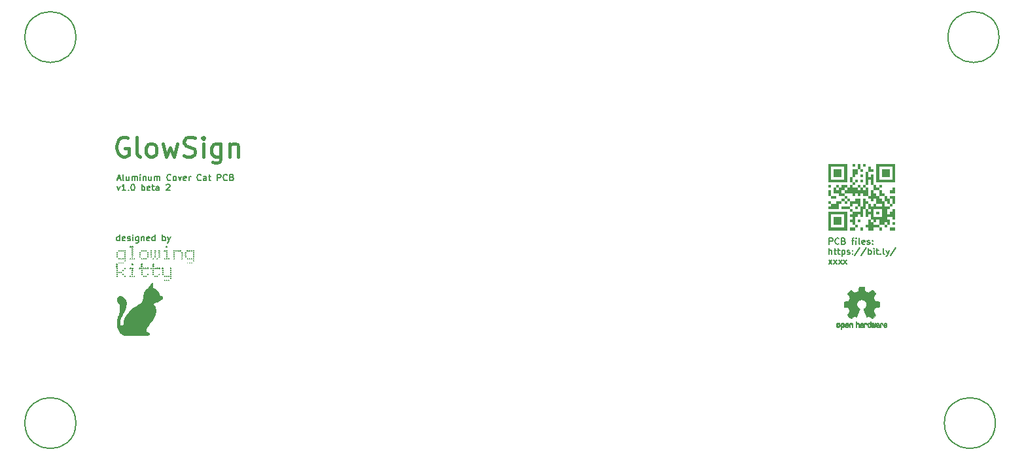
<source format=gbr>
%TF.GenerationSoftware,KiCad,Pcbnew,(6.0.4-0)*%
%TF.CreationDate,2022-06-17T01:14:53+02:00*%
%TF.ProjectId,AluminumCover,416c756d-696e-4756-9d43-6f7665722e6b,rev?*%
%TF.SameCoordinates,Original*%
%TF.FileFunction,Legend,Top*%
%TF.FilePolarity,Positive*%
%FSLAX46Y46*%
G04 Gerber Fmt 4.6, Leading zero omitted, Abs format (unit mm)*
G04 Created by KiCad (PCBNEW (6.0.4-0)) date 2022-06-17 01:14:53*
%MOMM*%
%LPD*%
G01*
G04 APERTURE LIST*
%ADD10C,0.150000*%
%ADD11C,0.400000*%
%ADD12C,0.010000*%
%ADD13C,0.127991*%
G04 APERTURE END LIST*
D10*
X98377399Y-90225959D02*
X98758352Y-90225959D01*
X98301209Y-90454530D02*
X98567876Y-89654530D01*
X98834542Y-90454530D01*
X99215495Y-90454530D02*
X99139304Y-90416435D01*
X99101209Y-90340245D01*
X99101209Y-89654530D01*
X99863114Y-89921197D02*
X99863114Y-90454530D01*
X99520257Y-89921197D02*
X99520257Y-90340245D01*
X99558352Y-90416435D01*
X99634542Y-90454530D01*
X99748828Y-90454530D01*
X99825019Y-90416435D01*
X99863114Y-90378340D01*
X100244066Y-90454530D02*
X100244066Y-89921197D01*
X100244066Y-89997387D02*
X100282161Y-89959292D01*
X100358352Y-89921197D01*
X100472638Y-89921197D01*
X100548828Y-89959292D01*
X100586923Y-90035483D01*
X100586923Y-90454530D01*
X100586923Y-90035483D02*
X100625019Y-89959292D01*
X100701209Y-89921197D01*
X100815495Y-89921197D01*
X100891685Y-89959292D01*
X100929780Y-90035483D01*
X100929780Y-90454530D01*
X101310733Y-90454530D02*
X101310733Y-89921197D01*
X101310733Y-89654530D02*
X101272638Y-89692626D01*
X101310733Y-89730721D01*
X101348828Y-89692626D01*
X101310733Y-89654530D01*
X101310733Y-89730721D01*
X101691685Y-89921197D02*
X101691685Y-90454530D01*
X101691685Y-89997387D02*
X101729780Y-89959292D01*
X101805971Y-89921197D01*
X101920257Y-89921197D01*
X101996447Y-89959292D01*
X102034542Y-90035483D01*
X102034542Y-90454530D01*
X102758352Y-89921197D02*
X102758352Y-90454530D01*
X102415495Y-89921197D02*
X102415495Y-90340245D01*
X102453590Y-90416435D01*
X102529780Y-90454530D01*
X102644066Y-90454530D01*
X102720257Y-90416435D01*
X102758352Y-90378340D01*
X103139304Y-90454530D02*
X103139304Y-89921197D01*
X103139304Y-89997387D02*
X103177399Y-89959292D01*
X103253590Y-89921197D01*
X103367876Y-89921197D01*
X103444066Y-89959292D01*
X103482161Y-90035483D01*
X103482161Y-90454530D01*
X103482161Y-90035483D02*
X103520257Y-89959292D01*
X103596447Y-89921197D01*
X103710733Y-89921197D01*
X103786923Y-89959292D01*
X103825019Y-90035483D01*
X103825019Y-90454530D01*
X105272638Y-90378340D02*
X105234542Y-90416435D01*
X105120257Y-90454530D01*
X105044066Y-90454530D01*
X104929780Y-90416435D01*
X104853590Y-90340245D01*
X104815495Y-90264054D01*
X104777399Y-90111673D01*
X104777399Y-89997387D01*
X104815495Y-89845006D01*
X104853590Y-89768816D01*
X104929780Y-89692626D01*
X105044066Y-89654530D01*
X105120257Y-89654530D01*
X105234542Y-89692626D01*
X105272638Y-89730721D01*
X105729780Y-90454530D02*
X105653590Y-90416435D01*
X105615495Y-90378340D01*
X105577399Y-90302149D01*
X105577399Y-90073578D01*
X105615495Y-89997387D01*
X105653590Y-89959292D01*
X105729780Y-89921197D01*
X105844066Y-89921197D01*
X105920257Y-89959292D01*
X105958352Y-89997387D01*
X105996447Y-90073578D01*
X105996447Y-90302149D01*
X105958352Y-90378340D01*
X105920257Y-90416435D01*
X105844066Y-90454530D01*
X105729780Y-90454530D01*
X106263114Y-89921197D02*
X106453590Y-90454530D01*
X106644066Y-89921197D01*
X107253590Y-90416435D02*
X107177399Y-90454530D01*
X107025019Y-90454530D01*
X106948828Y-90416435D01*
X106910733Y-90340245D01*
X106910733Y-90035483D01*
X106948828Y-89959292D01*
X107025019Y-89921197D01*
X107177399Y-89921197D01*
X107253590Y-89959292D01*
X107291685Y-90035483D01*
X107291685Y-90111673D01*
X106910733Y-90187864D01*
X107634542Y-90454530D02*
X107634542Y-89921197D01*
X107634542Y-90073578D02*
X107672638Y-89997387D01*
X107710733Y-89959292D01*
X107786923Y-89921197D01*
X107863114Y-89921197D01*
X109196447Y-90378340D02*
X109158352Y-90416435D01*
X109044066Y-90454530D01*
X108967876Y-90454530D01*
X108853590Y-90416435D01*
X108777399Y-90340245D01*
X108739304Y-90264054D01*
X108701209Y-90111673D01*
X108701209Y-89997387D01*
X108739304Y-89845006D01*
X108777399Y-89768816D01*
X108853590Y-89692626D01*
X108967876Y-89654530D01*
X109044066Y-89654530D01*
X109158352Y-89692626D01*
X109196447Y-89730721D01*
X109882161Y-90454530D02*
X109882161Y-90035483D01*
X109844066Y-89959292D01*
X109767876Y-89921197D01*
X109615495Y-89921197D01*
X109539304Y-89959292D01*
X109882161Y-90416435D02*
X109805971Y-90454530D01*
X109615495Y-90454530D01*
X109539304Y-90416435D01*
X109501209Y-90340245D01*
X109501209Y-90264054D01*
X109539304Y-90187864D01*
X109615495Y-90149768D01*
X109805971Y-90149768D01*
X109882161Y-90111673D01*
X110148828Y-89921197D02*
X110453590Y-89921197D01*
X110263114Y-89654530D02*
X110263114Y-90340245D01*
X110301209Y-90416435D01*
X110377399Y-90454530D01*
X110453590Y-90454530D01*
X111329780Y-90454530D02*
X111329780Y-89654530D01*
X111634542Y-89654530D01*
X111710733Y-89692626D01*
X111748828Y-89730721D01*
X111786923Y-89806911D01*
X111786923Y-89921197D01*
X111748828Y-89997387D01*
X111710733Y-90035483D01*
X111634542Y-90073578D01*
X111329780Y-90073578D01*
X112586923Y-90378340D02*
X112548828Y-90416435D01*
X112434542Y-90454530D01*
X112358352Y-90454530D01*
X112244066Y-90416435D01*
X112167876Y-90340245D01*
X112129780Y-90264054D01*
X112091685Y-90111673D01*
X112091685Y-89997387D01*
X112129780Y-89845006D01*
X112167876Y-89768816D01*
X112244066Y-89692626D01*
X112358352Y-89654530D01*
X112434542Y-89654530D01*
X112548828Y-89692626D01*
X112586923Y-89730721D01*
X113196447Y-90035483D02*
X113310733Y-90073578D01*
X113348828Y-90111673D01*
X113386923Y-90187864D01*
X113386923Y-90302149D01*
X113348828Y-90378340D01*
X113310733Y-90416435D01*
X113234542Y-90454530D01*
X112929780Y-90454530D01*
X112929780Y-89654530D01*
X113196447Y-89654530D01*
X113272638Y-89692626D01*
X113310733Y-89730721D01*
X113348828Y-89806911D01*
X113348828Y-89883102D01*
X113310733Y-89959292D01*
X113272638Y-89997387D01*
X113196447Y-90035483D01*
X112929780Y-90035483D01*
X98339304Y-91209197D02*
X98529780Y-91742530D01*
X98720257Y-91209197D01*
X99444066Y-91742530D02*
X98986923Y-91742530D01*
X99215495Y-91742530D02*
X99215495Y-90942530D01*
X99139304Y-91056816D01*
X99063114Y-91133006D01*
X98986923Y-91171102D01*
X99786923Y-91666340D02*
X99825019Y-91704435D01*
X99786923Y-91742530D01*
X99748828Y-91704435D01*
X99786923Y-91666340D01*
X99786923Y-91742530D01*
X100320257Y-90942530D02*
X100396447Y-90942530D01*
X100472638Y-90980626D01*
X100510733Y-91018721D01*
X100548828Y-91094911D01*
X100586923Y-91247292D01*
X100586923Y-91437768D01*
X100548828Y-91590149D01*
X100510733Y-91666340D01*
X100472638Y-91704435D01*
X100396447Y-91742530D01*
X100320257Y-91742530D01*
X100244066Y-91704435D01*
X100205971Y-91666340D01*
X100167876Y-91590149D01*
X100129780Y-91437768D01*
X100129780Y-91247292D01*
X100167876Y-91094911D01*
X100205971Y-91018721D01*
X100244066Y-90980626D01*
X100320257Y-90942530D01*
X101539304Y-91742530D02*
X101539304Y-90942530D01*
X101539304Y-91247292D02*
X101615495Y-91209197D01*
X101767876Y-91209197D01*
X101844066Y-91247292D01*
X101882161Y-91285387D01*
X101920257Y-91361578D01*
X101920257Y-91590149D01*
X101882161Y-91666340D01*
X101844066Y-91704435D01*
X101767876Y-91742530D01*
X101615495Y-91742530D01*
X101539304Y-91704435D01*
X102567876Y-91704435D02*
X102491685Y-91742530D01*
X102339304Y-91742530D01*
X102263114Y-91704435D01*
X102225019Y-91628245D01*
X102225019Y-91323483D01*
X102263114Y-91247292D01*
X102339304Y-91209197D01*
X102491685Y-91209197D01*
X102567876Y-91247292D01*
X102605971Y-91323483D01*
X102605971Y-91399673D01*
X102225019Y-91475864D01*
X102834542Y-91209197D02*
X103139304Y-91209197D01*
X102948828Y-90942530D02*
X102948828Y-91628245D01*
X102986923Y-91704435D01*
X103063114Y-91742530D01*
X103139304Y-91742530D01*
X103748828Y-91742530D02*
X103748828Y-91323483D01*
X103710733Y-91247292D01*
X103634542Y-91209197D01*
X103482161Y-91209197D01*
X103405971Y-91247292D01*
X103748828Y-91704435D02*
X103672638Y-91742530D01*
X103482161Y-91742530D01*
X103405971Y-91704435D01*
X103367876Y-91628245D01*
X103367876Y-91552054D01*
X103405971Y-91475864D01*
X103482161Y-91437768D01*
X103672638Y-91437768D01*
X103748828Y-91399673D01*
X104701209Y-91018721D02*
X104739304Y-90980626D01*
X104815495Y-90942530D01*
X105005971Y-90942530D01*
X105082161Y-90980626D01*
X105120257Y-91018721D01*
X105158352Y-91094911D01*
X105158352Y-91171102D01*
X105120257Y-91285387D01*
X104663114Y-91742530D01*
X105158352Y-91742530D01*
X98654633Y-98269904D02*
X98654633Y-97469904D01*
X98654633Y-98231809D02*
X98578442Y-98269904D01*
X98426061Y-98269904D01*
X98349871Y-98231809D01*
X98311776Y-98193714D01*
X98273680Y-98117523D01*
X98273680Y-97888952D01*
X98311776Y-97812761D01*
X98349871Y-97774666D01*
X98426061Y-97736571D01*
X98578442Y-97736571D01*
X98654633Y-97774666D01*
X99340347Y-98231809D02*
X99264157Y-98269904D01*
X99111776Y-98269904D01*
X99035585Y-98231809D01*
X98997490Y-98155619D01*
X98997490Y-97850857D01*
X99035585Y-97774666D01*
X99111776Y-97736571D01*
X99264157Y-97736571D01*
X99340347Y-97774666D01*
X99378442Y-97850857D01*
X99378442Y-97927047D01*
X98997490Y-98003238D01*
X99683204Y-98231809D02*
X99759395Y-98269904D01*
X99911776Y-98269904D01*
X99987966Y-98231809D01*
X100026061Y-98155619D01*
X100026061Y-98117523D01*
X99987966Y-98041333D01*
X99911776Y-98003238D01*
X99797490Y-98003238D01*
X99721300Y-97965142D01*
X99683204Y-97888952D01*
X99683204Y-97850857D01*
X99721300Y-97774666D01*
X99797490Y-97736571D01*
X99911776Y-97736571D01*
X99987966Y-97774666D01*
X100368919Y-98269904D02*
X100368919Y-97736571D01*
X100368919Y-97469904D02*
X100330823Y-97508000D01*
X100368919Y-97546095D01*
X100407014Y-97508000D01*
X100368919Y-97469904D01*
X100368919Y-97546095D01*
X101092728Y-97736571D02*
X101092728Y-98384190D01*
X101054633Y-98460380D01*
X101016538Y-98498476D01*
X100940347Y-98536571D01*
X100826061Y-98536571D01*
X100749871Y-98498476D01*
X101092728Y-98231809D02*
X101016538Y-98269904D01*
X100864157Y-98269904D01*
X100787966Y-98231809D01*
X100749871Y-98193714D01*
X100711776Y-98117523D01*
X100711776Y-97888952D01*
X100749871Y-97812761D01*
X100787966Y-97774666D01*
X100864157Y-97736571D01*
X101016538Y-97736571D01*
X101092728Y-97774666D01*
X101473680Y-97736571D02*
X101473680Y-98269904D01*
X101473680Y-97812761D02*
X101511776Y-97774666D01*
X101587966Y-97736571D01*
X101702252Y-97736571D01*
X101778442Y-97774666D01*
X101816538Y-97850857D01*
X101816538Y-98269904D01*
X102502252Y-98231809D02*
X102426061Y-98269904D01*
X102273680Y-98269904D01*
X102197490Y-98231809D01*
X102159395Y-98155619D01*
X102159395Y-97850857D01*
X102197490Y-97774666D01*
X102273680Y-97736571D01*
X102426061Y-97736571D01*
X102502252Y-97774666D01*
X102540347Y-97850857D01*
X102540347Y-97927047D01*
X102159395Y-98003238D01*
X103226061Y-98269904D02*
X103226061Y-97469904D01*
X103226061Y-98231809D02*
X103149871Y-98269904D01*
X102997490Y-98269904D01*
X102921300Y-98231809D01*
X102883204Y-98193714D01*
X102845109Y-98117523D01*
X102845109Y-97888952D01*
X102883204Y-97812761D01*
X102921300Y-97774666D01*
X102997490Y-97736571D01*
X103149871Y-97736571D01*
X103226061Y-97774666D01*
X104216538Y-98269904D02*
X104216538Y-97469904D01*
X104216538Y-97774666D02*
X104292728Y-97736571D01*
X104445109Y-97736571D01*
X104521300Y-97774666D01*
X104559395Y-97812761D01*
X104597490Y-97888952D01*
X104597490Y-98117523D01*
X104559395Y-98193714D01*
X104521300Y-98231809D01*
X104445109Y-98269904D01*
X104292728Y-98269904D01*
X104216538Y-98231809D01*
X104864157Y-97736571D02*
X105054633Y-98269904D01*
X105245109Y-97736571D02*
X105054633Y-98269904D01*
X104978442Y-98460380D01*
X104940347Y-98498476D01*
X104864157Y-98536571D01*
X190489196Y-98722128D02*
X190489196Y-97922128D01*
X190793958Y-97922128D01*
X190870148Y-97960224D01*
X190908243Y-97998319D01*
X190946339Y-98074509D01*
X190946339Y-98188795D01*
X190908243Y-98264985D01*
X190870148Y-98303081D01*
X190793958Y-98341176D01*
X190489196Y-98341176D01*
X191746339Y-98645938D02*
X191708243Y-98684033D01*
X191593958Y-98722128D01*
X191517767Y-98722128D01*
X191403481Y-98684033D01*
X191327291Y-98607843D01*
X191289196Y-98531652D01*
X191251100Y-98379271D01*
X191251100Y-98264985D01*
X191289196Y-98112604D01*
X191327291Y-98036414D01*
X191403481Y-97960224D01*
X191517767Y-97922128D01*
X191593958Y-97922128D01*
X191708243Y-97960224D01*
X191746339Y-97998319D01*
X192355862Y-98303081D02*
X192470148Y-98341176D01*
X192508243Y-98379271D01*
X192546339Y-98455462D01*
X192546339Y-98569747D01*
X192508243Y-98645938D01*
X192470148Y-98684033D01*
X192393958Y-98722128D01*
X192089196Y-98722128D01*
X192089196Y-97922128D01*
X192355862Y-97922128D01*
X192432053Y-97960224D01*
X192470148Y-97998319D01*
X192508243Y-98074509D01*
X192508243Y-98150700D01*
X192470148Y-98226890D01*
X192432053Y-98264985D01*
X192355862Y-98303081D01*
X192089196Y-98303081D01*
X193384434Y-98188795D02*
X193689196Y-98188795D01*
X193498720Y-98722128D02*
X193498720Y-98036414D01*
X193536815Y-97960224D01*
X193613005Y-97922128D01*
X193689196Y-97922128D01*
X193955862Y-98722128D02*
X193955862Y-98188795D01*
X193955862Y-97922128D02*
X193917767Y-97960224D01*
X193955862Y-97998319D01*
X193993958Y-97960224D01*
X193955862Y-97922128D01*
X193955862Y-97998319D01*
X194451100Y-98722128D02*
X194374910Y-98684033D01*
X194336815Y-98607843D01*
X194336815Y-97922128D01*
X195060624Y-98684033D02*
X194984434Y-98722128D01*
X194832053Y-98722128D01*
X194755862Y-98684033D01*
X194717767Y-98607843D01*
X194717767Y-98303081D01*
X194755862Y-98226890D01*
X194832053Y-98188795D01*
X194984434Y-98188795D01*
X195060624Y-98226890D01*
X195098720Y-98303081D01*
X195098720Y-98379271D01*
X194717767Y-98455462D01*
X195403481Y-98684033D02*
X195479672Y-98722128D01*
X195632053Y-98722128D01*
X195708243Y-98684033D01*
X195746339Y-98607843D01*
X195746339Y-98569747D01*
X195708243Y-98493557D01*
X195632053Y-98455462D01*
X195517767Y-98455462D01*
X195441577Y-98417366D01*
X195403481Y-98341176D01*
X195403481Y-98303081D01*
X195441577Y-98226890D01*
X195517767Y-98188795D01*
X195632053Y-98188795D01*
X195708243Y-98226890D01*
X196089196Y-98645938D02*
X196127291Y-98684033D01*
X196089196Y-98722128D01*
X196051100Y-98684033D01*
X196089196Y-98645938D01*
X196089196Y-98722128D01*
X196089196Y-98226890D02*
X196127291Y-98264985D01*
X196089196Y-98303081D01*
X196051100Y-98264985D01*
X196089196Y-98226890D01*
X196089196Y-98303081D01*
X190489196Y-100010128D02*
X190489196Y-99210128D01*
X190832053Y-100010128D02*
X190832053Y-99591081D01*
X190793958Y-99514890D01*
X190717767Y-99476795D01*
X190603481Y-99476795D01*
X190527291Y-99514890D01*
X190489196Y-99552985D01*
X191098720Y-99476795D02*
X191403481Y-99476795D01*
X191213005Y-99210128D02*
X191213005Y-99895843D01*
X191251100Y-99972033D01*
X191327291Y-100010128D01*
X191403481Y-100010128D01*
X191555862Y-99476795D02*
X191860624Y-99476795D01*
X191670148Y-99210128D02*
X191670148Y-99895843D01*
X191708243Y-99972033D01*
X191784434Y-100010128D01*
X191860624Y-100010128D01*
X192127291Y-99476795D02*
X192127291Y-100276795D01*
X192127291Y-99514890D02*
X192203481Y-99476795D01*
X192355862Y-99476795D01*
X192432053Y-99514890D01*
X192470148Y-99552985D01*
X192508243Y-99629176D01*
X192508243Y-99857747D01*
X192470148Y-99933938D01*
X192432053Y-99972033D01*
X192355862Y-100010128D01*
X192203481Y-100010128D01*
X192127291Y-99972033D01*
X192813005Y-99972033D02*
X192889196Y-100010128D01*
X193041577Y-100010128D01*
X193117767Y-99972033D01*
X193155862Y-99895843D01*
X193155862Y-99857747D01*
X193117767Y-99781557D01*
X193041577Y-99743462D01*
X192927291Y-99743462D01*
X192851100Y-99705366D01*
X192813005Y-99629176D01*
X192813005Y-99591081D01*
X192851100Y-99514890D01*
X192927291Y-99476795D01*
X193041577Y-99476795D01*
X193117767Y-99514890D01*
X193498720Y-99933938D02*
X193536815Y-99972033D01*
X193498720Y-100010128D01*
X193460624Y-99972033D01*
X193498720Y-99933938D01*
X193498720Y-100010128D01*
X193498720Y-99514890D02*
X193536815Y-99552985D01*
X193498720Y-99591081D01*
X193460624Y-99552985D01*
X193498720Y-99514890D01*
X193498720Y-99591081D01*
X194451100Y-99172033D02*
X193765386Y-100200604D01*
X195289196Y-99172033D02*
X194603481Y-100200604D01*
X195555862Y-100010128D02*
X195555862Y-99210128D01*
X195555862Y-99514890D02*
X195632053Y-99476795D01*
X195784434Y-99476795D01*
X195860624Y-99514890D01*
X195898720Y-99552985D01*
X195936815Y-99629176D01*
X195936815Y-99857747D01*
X195898720Y-99933938D01*
X195860624Y-99972033D01*
X195784434Y-100010128D01*
X195632053Y-100010128D01*
X195555862Y-99972033D01*
X196279672Y-100010128D02*
X196279672Y-99476795D01*
X196279672Y-99210128D02*
X196241577Y-99248224D01*
X196279672Y-99286319D01*
X196317767Y-99248224D01*
X196279672Y-99210128D01*
X196279672Y-99286319D01*
X196546339Y-99476795D02*
X196851100Y-99476795D01*
X196660624Y-99210128D02*
X196660624Y-99895843D01*
X196698720Y-99972033D01*
X196774910Y-100010128D01*
X196851100Y-100010128D01*
X197117767Y-99933938D02*
X197155862Y-99972033D01*
X197117767Y-100010128D01*
X197079672Y-99972033D01*
X197117767Y-99933938D01*
X197117767Y-100010128D01*
X197613005Y-100010128D02*
X197536815Y-99972033D01*
X197498720Y-99895843D01*
X197498720Y-99210128D01*
X197841577Y-99476795D02*
X198032053Y-100010128D01*
X198222529Y-99476795D02*
X198032053Y-100010128D01*
X197955862Y-100200604D01*
X197917767Y-100238700D01*
X197841577Y-100276795D01*
X199098720Y-99172033D02*
X198413005Y-100200604D01*
X190413005Y-101298128D02*
X190832053Y-100764795D01*
X190413005Y-100764795D02*
X190832053Y-101298128D01*
X191060624Y-101298128D02*
X191479672Y-100764795D01*
X191060624Y-100764795D02*
X191479672Y-101298128D01*
X191708243Y-101298128D02*
X192127291Y-100764795D01*
X191708243Y-100764795D02*
X192127291Y-101298128D01*
X192355862Y-101298128D02*
X192774910Y-100764795D01*
X192355862Y-100764795D02*
X192774910Y-101298128D01*
D11*
X99722280Y-84976626D02*
X99484185Y-84857578D01*
X99127042Y-84857578D01*
X98769899Y-84976626D01*
X98531804Y-85214721D01*
X98412757Y-85452816D01*
X98293709Y-85929006D01*
X98293709Y-86286149D01*
X98412757Y-86762340D01*
X98531804Y-87000435D01*
X98769899Y-87238530D01*
X99127042Y-87357578D01*
X99365138Y-87357578D01*
X99722280Y-87238530D01*
X99841328Y-87119483D01*
X99841328Y-86286149D01*
X99365138Y-86286149D01*
X101269899Y-87357578D02*
X101031804Y-87238530D01*
X100912757Y-87000435D01*
X100912757Y-84857578D01*
X102579423Y-87357578D02*
X102341328Y-87238530D01*
X102222280Y-87119483D01*
X102103233Y-86881387D01*
X102103233Y-86167102D01*
X102222280Y-85929006D01*
X102341328Y-85809959D01*
X102579423Y-85690911D01*
X102936566Y-85690911D01*
X103174661Y-85809959D01*
X103293709Y-85929006D01*
X103412757Y-86167102D01*
X103412757Y-86881387D01*
X103293709Y-87119483D01*
X103174661Y-87238530D01*
X102936566Y-87357578D01*
X102579423Y-87357578D01*
X104246090Y-85690911D02*
X104722280Y-87357578D01*
X105198471Y-86167102D01*
X105674661Y-87357578D01*
X106150852Y-85690911D01*
X106984185Y-87238530D02*
X107341328Y-87357578D01*
X107936566Y-87357578D01*
X108174661Y-87238530D01*
X108293709Y-87119483D01*
X108412757Y-86881387D01*
X108412757Y-86643292D01*
X108293709Y-86405197D01*
X108174661Y-86286149D01*
X107936566Y-86167102D01*
X107460376Y-86048054D01*
X107222280Y-85929006D01*
X107103233Y-85809959D01*
X106984185Y-85571864D01*
X106984185Y-85333768D01*
X107103233Y-85095673D01*
X107222280Y-84976626D01*
X107460376Y-84857578D01*
X108055614Y-84857578D01*
X108412757Y-84976626D01*
X109484185Y-87357578D02*
X109484185Y-85690911D01*
X109484185Y-84857578D02*
X109365138Y-84976626D01*
X109484185Y-85095673D01*
X109603233Y-84976626D01*
X109484185Y-84857578D01*
X109484185Y-85095673D01*
X111746090Y-85690911D02*
X111746090Y-87714721D01*
X111627042Y-87952816D01*
X111507995Y-88071864D01*
X111269899Y-88190911D01*
X110912757Y-88190911D01*
X110674661Y-88071864D01*
X111746090Y-87238530D02*
X111507995Y-87357578D01*
X111031804Y-87357578D01*
X110793709Y-87238530D01*
X110674661Y-87119483D01*
X110555614Y-86881387D01*
X110555614Y-86167102D01*
X110674661Y-85929006D01*
X110793709Y-85809959D01*
X111031804Y-85690911D01*
X111507995Y-85690911D01*
X111746090Y-85809959D01*
X112936566Y-85690911D02*
X112936566Y-87357578D01*
X112936566Y-85929006D02*
X113055614Y-85809959D01*
X113293709Y-85690911D01*
X113650852Y-85690911D01*
X113888947Y-85809959D01*
X114007995Y-86048054D01*
X114007995Y-87357578D01*
%TO.C,OSHW logo*%
G36*
X195187346Y-108909979D02*
G01*
X195253278Y-108934308D01*
X195306693Y-108977341D01*
X195327584Y-109007633D01*
X195350359Y-109063218D01*
X195349886Y-109103410D01*
X195325982Y-109130441D01*
X195317137Y-109135037D01*
X195278950Y-109149368D01*
X195259448Y-109145696D01*
X195252842Y-109121631D01*
X195252506Y-109108338D01*
X195240412Y-109059434D01*
X195208891Y-109025223D01*
X195165079Y-109008700D01*
X195116115Y-109012858D01*
X195076314Y-109034451D01*
X195062870Y-109046768D01*
X195053341Y-109061711D01*
X195046905Y-109084299D01*
X195042737Y-109119552D01*
X195040017Y-109172490D01*
X195037922Y-109248131D01*
X195037380Y-109272081D01*
X195035401Y-109354014D01*
X195033151Y-109411679D01*
X195029777Y-109449832D01*
X195024426Y-109473228D01*
X195016244Y-109486622D01*
X195004379Y-109494769D01*
X194996782Y-109498368D01*
X194964522Y-109510676D01*
X194945531Y-109514738D01*
X194939256Y-109501172D01*
X194935426Y-109460158D01*
X194934020Y-109391223D01*
X194935018Y-109293893D01*
X194935328Y-109278881D01*
X194937521Y-109190083D01*
X194940113Y-109125243D01*
X194943802Y-109079291D01*
X194949284Y-109047159D01*
X194957255Y-109023777D01*
X194968413Y-109004076D01*
X194974250Y-108995634D01*
X195007716Y-108958281D01*
X195045147Y-108929227D01*
X195049729Y-108926691D01*
X195116846Y-108906667D01*
X195187346Y-108909979D01*
G37*
D12*
X195187346Y-108909979D02*
X195253278Y-108934308D01*
X195306693Y-108977341D01*
X195327584Y-109007633D01*
X195350359Y-109063218D01*
X195349886Y-109103410D01*
X195325982Y-109130441D01*
X195317137Y-109135037D01*
X195278950Y-109149368D01*
X195259448Y-109145696D01*
X195252842Y-109121631D01*
X195252506Y-109108338D01*
X195240412Y-109059434D01*
X195208891Y-109025223D01*
X195165079Y-109008700D01*
X195116115Y-109012858D01*
X195076314Y-109034451D01*
X195062870Y-109046768D01*
X195053341Y-109061711D01*
X195046905Y-109084299D01*
X195042737Y-109119552D01*
X195040017Y-109172490D01*
X195037922Y-109248131D01*
X195037380Y-109272081D01*
X195035401Y-109354014D01*
X195033151Y-109411679D01*
X195029777Y-109449832D01*
X195024426Y-109473228D01*
X195016244Y-109486622D01*
X195004379Y-109494769D01*
X194996782Y-109498368D01*
X194964522Y-109510676D01*
X194945531Y-109514738D01*
X194939256Y-109501172D01*
X194935426Y-109460158D01*
X194934020Y-109391223D01*
X194935018Y-109293893D01*
X194935328Y-109278881D01*
X194937521Y-109190083D01*
X194940113Y-109125243D01*
X194943802Y-109079291D01*
X194949284Y-109047159D01*
X194957255Y-109023777D01*
X194968413Y-109004076D01*
X194974250Y-108995634D01*
X195007716Y-108958281D01*
X195045147Y-108929227D01*
X195049729Y-108926691D01*
X195116846Y-108906667D01*
X195187346Y-108909979D01*
G36*
X191951097Y-109110557D02*
G01*
X191953870Y-109063182D01*
X191957808Y-109029514D01*
X191963269Y-109005722D01*
X191970612Y-108987977D01*
X191980197Y-108972448D01*
X191984307Y-108966605D01*
X192038825Y-108911409D01*
X192107756Y-108880114D01*
X192187492Y-108871389D01*
X192257164Y-108880142D01*
X192312621Y-108907792D01*
X192361568Y-108958704D01*
X192375049Y-108977562D01*
X192389734Y-109002239D01*
X192399262Y-109029040D01*
X192404713Y-109064811D01*
X192407167Y-109116393D01*
X192407706Y-109184491D01*
X192405272Y-109277812D01*
X192396814Y-109347881D01*
X192380594Y-109400155D01*
X192354874Y-109440093D01*
X192317917Y-109473153D01*
X192315202Y-109475110D01*
X192278780Y-109495132D01*
X192234922Y-109505039D01*
X192179144Y-109507481D01*
X192088468Y-109507481D01*
X192088430Y-109595507D01*
X192087586Y-109644532D01*
X192082444Y-109673289D01*
X192069007Y-109690535D01*
X192043278Y-109705032D01*
X192037099Y-109707993D01*
X192008184Y-109721872D01*
X191985796Y-109730638D01*
X191969149Y-109731395D01*
X191957456Y-109721247D01*
X191949930Y-109697297D01*
X191945786Y-109656650D01*
X191944235Y-109596410D01*
X191944491Y-109513679D01*
X191945769Y-109405563D01*
X191946168Y-109373224D01*
X191947605Y-109261748D01*
X191948892Y-109188827D01*
X192088391Y-109188827D01*
X192089175Y-109250723D01*
X192092660Y-109291221D01*
X192100544Y-109317932D01*
X192114525Y-109338468D01*
X192124017Y-109348484D01*
X192162824Y-109377791D01*
X192197183Y-109380176D01*
X192232636Y-109355974D01*
X192233534Y-109355081D01*
X192247959Y-109336377D01*
X192256733Y-109310956D01*
X192261159Y-109271808D01*
X192262538Y-109211921D01*
X192262563Y-109198654D01*
X192259232Y-109116125D01*
X192248389Y-109058915D01*
X192228760Y-109023990D01*
X192199070Y-109008318D01*
X192181911Y-109006738D01*
X192141186Y-109014150D01*
X192113252Y-109038554D01*
X192096437Y-109083204D01*
X192089070Y-109151354D01*
X192088391Y-109188827D01*
X191948892Y-109188827D01*
X191949128Y-109175469D01*
X191951097Y-109110557D01*
G37*
X191951097Y-109110557D02*
X191953870Y-109063182D01*
X191957808Y-109029514D01*
X191963269Y-109005722D01*
X191970612Y-108987977D01*
X191980197Y-108972448D01*
X191984307Y-108966605D01*
X192038825Y-108911409D01*
X192107756Y-108880114D01*
X192187492Y-108871389D01*
X192257164Y-108880142D01*
X192312621Y-108907792D01*
X192361568Y-108958704D01*
X192375049Y-108977562D01*
X192389734Y-109002239D01*
X192399262Y-109029040D01*
X192404713Y-109064811D01*
X192407167Y-109116393D01*
X192407706Y-109184491D01*
X192405272Y-109277812D01*
X192396814Y-109347881D01*
X192380594Y-109400155D01*
X192354874Y-109440093D01*
X192317917Y-109473153D01*
X192315202Y-109475110D01*
X192278780Y-109495132D01*
X192234922Y-109505039D01*
X192179144Y-109507481D01*
X192088468Y-109507481D01*
X192088430Y-109595507D01*
X192087586Y-109644532D01*
X192082444Y-109673289D01*
X192069007Y-109690535D01*
X192043278Y-109705032D01*
X192037099Y-109707993D01*
X192008184Y-109721872D01*
X191985796Y-109730638D01*
X191969149Y-109731395D01*
X191957456Y-109721247D01*
X191949930Y-109697297D01*
X191945786Y-109656650D01*
X191944235Y-109596410D01*
X191944491Y-109513679D01*
X191945769Y-109405563D01*
X191946168Y-109373224D01*
X191947605Y-109261748D01*
X191948892Y-109188827D01*
X192088391Y-109188827D01*
X192089175Y-109250723D01*
X192092660Y-109291221D01*
X192100544Y-109317932D01*
X192114525Y-109338468D01*
X192124017Y-109348484D01*
X192162824Y-109377791D01*
X192197183Y-109380176D01*
X192232636Y-109355974D01*
X192233534Y-109355081D01*
X192247959Y-109336377D01*
X192256733Y-109310956D01*
X192261159Y-109271808D01*
X192262538Y-109211921D01*
X192262563Y-109198654D01*
X192259232Y-109116125D01*
X192248389Y-109058915D01*
X192228760Y-109023990D01*
X192199070Y-109008318D01*
X192181911Y-109006738D01*
X192141186Y-109014150D01*
X192113252Y-109038554D01*
X192096437Y-109083204D01*
X192089070Y-109151354D01*
X192088391Y-109188827D01*
X191948892Y-109188827D01*
X191949128Y-109175469D01*
X191951097Y-109110557D01*
G36*
X191394516Y-109068383D02*
G01*
X191399488Y-109032173D01*
X191408133Y-109005523D01*
X191421425Y-108981946D01*
X191424363Y-108977562D01*
X191473733Y-108918473D01*
X191527529Y-108884171D01*
X191593022Y-108870555D01*
X191615262Y-108869889D01*
X191698535Y-108882186D01*
X191766565Y-108917957D01*
X191816771Y-108975525D01*
X191834605Y-109012536D01*
X191848483Y-109068106D01*
X191855587Y-109138320D01*
X191856260Y-109214951D01*
X191850847Y-109289776D01*
X191839690Y-109354566D01*
X191823134Y-109401097D01*
X191818046Y-109409111D01*
X191757775Y-109468931D01*
X191686189Y-109504759D01*
X191608512Y-109515244D01*
X191529968Y-109499034D01*
X191508109Y-109489316D01*
X191465542Y-109459367D01*
X191428183Y-109419657D01*
X191424652Y-109414621D01*
X191410301Y-109390348D01*
X191400814Y-109364402D01*
X191395210Y-109330246D01*
X191392506Y-109281343D01*
X191391719Y-109211159D01*
X191391706Y-109195424D01*
X191391742Y-109190416D01*
X191536849Y-109190416D01*
X191537693Y-109256654D01*
X191541016Y-109300610D01*
X191548003Y-109329003D01*
X191559836Y-109348549D01*
X191565877Y-109355081D01*
X191600606Y-109379904D01*
X191634323Y-109378772D01*
X191668415Y-109357240D01*
X191688749Y-109334253D01*
X191700791Y-109300702D01*
X191707554Y-109247793D01*
X191708018Y-109241623D01*
X191709172Y-109145737D01*
X191697108Y-109074523D01*
X191671990Y-109028418D01*
X191633980Y-109007859D01*
X191620412Y-109006738D01*
X191584784Y-109012376D01*
X191560414Y-109031910D01*
X191545513Y-109069266D01*
X191538295Y-109128374D01*
X191536849Y-109190416D01*
X191391742Y-109190416D01*
X191392246Y-109120637D01*
X191394516Y-109068383D01*
G37*
X191394516Y-109068383D02*
X191399488Y-109032173D01*
X191408133Y-109005523D01*
X191421425Y-108981946D01*
X191424363Y-108977562D01*
X191473733Y-108918473D01*
X191527529Y-108884171D01*
X191593022Y-108870555D01*
X191615262Y-108869889D01*
X191698535Y-108882186D01*
X191766565Y-108917957D01*
X191816771Y-108975525D01*
X191834605Y-109012536D01*
X191848483Y-109068106D01*
X191855587Y-109138320D01*
X191856260Y-109214951D01*
X191850847Y-109289776D01*
X191839690Y-109354566D01*
X191823134Y-109401097D01*
X191818046Y-109409111D01*
X191757775Y-109468931D01*
X191686189Y-109504759D01*
X191608512Y-109515244D01*
X191529968Y-109499034D01*
X191508109Y-109489316D01*
X191465542Y-109459367D01*
X191428183Y-109419657D01*
X191424652Y-109414621D01*
X191410301Y-109390348D01*
X191400814Y-109364402D01*
X191395210Y-109330246D01*
X191392506Y-109281343D01*
X191391719Y-109211159D01*
X191391706Y-109195424D01*
X191391742Y-109190416D01*
X191536849Y-109190416D01*
X191537693Y-109256654D01*
X191541016Y-109300610D01*
X191548003Y-109329003D01*
X191559836Y-109348549D01*
X191565877Y-109355081D01*
X191600606Y-109379904D01*
X191634323Y-109378772D01*
X191668415Y-109357240D01*
X191688749Y-109334253D01*
X191700791Y-109300702D01*
X191707554Y-109247793D01*
X191708018Y-109241623D01*
X191709172Y-109145737D01*
X191697108Y-109074523D01*
X191671990Y-109028418D01*
X191633980Y-109007859D01*
X191620412Y-109006738D01*
X191584784Y-109012376D01*
X191560414Y-109031910D01*
X191545513Y-109069266D01*
X191538295Y-109128374D01*
X191536849Y-109190416D01*
X191391742Y-109190416D01*
X191392246Y-109120637D01*
X191394516Y-109068383D01*
G36*
X194697164Y-108911192D02*
G01*
X194754036Y-108932311D01*
X194754687Y-108932717D01*
X194789860Y-108958604D01*
X194815827Y-108988857D01*
X194834090Y-109028282D01*
X194846152Y-109081686D01*
X194853516Y-109153875D01*
X194857684Y-109249656D01*
X194858049Y-109263302D01*
X194863296Y-109469066D01*
X194819136Y-109491902D01*
X194787183Y-109507334D01*
X194767890Y-109514647D01*
X194766998Y-109514738D01*
X194763659Y-109501246D01*
X194761007Y-109464850D01*
X194759376Y-109411676D01*
X194759020Y-109368617D01*
X194759012Y-109298865D01*
X194755823Y-109255061D01*
X194744708Y-109234168D01*
X194720921Y-109233149D01*
X194679716Y-109248965D01*
X194617506Y-109278039D01*
X194571761Y-109302187D01*
X194548233Y-109323137D01*
X194541316Y-109345971D01*
X194541306Y-109347101D01*
X194552719Y-109386436D01*
X194586512Y-109407686D01*
X194638229Y-109410763D01*
X194675481Y-109410230D01*
X194695123Y-109420959D01*
X194707372Y-109446729D01*
X194714422Y-109479561D01*
X194704262Y-109498190D01*
X194700437Y-109500856D01*
X194664421Y-109511564D01*
X194613986Y-109513080D01*
X194562046Y-109505983D01*
X194525242Y-109493012D01*
X194474358Y-109449809D01*
X194445434Y-109389670D01*
X194439706Y-109342686D01*
X194444077Y-109300306D01*
X194459895Y-109265712D01*
X194491217Y-109234987D01*
X194542098Y-109204214D01*
X194616596Y-109169476D01*
X194621134Y-109167512D01*
X194688241Y-109136511D01*
X194729652Y-109111086D01*
X194747401Y-109088238D01*
X194743527Y-109064969D01*
X194720063Y-109038280D01*
X194713047Y-109032138D01*
X194666050Y-109008324D01*
X194617353Y-109009327D01*
X194574942Y-109032675D01*
X194546804Y-109075899D01*
X194544189Y-109084384D01*
X194518728Y-109125532D01*
X194486421Y-109145352D01*
X194439706Y-109164994D01*
X194439706Y-109114174D01*
X194453916Y-109040306D01*
X194496095Y-108972551D01*
X194518044Y-108949885D01*
X194567937Y-108920793D01*
X194631387Y-108907624D01*
X194697164Y-108911192D01*
G37*
X194697164Y-108911192D02*
X194754036Y-108932311D01*
X194754687Y-108932717D01*
X194789860Y-108958604D01*
X194815827Y-108988857D01*
X194834090Y-109028282D01*
X194846152Y-109081686D01*
X194853516Y-109153875D01*
X194857684Y-109249656D01*
X194858049Y-109263302D01*
X194863296Y-109469066D01*
X194819136Y-109491902D01*
X194787183Y-109507334D01*
X194767890Y-109514647D01*
X194766998Y-109514738D01*
X194763659Y-109501246D01*
X194761007Y-109464850D01*
X194759376Y-109411676D01*
X194759020Y-109368617D01*
X194759012Y-109298865D01*
X194755823Y-109255061D01*
X194744708Y-109234168D01*
X194720921Y-109233149D01*
X194679716Y-109248965D01*
X194617506Y-109278039D01*
X194571761Y-109302187D01*
X194548233Y-109323137D01*
X194541316Y-109345971D01*
X194541306Y-109347101D01*
X194552719Y-109386436D01*
X194586512Y-109407686D01*
X194638229Y-109410763D01*
X194675481Y-109410230D01*
X194695123Y-109420959D01*
X194707372Y-109446729D01*
X194714422Y-109479561D01*
X194704262Y-109498190D01*
X194700437Y-109500856D01*
X194664421Y-109511564D01*
X194613986Y-109513080D01*
X194562046Y-109505983D01*
X194525242Y-109493012D01*
X194474358Y-109449809D01*
X194445434Y-109389670D01*
X194439706Y-109342686D01*
X194444077Y-109300306D01*
X194459895Y-109265712D01*
X194491217Y-109234987D01*
X194542098Y-109204214D01*
X194616596Y-109169476D01*
X194621134Y-109167512D01*
X194688241Y-109136511D01*
X194729652Y-109111086D01*
X194747401Y-109088238D01*
X194743527Y-109064969D01*
X194720063Y-109038280D01*
X194713047Y-109032138D01*
X194666050Y-109008324D01*
X194617353Y-109009327D01*
X194574942Y-109032675D01*
X194546804Y-109075899D01*
X194544189Y-109084384D01*
X194518728Y-109125532D01*
X194486421Y-109145352D01*
X194439706Y-109164994D01*
X194439706Y-109114174D01*
X194453916Y-109040306D01*
X194496095Y-108972551D01*
X194518044Y-108949885D01*
X194567937Y-108920793D01*
X194631387Y-108907624D01*
X194697164Y-108911192D01*
G36*
X197525616Y-109055608D02*
G01*
X197539304Y-109006919D01*
X197561516Y-108971073D01*
X197593994Y-108942737D01*
X197608153Y-108933579D01*
X197672473Y-108909731D01*
X197742893Y-108908230D01*
X197811015Y-108927190D01*
X197868441Y-108964721D01*
X197896139Y-108998320D01*
X197918082Y-109059288D01*
X197919825Y-109107532D01*
X197915877Y-109172040D01*
X197767106Y-109237158D01*
X197694769Y-109270426D01*
X197647504Y-109297188D01*
X197622927Y-109320368D01*
X197618657Y-109342891D01*
X197632309Y-109367679D01*
X197647363Y-109384110D01*
X197691166Y-109410459D01*
X197738809Y-109412305D01*
X197782565Y-109391770D01*
X197814709Y-109350976D01*
X197820458Y-109336571D01*
X197847996Y-109291580D01*
X197879678Y-109272406D01*
X197923134Y-109256003D01*
X197923134Y-109318190D01*
X197919292Y-109360507D01*
X197904243Y-109396193D01*
X197872700Y-109437167D01*
X197868012Y-109442491D01*
X197832926Y-109478944D01*
X197802767Y-109498507D01*
X197765035Y-109507507D01*
X197733755Y-109510454D01*
X197677805Y-109511189D01*
X197637975Y-109501884D01*
X197613128Y-109488070D01*
X197574076Y-109457691D01*
X197547045Y-109424837D01*
X197529937Y-109383518D01*
X197520658Y-109327745D01*
X197517113Y-109251529D01*
X197516830Y-109212846D01*
X197517792Y-109166471D01*
X197605427Y-109166471D01*
X197606443Y-109191350D01*
X197608976Y-109195424D01*
X197625694Y-109189889D01*
X197661669Y-109175241D01*
X197709751Y-109154414D01*
X197719806Y-109149938D01*
X197780572Y-109119038D01*
X197814052Y-109091881D01*
X197821410Y-109066444D01*
X197803811Y-109040705D01*
X197789276Y-109029333D01*
X197736830Y-109006588D01*
X197687742Y-109010346D01*
X197646647Y-109038108D01*
X197618178Y-109087376D01*
X197609051Y-109126481D01*
X197605427Y-109166471D01*
X197517792Y-109166471D01*
X197518705Y-109122473D01*
X197525616Y-109055608D01*
G37*
X197525616Y-109055608D02*
X197539304Y-109006919D01*
X197561516Y-108971073D01*
X197593994Y-108942737D01*
X197608153Y-108933579D01*
X197672473Y-108909731D01*
X197742893Y-108908230D01*
X197811015Y-108927190D01*
X197868441Y-108964721D01*
X197896139Y-108998320D01*
X197918082Y-109059288D01*
X197919825Y-109107532D01*
X197915877Y-109172040D01*
X197767106Y-109237158D01*
X197694769Y-109270426D01*
X197647504Y-109297188D01*
X197622927Y-109320368D01*
X197618657Y-109342891D01*
X197632309Y-109367679D01*
X197647363Y-109384110D01*
X197691166Y-109410459D01*
X197738809Y-109412305D01*
X197782565Y-109391770D01*
X197814709Y-109350976D01*
X197820458Y-109336571D01*
X197847996Y-109291580D01*
X197879678Y-109272406D01*
X197923134Y-109256003D01*
X197923134Y-109318190D01*
X197919292Y-109360507D01*
X197904243Y-109396193D01*
X197872700Y-109437167D01*
X197868012Y-109442491D01*
X197832926Y-109478944D01*
X197802767Y-109498507D01*
X197765035Y-109507507D01*
X197733755Y-109510454D01*
X197677805Y-109511189D01*
X197637975Y-109501884D01*
X197613128Y-109488070D01*
X197574076Y-109457691D01*
X197547045Y-109424837D01*
X197529937Y-109383518D01*
X197520658Y-109327745D01*
X197517113Y-109251529D01*
X197516830Y-109212846D01*
X197517792Y-109166471D01*
X197605427Y-109166471D01*
X197606443Y-109191350D01*
X197608976Y-109195424D01*
X197625694Y-109189889D01*
X197661669Y-109175241D01*
X197709751Y-109154414D01*
X197719806Y-109149938D01*
X197780572Y-109119038D01*
X197814052Y-109091881D01*
X197821410Y-109066444D01*
X197803811Y-109040705D01*
X197789276Y-109029333D01*
X197736830Y-109006588D01*
X197687742Y-109010346D01*
X197646647Y-109038108D01*
X197618178Y-109087376D01*
X197609051Y-109126481D01*
X197605427Y-109166471D01*
X197517792Y-109166471D01*
X197518705Y-109122473D01*
X197525616Y-109055608D01*
G36*
X192528970Y-108996436D02*
G01*
X192562876Y-108947526D01*
X192624073Y-108898102D01*
X192691483Y-108873583D01*
X192760300Y-108872021D01*
X192825723Y-108891463D01*
X192882947Y-108929959D01*
X192927169Y-108985559D01*
X192953587Y-109056310D01*
X192958930Y-109108386D01*
X192958323Y-109130117D01*
X192953242Y-109146755D01*
X192939275Y-109161661D01*
X192912009Y-109178197D01*
X192867032Y-109199722D01*
X192799931Y-109229598D01*
X192799591Y-109229748D01*
X192737827Y-109258037D01*
X192687179Y-109283157D01*
X192652824Y-109302403D01*
X192639938Y-109313072D01*
X192639934Y-109313158D01*
X192651292Y-109336390D01*
X192677851Y-109361998D01*
X192708343Y-109380445D01*
X192723790Y-109384110D01*
X192765935Y-109371436D01*
X192802228Y-109339695D01*
X192819937Y-109304796D01*
X192836972Y-109279069D01*
X192870342Y-109249770D01*
X192909569Y-109224459D01*
X192944176Y-109210695D01*
X192951413Y-109209938D01*
X192959559Y-109222384D01*
X192960050Y-109254196D01*
X192954063Y-109297090D01*
X192942777Y-109342782D01*
X192927370Y-109382985D01*
X192926591Y-109384546D01*
X192880224Y-109449286D01*
X192820131Y-109493321D01*
X192751885Y-109514935D01*
X192681058Y-109512409D01*
X192613224Y-109484028D01*
X192610208Y-109482032D01*
X192556847Y-109433672D01*
X192521760Y-109370576D01*
X192502342Y-109287611D01*
X192499736Y-109264302D01*
X192495121Y-109154279D01*
X192500653Y-109102972D01*
X192639934Y-109102972D01*
X192641744Y-109134977D01*
X192651642Y-109144317D01*
X192676318Y-109137329D01*
X192715215Y-109120811D01*
X192758695Y-109100105D01*
X192759776Y-109099557D01*
X192796629Y-109080173D01*
X192811420Y-109067237D01*
X192807773Y-109053675D01*
X192792415Y-109035856D01*
X192753343Y-109010069D01*
X192711266Y-109008174D01*
X192673523Y-109026941D01*
X192647454Y-109063139D01*
X192639934Y-109102972D01*
X192500653Y-109102972D01*
X192504614Y-109066251D01*
X192528970Y-108996436D01*
G37*
X192528970Y-108996436D02*
X192562876Y-108947526D01*
X192624073Y-108898102D01*
X192691483Y-108873583D01*
X192760300Y-108872021D01*
X192825723Y-108891463D01*
X192882947Y-108929959D01*
X192927169Y-108985559D01*
X192953587Y-109056310D01*
X192958930Y-109108386D01*
X192958323Y-109130117D01*
X192953242Y-109146755D01*
X192939275Y-109161661D01*
X192912009Y-109178197D01*
X192867032Y-109199722D01*
X192799931Y-109229598D01*
X192799591Y-109229748D01*
X192737827Y-109258037D01*
X192687179Y-109283157D01*
X192652824Y-109302403D01*
X192639938Y-109313072D01*
X192639934Y-109313158D01*
X192651292Y-109336390D01*
X192677851Y-109361998D01*
X192708343Y-109380445D01*
X192723790Y-109384110D01*
X192765935Y-109371436D01*
X192802228Y-109339695D01*
X192819937Y-109304796D01*
X192836972Y-109279069D01*
X192870342Y-109249770D01*
X192909569Y-109224459D01*
X192944176Y-109210695D01*
X192951413Y-109209938D01*
X192959559Y-109222384D01*
X192960050Y-109254196D01*
X192954063Y-109297090D01*
X192942777Y-109342782D01*
X192927370Y-109382985D01*
X192926591Y-109384546D01*
X192880224Y-109449286D01*
X192820131Y-109493321D01*
X192751885Y-109514935D01*
X192681058Y-109512409D01*
X192613224Y-109484028D01*
X192610208Y-109482032D01*
X192556847Y-109433672D01*
X192521760Y-109370576D01*
X192502342Y-109287611D01*
X192499736Y-109264302D01*
X192495121Y-109154279D01*
X192500653Y-109102972D01*
X192639934Y-109102972D01*
X192641744Y-109134977D01*
X192651642Y-109144317D01*
X192676318Y-109137329D01*
X192715215Y-109120811D01*
X192758695Y-109100105D01*
X192759776Y-109099557D01*
X192796629Y-109080173D01*
X192811420Y-109067237D01*
X192807773Y-109053675D01*
X192792415Y-109035856D01*
X192753343Y-109010069D01*
X192711266Y-109008174D01*
X192673523Y-109026941D01*
X192647454Y-109063139D01*
X192639934Y-109102972D01*
X192500653Y-109102972D01*
X192504614Y-109066251D01*
X192528970Y-108996436D01*
G36*
X196802296Y-108916559D02*
G01*
X196844087Y-108935568D01*
X196876889Y-108958602D01*
X196900923Y-108984357D01*
X196917517Y-109017582D01*
X196927997Y-109063024D01*
X196933691Y-109125431D01*
X196935927Y-109209551D01*
X196936163Y-109264945D01*
X196936163Y-109481050D01*
X196899194Y-109497894D01*
X196870076Y-109510205D01*
X196855651Y-109514738D01*
X196852892Y-109501249D01*
X196850702Y-109464877D01*
X196849362Y-109411766D01*
X196849077Y-109369596D01*
X196847854Y-109308671D01*
X196844556Y-109260339D01*
X196839741Y-109230742D01*
X196835916Y-109224453D01*
X196810203Y-109230876D01*
X196769838Y-109247349D01*
X196723099Y-109269682D01*
X196678265Y-109293681D01*
X196643613Y-109315154D01*
X196627422Y-109329909D01*
X196627358Y-109330069D01*
X196628750Y-109357376D01*
X196641238Y-109383443D01*
X196663163Y-109404616D01*
X196695163Y-109411698D01*
X196722512Y-109410873D01*
X196761246Y-109410266D01*
X196781578Y-109419340D01*
X196793789Y-109443316D01*
X196795329Y-109447837D01*
X196800623Y-109482030D01*
X196786467Y-109502792D01*
X196749568Y-109512686D01*
X196709709Y-109514516D01*
X196637982Y-109500951D01*
X196600852Y-109481579D01*
X196554996Y-109436069D01*
X196530676Y-109380207D01*
X196528493Y-109321181D01*
X196549049Y-109266177D01*
X196579969Y-109231710D01*
X196610840Y-109212413D01*
X196659362Y-109187983D01*
X196715905Y-109163209D01*
X196725330Y-109159423D01*
X196787439Y-109132015D01*
X196823242Y-109107858D01*
X196834757Y-109083843D01*
X196824000Y-109056859D01*
X196805534Y-109035767D01*
X196761889Y-109009796D01*
X196713866Y-109007848D01*
X196669826Y-109027861D01*
X196638129Y-109067775D01*
X196633969Y-109078072D01*
X196609747Y-109115948D01*
X196574385Y-109144066D01*
X196529763Y-109167141D01*
X196529763Y-109101709D01*
X196532389Y-109061730D01*
X196543650Y-109030221D01*
X196568619Y-108996602D01*
X196592589Y-108970708D01*
X196629861Y-108934041D01*
X196658821Y-108914345D01*
X196689925Y-108906444D01*
X196725133Y-108905138D01*
X196802296Y-108916559D01*
G37*
X196802296Y-108916559D02*
X196844087Y-108935568D01*
X196876889Y-108958602D01*
X196900923Y-108984357D01*
X196917517Y-109017582D01*
X196927997Y-109063024D01*
X196933691Y-109125431D01*
X196935927Y-109209551D01*
X196936163Y-109264945D01*
X196936163Y-109481050D01*
X196899194Y-109497894D01*
X196870076Y-109510205D01*
X196855651Y-109514738D01*
X196852892Y-109501249D01*
X196850702Y-109464877D01*
X196849362Y-109411766D01*
X196849077Y-109369596D01*
X196847854Y-109308671D01*
X196844556Y-109260339D01*
X196839741Y-109230742D01*
X196835916Y-109224453D01*
X196810203Y-109230876D01*
X196769838Y-109247349D01*
X196723099Y-109269682D01*
X196678265Y-109293681D01*
X196643613Y-109315154D01*
X196627422Y-109329909D01*
X196627358Y-109330069D01*
X196628750Y-109357376D01*
X196641238Y-109383443D01*
X196663163Y-109404616D01*
X196695163Y-109411698D01*
X196722512Y-109410873D01*
X196761246Y-109410266D01*
X196781578Y-109419340D01*
X196793789Y-109443316D01*
X196795329Y-109447837D01*
X196800623Y-109482030D01*
X196786467Y-109502792D01*
X196749568Y-109512686D01*
X196709709Y-109514516D01*
X196637982Y-109500951D01*
X196600852Y-109481579D01*
X196554996Y-109436069D01*
X196530676Y-109380207D01*
X196528493Y-109321181D01*
X196549049Y-109266177D01*
X196579969Y-109231710D01*
X196610840Y-109212413D01*
X196659362Y-109187983D01*
X196715905Y-109163209D01*
X196725330Y-109159423D01*
X196787439Y-109132015D01*
X196823242Y-109107858D01*
X196834757Y-109083843D01*
X196824000Y-109056859D01*
X196805534Y-109035767D01*
X196761889Y-109009796D01*
X196713866Y-109007848D01*
X196669826Y-109027861D01*
X196638129Y-109067775D01*
X196633969Y-109078072D01*
X196609747Y-109115948D01*
X196574385Y-109144066D01*
X196529763Y-109167141D01*
X196529763Y-109101709D01*
X196532389Y-109061730D01*
X196543650Y-109030221D01*
X196568619Y-108996602D01*
X196592589Y-108970708D01*
X196629861Y-108934041D01*
X196658821Y-108914345D01*
X196689925Y-108906444D01*
X196725133Y-108905138D01*
X196802296Y-108916559D01*
G36*
X194761330Y-104202572D02*
G01*
X194839874Y-104203002D01*
X194896718Y-104204166D01*
X194935525Y-104206431D01*
X194959958Y-104210164D01*
X194973682Y-104215730D01*
X194980360Y-104223497D01*
X194983656Y-104233829D01*
X194983976Y-104235167D01*
X194988982Y-104259303D01*
X194998249Y-104306925D01*
X195010812Y-104372965D01*
X195025707Y-104452352D01*
X195041971Y-104540020D01*
X195042539Y-104543099D01*
X195058830Y-104629013D01*
X195074072Y-104704920D01*
X195087281Y-104766269D01*
X195097474Y-104808506D01*
X195103668Y-104827079D01*
X195103963Y-104827408D01*
X195122208Y-104836477D01*
X195159825Y-104851591D01*
X195208691Y-104869486D01*
X195208963Y-104869582D01*
X195270513Y-104892717D01*
X195343077Y-104922189D01*
X195411477Y-104951821D01*
X195414714Y-104953286D01*
X195526122Y-105003850D01*
X195772819Y-104835384D01*
X195848497Y-104784027D01*
X195917051Y-104738113D01*
X195974508Y-104700254D01*
X196016896Y-104673061D01*
X196040245Y-104659145D01*
X196042462Y-104658113D01*
X196059430Y-104662708D01*
X196091121Y-104684879D01*
X196138772Y-104725671D01*
X196203618Y-104786129D01*
X196269817Y-104850451D01*
X196333634Y-104913836D01*
X196390749Y-104971675D01*
X196437725Y-105020399D01*
X196471123Y-105056434D01*
X196487505Y-105076208D01*
X196488114Y-105077226D01*
X196489925Y-105090796D01*
X196483103Y-105112957D01*
X196465960Y-105146702D01*
X196436813Y-105195024D01*
X196393975Y-105260916D01*
X196336868Y-105345741D01*
X196286186Y-105420401D01*
X196240881Y-105487364D01*
X196203570Y-105542740D01*
X196176872Y-105582644D01*
X196163405Y-105603186D01*
X196162557Y-105604580D01*
X196164201Y-105624262D01*
X196176665Y-105662517D01*
X196197468Y-105712113D01*
X196204882Y-105727952D01*
X196237234Y-105798514D01*
X196271748Y-105878577D01*
X196299785Y-105947853D01*
X196319988Y-105999269D01*
X196336035Y-106038343D01*
X196345308Y-106058765D01*
X196346461Y-106060338D01*
X196363516Y-106062945D01*
X196403718Y-106070087D01*
X196461722Y-106080747D01*
X196532183Y-106093909D01*
X196609755Y-106108557D01*
X196689092Y-106123673D01*
X196764851Y-106138242D01*
X196831684Y-106151246D01*
X196884248Y-106161669D01*
X196917196Y-106168494D01*
X196925277Y-106170423D01*
X196933625Y-106175186D01*
X196939926Y-106185942D01*
X196944465Y-106206322D01*
X196947524Y-106239958D01*
X196949387Y-106290479D01*
X196950338Y-106361516D01*
X196950660Y-106456700D01*
X196950677Y-106495716D01*
X196950677Y-106813023D01*
X196874477Y-106828063D01*
X196832083Y-106836219D01*
X196768820Y-106848123D01*
X196692382Y-106862340D01*
X196610463Y-106877434D01*
X196587820Y-106881579D01*
X196512226Y-106896277D01*
X196446373Y-106910729D01*
X196395786Y-106923599D01*
X196365994Y-106933546D01*
X196361032Y-106936511D01*
X196348846Y-106957507D01*
X196331373Y-106998191D01*
X196311997Y-107050546D01*
X196308154Y-107061824D01*
X196282759Y-107131747D01*
X196251237Y-107210642D01*
X196220389Y-107281490D01*
X196220237Y-107281819D01*
X196168867Y-107392957D01*
X196337819Y-107641477D01*
X196506772Y-107889996D01*
X196289849Y-108107282D01*
X196224239Y-108171950D01*
X196164399Y-108228957D01*
X196113687Y-108275257D01*
X196075466Y-108307808D01*
X196053095Y-108323567D01*
X196049886Y-108324567D01*
X196031046Y-108316693D01*
X195992600Y-108294802D01*
X195938750Y-108261491D01*
X195873696Y-108219355D01*
X195803360Y-108172167D01*
X195731975Y-108124034D01*
X195668328Y-108082152D01*
X195616461Y-108049095D01*
X195580415Y-108027442D01*
X195564287Y-108019767D01*
X195544609Y-108026261D01*
X195507295Y-108043374D01*
X195460041Y-108067550D01*
X195455032Y-108070237D01*
X195391397Y-108102151D01*
X195347761Y-108117803D01*
X195320622Y-108117969D01*
X195306477Y-108103428D01*
X195306395Y-108103224D01*
X195299325Y-108086003D01*
X195282462Y-108045123D01*
X195257115Y-107983749D01*
X195224591Y-107905043D01*
X195186198Y-107812171D01*
X195143242Y-107708296D01*
X195101642Y-107607726D01*
X195055924Y-107496740D01*
X195013946Y-107393927D01*
X194976968Y-107302439D01*
X194946247Y-107225425D01*
X194923042Y-107166039D01*
X194908610Y-107127433D01*
X194904163Y-107113024D01*
X194915316Y-107096496D01*
X194944489Y-107070154D01*
X194983391Y-107041111D01*
X195094177Y-106949263D01*
X195180771Y-106843983D01*
X195242136Y-106727490D01*
X195277235Y-106602000D01*
X195285028Y-106469731D01*
X195279363Y-106408681D01*
X195248498Y-106282019D01*
X195195340Y-106170165D01*
X195123187Y-106074225D01*
X195035337Y-105995300D01*
X194935085Y-105934494D01*
X194825730Y-105892911D01*
X194710567Y-105871652D01*
X194592895Y-105871823D01*
X194476010Y-105894525D01*
X194363209Y-105940862D01*
X194257789Y-106011937D01*
X194213788Y-106052135D01*
X194129399Y-106155353D01*
X194070642Y-106268149D01*
X194037124Y-106387234D01*
X194028455Y-106509319D01*
X194044243Y-106631117D01*
X194084098Y-106749340D01*
X194147627Y-106860699D01*
X194234441Y-106961908D01*
X194331449Y-107041111D01*
X194371857Y-107071386D01*
X194400402Y-107097443D01*
X194410677Y-107113049D01*
X194405297Y-107130067D01*
X194389995Y-107170724D01*
X194366032Y-107231866D01*
X194334664Y-107310343D01*
X194297152Y-107403004D01*
X194254753Y-107506696D01*
X194213083Y-107607750D01*
X194167110Y-107718831D01*
X194124527Y-107821765D01*
X194086641Y-107913389D01*
X194054760Y-107990540D01*
X194030191Y-108050055D01*
X194014240Y-108088768D01*
X194008330Y-108103224D01*
X193994368Y-108117909D01*
X193967360Y-108117866D01*
X193923833Y-108102323D01*
X193860310Y-108070508D01*
X193859808Y-108070237D01*
X193811980Y-108045547D01*
X193773317Y-108027562D01*
X193751515Y-108019838D01*
X193750553Y-108019767D01*
X193734141Y-108027602D01*
X193697907Y-108049389D01*
X193645894Y-108082552D01*
X193582145Y-108124515D01*
X193511480Y-108172167D01*
X193439536Y-108220415D01*
X193374694Y-108262375D01*
X193321155Y-108295451D01*
X193283117Y-108317045D01*
X193264953Y-108324567D01*
X193248228Y-108314681D01*
X193214600Y-108287050D01*
X193167430Y-108244719D01*
X193110078Y-108190729D01*
X193045904Y-108128123D01*
X193024917Y-108107207D01*
X192807919Y-107889847D01*
X192973088Y-107647444D01*
X193023284Y-107573005D01*
X193067339Y-107506196D01*
X193102782Y-107450889D01*
X193127139Y-107410953D01*
X193137942Y-107390260D01*
X193138258Y-107388787D01*
X193132563Y-107369282D01*
X193117246Y-107330046D01*
X193094957Y-107277654D01*
X193079313Y-107242579D01*
X193050061Y-107175425D01*
X193022514Y-107107582D01*
X193001157Y-107050258D01*
X192995355Y-107032796D01*
X192978872Y-106986162D01*
X192962760Y-106950129D01*
X192953910Y-106936511D01*
X192934380Y-106928176D01*
X192891754Y-106916361D01*
X192831565Y-106902405D01*
X192759342Y-106887646D01*
X192727020Y-106881579D01*
X192644942Y-106866497D01*
X192566215Y-106851893D01*
X192498529Y-106839204D01*
X192449580Y-106829866D01*
X192440363Y-106828063D01*
X192364163Y-106813023D01*
X192364163Y-106495716D01*
X192364334Y-106391378D01*
X192365036Y-106312437D01*
X192366554Y-106255262D01*
X192369169Y-106216223D01*
X192373166Y-106191689D01*
X192378829Y-106178029D01*
X192386440Y-106171613D01*
X192389563Y-106170423D01*
X192408398Y-106166204D01*
X192450008Y-106157786D01*
X192509050Y-106146185D01*
X192580177Y-106132419D01*
X192658045Y-106117504D01*
X192737307Y-106102456D01*
X192812618Y-106088293D01*
X192878633Y-106076030D01*
X192930007Y-106066685D01*
X192961395Y-106061274D01*
X192968379Y-106060338D01*
X192974705Y-106047820D01*
X192988710Y-106014470D01*
X193007775Y-105966601D01*
X193015054Y-105947853D01*
X193044416Y-105875419D01*
X193078991Y-105795394D01*
X193109957Y-105727952D01*
X193132743Y-105676383D01*
X193147902Y-105634009D01*
X193152962Y-105608058D01*
X193152156Y-105604580D01*
X193141461Y-105588160D01*
X193117040Y-105551641D01*
X193081515Y-105498911D01*
X193037507Y-105433859D01*
X192987637Y-105360375D01*
X192977776Y-105345869D01*
X192919912Y-105259928D01*
X192877376Y-105194485D01*
X192848474Y-105146528D01*
X192831510Y-105113044D01*
X192824787Y-105091019D01*
X192826610Y-105077441D01*
X192826656Y-105077355D01*
X192841006Y-105059521D01*
X192872743Y-105025041D01*
X192918430Y-104977492D01*
X192974624Y-104920446D01*
X193037888Y-104857479D01*
X193045022Y-104850451D01*
X193124750Y-104773244D01*
X193186277Y-104716554D01*
X193230841Y-104679334D01*
X193259677Y-104660539D01*
X193272378Y-104658113D01*
X193290914Y-104668695D01*
X193329381Y-104693140D01*
X193383806Y-104728836D01*
X193450218Y-104773171D01*
X193524645Y-104823535D01*
X193542021Y-104835384D01*
X193788717Y-105003850D01*
X193900126Y-104953286D01*
X193967877Y-104923819D01*
X194040603Y-104894183D01*
X194103123Y-104870554D01*
X194105877Y-104869582D01*
X194154780Y-104851681D01*
X194192477Y-104836544D01*
X194210845Y-104827434D01*
X194210876Y-104827408D01*
X194216705Y-104810941D01*
X194226612Y-104770443D01*
X194239615Y-104710466D01*
X194254729Y-104635564D01*
X194270972Y-104550288D01*
X194272301Y-104543099D01*
X194288595Y-104455238D01*
X194303553Y-104375484D01*
X194316211Y-104308905D01*
X194325606Y-104260571D01*
X194330774Y-104235549D01*
X194330864Y-104235167D01*
X194334009Y-104224523D01*
X194340124Y-104216486D01*
X194352873Y-104210691D01*
X194375920Y-104206771D01*
X194412929Y-104204359D01*
X194467564Y-104203089D01*
X194543487Y-104202595D01*
X194644364Y-104202510D01*
X194657420Y-104202510D01*
X194761330Y-104202572D01*
G37*
X194761330Y-104202572D02*
X194839874Y-104203002D01*
X194896718Y-104204166D01*
X194935525Y-104206431D01*
X194959958Y-104210164D01*
X194973682Y-104215730D01*
X194980360Y-104223497D01*
X194983656Y-104233829D01*
X194983976Y-104235167D01*
X194988982Y-104259303D01*
X194998249Y-104306925D01*
X195010812Y-104372965D01*
X195025707Y-104452352D01*
X195041971Y-104540020D01*
X195042539Y-104543099D01*
X195058830Y-104629013D01*
X195074072Y-104704920D01*
X195087281Y-104766269D01*
X195097474Y-104808506D01*
X195103668Y-104827079D01*
X195103963Y-104827408D01*
X195122208Y-104836477D01*
X195159825Y-104851591D01*
X195208691Y-104869486D01*
X195208963Y-104869582D01*
X195270513Y-104892717D01*
X195343077Y-104922189D01*
X195411477Y-104951821D01*
X195414714Y-104953286D01*
X195526122Y-105003850D01*
X195772819Y-104835384D01*
X195848497Y-104784027D01*
X195917051Y-104738113D01*
X195974508Y-104700254D01*
X196016896Y-104673061D01*
X196040245Y-104659145D01*
X196042462Y-104658113D01*
X196059430Y-104662708D01*
X196091121Y-104684879D01*
X196138772Y-104725671D01*
X196203618Y-104786129D01*
X196269817Y-104850451D01*
X196333634Y-104913836D01*
X196390749Y-104971675D01*
X196437725Y-105020399D01*
X196471123Y-105056434D01*
X196487505Y-105076208D01*
X196488114Y-105077226D01*
X196489925Y-105090796D01*
X196483103Y-105112957D01*
X196465960Y-105146702D01*
X196436813Y-105195024D01*
X196393975Y-105260916D01*
X196336868Y-105345741D01*
X196286186Y-105420401D01*
X196240881Y-105487364D01*
X196203570Y-105542740D01*
X196176872Y-105582644D01*
X196163405Y-105603186D01*
X196162557Y-105604580D01*
X196164201Y-105624262D01*
X196176665Y-105662517D01*
X196197468Y-105712113D01*
X196204882Y-105727952D01*
X196237234Y-105798514D01*
X196271748Y-105878577D01*
X196299785Y-105947853D01*
X196319988Y-105999269D01*
X196336035Y-106038343D01*
X196345308Y-106058765D01*
X196346461Y-106060338D01*
X196363516Y-106062945D01*
X196403718Y-106070087D01*
X196461722Y-106080747D01*
X196532183Y-106093909D01*
X196609755Y-106108557D01*
X196689092Y-106123673D01*
X196764851Y-106138242D01*
X196831684Y-106151246D01*
X196884248Y-106161669D01*
X196917196Y-106168494D01*
X196925277Y-106170423D01*
X196933625Y-106175186D01*
X196939926Y-106185942D01*
X196944465Y-106206322D01*
X196947524Y-106239958D01*
X196949387Y-106290479D01*
X196950338Y-106361516D01*
X196950660Y-106456700D01*
X196950677Y-106495716D01*
X196950677Y-106813023D01*
X196874477Y-106828063D01*
X196832083Y-106836219D01*
X196768820Y-106848123D01*
X196692382Y-106862340D01*
X196610463Y-106877434D01*
X196587820Y-106881579D01*
X196512226Y-106896277D01*
X196446373Y-106910729D01*
X196395786Y-106923599D01*
X196365994Y-106933546D01*
X196361032Y-106936511D01*
X196348846Y-106957507D01*
X196331373Y-106998191D01*
X196311997Y-107050546D01*
X196308154Y-107061824D01*
X196282759Y-107131747D01*
X196251237Y-107210642D01*
X196220389Y-107281490D01*
X196220237Y-107281819D01*
X196168867Y-107392957D01*
X196337819Y-107641477D01*
X196506772Y-107889996D01*
X196289849Y-108107282D01*
X196224239Y-108171950D01*
X196164399Y-108228957D01*
X196113687Y-108275257D01*
X196075466Y-108307808D01*
X196053095Y-108323567D01*
X196049886Y-108324567D01*
X196031046Y-108316693D01*
X195992600Y-108294802D01*
X195938750Y-108261491D01*
X195873696Y-108219355D01*
X195803360Y-108172167D01*
X195731975Y-108124034D01*
X195668328Y-108082152D01*
X195616461Y-108049095D01*
X195580415Y-108027442D01*
X195564287Y-108019767D01*
X195544609Y-108026261D01*
X195507295Y-108043374D01*
X195460041Y-108067550D01*
X195455032Y-108070237D01*
X195391397Y-108102151D01*
X195347761Y-108117803D01*
X195320622Y-108117969D01*
X195306477Y-108103428D01*
X195306395Y-108103224D01*
X195299325Y-108086003D01*
X195282462Y-108045123D01*
X195257115Y-107983749D01*
X195224591Y-107905043D01*
X195186198Y-107812171D01*
X195143242Y-107708296D01*
X195101642Y-107607726D01*
X195055924Y-107496740D01*
X195013946Y-107393927D01*
X194976968Y-107302439D01*
X194946247Y-107225425D01*
X194923042Y-107166039D01*
X194908610Y-107127433D01*
X194904163Y-107113024D01*
X194915316Y-107096496D01*
X194944489Y-107070154D01*
X194983391Y-107041111D01*
X195094177Y-106949263D01*
X195180771Y-106843983D01*
X195242136Y-106727490D01*
X195277235Y-106602000D01*
X195285028Y-106469731D01*
X195279363Y-106408681D01*
X195248498Y-106282019D01*
X195195340Y-106170165D01*
X195123187Y-106074225D01*
X195035337Y-105995300D01*
X194935085Y-105934494D01*
X194825730Y-105892911D01*
X194710567Y-105871652D01*
X194592895Y-105871823D01*
X194476010Y-105894525D01*
X194363209Y-105940862D01*
X194257789Y-106011937D01*
X194213788Y-106052135D01*
X194129399Y-106155353D01*
X194070642Y-106268149D01*
X194037124Y-106387234D01*
X194028455Y-106509319D01*
X194044243Y-106631117D01*
X194084098Y-106749340D01*
X194147627Y-106860699D01*
X194234441Y-106961908D01*
X194331449Y-107041111D01*
X194371857Y-107071386D01*
X194400402Y-107097443D01*
X194410677Y-107113049D01*
X194405297Y-107130067D01*
X194389995Y-107170724D01*
X194366032Y-107231866D01*
X194334664Y-107310343D01*
X194297152Y-107403004D01*
X194254753Y-107506696D01*
X194213083Y-107607750D01*
X194167110Y-107718831D01*
X194124527Y-107821765D01*
X194086641Y-107913389D01*
X194054760Y-107990540D01*
X194030191Y-108050055D01*
X194014240Y-108088768D01*
X194008330Y-108103224D01*
X193994368Y-108117909D01*
X193967360Y-108117866D01*
X193923833Y-108102323D01*
X193860310Y-108070508D01*
X193859808Y-108070237D01*
X193811980Y-108045547D01*
X193773317Y-108027562D01*
X193751515Y-108019838D01*
X193750553Y-108019767D01*
X193734141Y-108027602D01*
X193697907Y-108049389D01*
X193645894Y-108082552D01*
X193582145Y-108124515D01*
X193511480Y-108172167D01*
X193439536Y-108220415D01*
X193374694Y-108262375D01*
X193321155Y-108295451D01*
X193283117Y-108317045D01*
X193264953Y-108324567D01*
X193248228Y-108314681D01*
X193214600Y-108287050D01*
X193167430Y-108244719D01*
X193110078Y-108190729D01*
X193045904Y-108128123D01*
X193024917Y-108107207D01*
X192807919Y-107889847D01*
X192973088Y-107647444D01*
X193023284Y-107573005D01*
X193067339Y-107506196D01*
X193102782Y-107450889D01*
X193127139Y-107410953D01*
X193137942Y-107390260D01*
X193138258Y-107388787D01*
X193132563Y-107369282D01*
X193117246Y-107330046D01*
X193094957Y-107277654D01*
X193079313Y-107242579D01*
X193050061Y-107175425D01*
X193022514Y-107107582D01*
X193001157Y-107050258D01*
X192995355Y-107032796D01*
X192978872Y-106986162D01*
X192962760Y-106950129D01*
X192953910Y-106936511D01*
X192934380Y-106928176D01*
X192891754Y-106916361D01*
X192831565Y-106902405D01*
X192759342Y-106887646D01*
X192727020Y-106881579D01*
X192644942Y-106866497D01*
X192566215Y-106851893D01*
X192498529Y-106839204D01*
X192449580Y-106829866D01*
X192440363Y-106828063D01*
X192364163Y-106813023D01*
X192364163Y-106495716D01*
X192364334Y-106391378D01*
X192365036Y-106312437D01*
X192366554Y-106255262D01*
X192369169Y-106216223D01*
X192373166Y-106191689D01*
X192378829Y-106178029D01*
X192386440Y-106171613D01*
X192389563Y-106170423D01*
X192408398Y-106166204D01*
X192450008Y-106157786D01*
X192509050Y-106146185D01*
X192580177Y-106132419D01*
X192658045Y-106117504D01*
X192737307Y-106102456D01*
X192812618Y-106088293D01*
X192878633Y-106076030D01*
X192930007Y-106066685D01*
X192961395Y-106061274D01*
X192968379Y-106060338D01*
X192974705Y-106047820D01*
X192988710Y-106014470D01*
X193007775Y-105966601D01*
X193015054Y-105947853D01*
X193044416Y-105875419D01*
X193078991Y-105795394D01*
X193109957Y-105727952D01*
X193132743Y-105676383D01*
X193147902Y-105634009D01*
X193152962Y-105608058D01*
X193152156Y-105604580D01*
X193141461Y-105588160D01*
X193117040Y-105551641D01*
X193081515Y-105498911D01*
X193037507Y-105433859D01*
X192987637Y-105360375D01*
X192977776Y-105345869D01*
X192919912Y-105259928D01*
X192877376Y-105194485D01*
X192848474Y-105146528D01*
X192831510Y-105113044D01*
X192824787Y-105091019D01*
X192826610Y-105077441D01*
X192826656Y-105077355D01*
X192841006Y-105059521D01*
X192872743Y-105025041D01*
X192918430Y-104977492D01*
X192974624Y-104920446D01*
X193037888Y-104857479D01*
X193045022Y-104850451D01*
X193124750Y-104773244D01*
X193186277Y-104716554D01*
X193230841Y-104679334D01*
X193259677Y-104660539D01*
X193272378Y-104658113D01*
X193290914Y-104668695D01*
X193329381Y-104693140D01*
X193383806Y-104728836D01*
X193450218Y-104773171D01*
X193524645Y-104823535D01*
X193542021Y-104835384D01*
X193788717Y-105003850D01*
X193900126Y-104953286D01*
X193967877Y-104923819D01*
X194040603Y-104894183D01*
X194103123Y-104870554D01*
X194105877Y-104869582D01*
X194154780Y-104851681D01*
X194192477Y-104836544D01*
X194210845Y-104827434D01*
X194210876Y-104827408D01*
X194216705Y-104810941D01*
X194226612Y-104770443D01*
X194239615Y-104710466D01*
X194254729Y-104635564D01*
X194270972Y-104550288D01*
X194272301Y-104543099D01*
X194288595Y-104455238D01*
X194303553Y-104375484D01*
X194316211Y-104308905D01*
X194325606Y-104260571D01*
X194330774Y-104235549D01*
X194330864Y-104235167D01*
X194334009Y-104224523D01*
X194340124Y-104216486D01*
X194352873Y-104210691D01*
X194375920Y-104206771D01*
X194412929Y-104204359D01*
X194467564Y-104203089D01*
X194543487Y-104202595D01*
X194644364Y-104202510D01*
X194657420Y-104202510D01*
X194761330Y-104202572D01*
G36*
X193373513Y-108888004D02*
G01*
X193420092Y-108914947D01*
X193452477Y-108941690D01*
X193476162Y-108969708D01*
X193492479Y-109003972D01*
X193502759Y-109049451D01*
X193508334Y-109111116D01*
X193510536Y-109193935D01*
X193510791Y-109253470D01*
X193510791Y-109472615D01*
X193449106Y-109500268D01*
X193387420Y-109527921D01*
X193380163Y-109287894D01*
X193377164Y-109198252D01*
X193374018Y-109133186D01*
X193370121Y-109088250D01*
X193364867Y-109058994D01*
X193357651Y-109040972D01*
X193347870Y-109029735D01*
X193344732Y-109027303D01*
X193297181Y-109008307D01*
X193249117Y-109015824D01*
X193220506Y-109035767D01*
X193208867Y-109049899D01*
X193200811Y-109068444D01*
X193195691Y-109096558D01*
X193192861Y-109139397D01*
X193191676Y-109202119D01*
X193191477Y-109267485D01*
X193191438Y-109349492D01*
X193190034Y-109407540D01*
X193185334Y-109446689D01*
X193175407Y-109472004D01*
X193158323Y-109488547D01*
X193132152Y-109501380D01*
X193097195Y-109514715D01*
X193059016Y-109529231D01*
X193063561Y-109271613D01*
X193065391Y-109178743D01*
X193067532Y-109110113D01*
X193070601Y-109060935D01*
X193075214Y-109026422D01*
X193081988Y-109001786D01*
X193091539Y-108982240D01*
X193103054Y-108964994D01*
X193158610Y-108909904D01*
X193226400Y-108878046D01*
X193300133Y-108870415D01*
X193373513Y-108888004D01*
G37*
X193373513Y-108888004D02*
X193420092Y-108914947D01*
X193452477Y-108941690D01*
X193476162Y-108969708D01*
X193492479Y-109003972D01*
X193502759Y-109049451D01*
X193508334Y-109111116D01*
X193510536Y-109193935D01*
X193510791Y-109253470D01*
X193510791Y-109472615D01*
X193449106Y-109500268D01*
X193387420Y-109527921D01*
X193380163Y-109287894D01*
X193377164Y-109198252D01*
X193374018Y-109133186D01*
X193370121Y-109088250D01*
X193364867Y-109058994D01*
X193357651Y-109040972D01*
X193347870Y-109029735D01*
X193344732Y-109027303D01*
X193297181Y-109008307D01*
X193249117Y-109015824D01*
X193220506Y-109035767D01*
X193208867Y-109049899D01*
X193200811Y-109068444D01*
X193195691Y-109096558D01*
X193192861Y-109139397D01*
X193191676Y-109202119D01*
X193191477Y-109267485D01*
X193191438Y-109349492D01*
X193190034Y-109407540D01*
X193185334Y-109446689D01*
X193175407Y-109472004D01*
X193158323Y-109488547D01*
X193132152Y-109501380D01*
X193097195Y-109514715D01*
X193059016Y-109529231D01*
X193063561Y-109271613D01*
X193065391Y-109178743D01*
X193067532Y-109110113D01*
X193070601Y-109060935D01*
X193075214Y-109026422D01*
X193081988Y-109001786D01*
X193091539Y-108982240D01*
X193103054Y-108964994D01*
X193158610Y-108909904D01*
X193226400Y-108878046D01*
X193300133Y-108870415D01*
X193373513Y-108888004D01*
G36*
X197310020Y-108918976D02*
G01*
X197327368Y-108926558D01*
X197368776Y-108959352D01*
X197404185Y-109006771D01*
X197426084Y-109057375D01*
X197429649Y-109082322D01*
X197417699Y-109117151D01*
X197391487Y-109135581D01*
X197363384Y-109146740D01*
X197350515Y-109148796D01*
X197344249Y-109133873D01*
X197331876Y-109101399D01*
X197326448Y-109086726D01*
X197296010Y-109035968D01*
X197251940Y-109010651D01*
X197195430Y-109011430D01*
X197191245Y-109012427D01*
X197161075Y-109026731D01*
X197138896Y-109054617D01*
X197123747Y-109099511D01*
X197114670Y-109164839D01*
X197110706Y-109254028D01*
X197110334Y-109301485D01*
X197110150Y-109376295D01*
X197108942Y-109427293D01*
X197105729Y-109459695D01*
X197099529Y-109478719D01*
X197089360Y-109489580D01*
X197074239Y-109497496D01*
X197073366Y-109497894D01*
X197044248Y-109510205D01*
X197029823Y-109514738D01*
X197027606Y-109501033D01*
X197025709Y-109463149D01*
X197024267Y-109405939D01*
X197023418Y-109334251D01*
X197023249Y-109281789D01*
X197024112Y-109180271D01*
X197027490Y-109103256D01*
X197034562Y-109046247D01*
X197046508Y-109004750D01*
X197064510Y-108974267D01*
X197089747Y-108950304D01*
X197114667Y-108933579D01*
X197174591Y-108911321D01*
X197244331Y-108906300D01*
X197310020Y-108918976D01*
G37*
X197310020Y-108918976D02*
X197327368Y-108926558D01*
X197368776Y-108959352D01*
X197404185Y-109006771D01*
X197426084Y-109057375D01*
X197429649Y-109082322D01*
X197417699Y-109117151D01*
X197391487Y-109135581D01*
X197363384Y-109146740D01*
X197350515Y-109148796D01*
X197344249Y-109133873D01*
X197331876Y-109101399D01*
X197326448Y-109086726D01*
X197296010Y-109035968D01*
X197251940Y-109010651D01*
X197195430Y-109011430D01*
X197191245Y-109012427D01*
X197161075Y-109026731D01*
X197138896Y-109054617D01*
X197123747Y-109099511D01*
X197114670Y-109164839D01*
X197110706Y-109254028D01*
X197110334Y-109301485D01*
X197110150Y-109376295D01*
X197108942Y-109427293D01*
X197105729Y-109459695D01*
X197099529Y-109478719D01*
X197089360Y-109489580D01*
X197074239Y-109497496D01*
X197073366Y-109497894D01*
X197044248Y-109510205D01*
X197029823Y-109514738D01*
X197027606Y-109501033D01*
X197025709Y-109463149D01*
X197024267Y-109405939D01*
X197023418Y-109334251D01*
X197023249Y-109281789D01*
X197024112Y-109180271D01*
X197027490Y-109103256D01*
X197034562Y-109046247D01*
X197046508Y-109004750D01*
X197064510Y-108974267D01*
X197089747Y-108950304D01*
X197114667Y-108933579D01*
X197174591Y-108911321D01*
X197244331Y-108906300D01*
X197310020Y-108918976D01*
G36*
X196437253Y-108918887D02*
G01*
X196439468Y-108957074D01*
X196441204Y-109015110D01*
X196442319Y-109088404D01*
X196442677Y-109165279D01*
X196442677Y-109425420D01*
X196396746Y-109471351D01*
X196365095Y-109499653D01*
X196337310Y-109511117D01*
X196299335Y-109510392D01*
X196284260Y-109508545D01*
X196237146Y-109503172D01*
X196198176Y-109500093D01*
X196188677Y-109499809D01*
X196156653Y-109501669D01*
X196110852Y-109506338D01*
X196093094Y-109508545D01*
X196049477Y-109511959D01*
X196020165Y-109504544D01*
X195991100Y-109481651D01*
X195980608Y-109471351D01*
X195934677Y-109425420D01*
X195934677Y-108938826D01*
X195971646Y-108921982D01*
X196003479Y-108909506D01*
X196022103Y-108905138D01*
X196026878Y-108918942D01*
X196031341Y-108957510D01*
X196035195Y-109016580D01*
X196038142Y-109091887D01*
X196039563Y-109155510D01*
X196043534Y-109405881D01*
X196078179Y-109410780D01*
X196109688Y-109407355D01*
X196125128Y-109396265D01*
X196129443Y-109375532D01*
X196133128Y-109331369D01*
X196135889Y-109269370D01*
X196137432Y-109195133D01*
X196137655Y-109156930D01*
X196137877Y-108937007D01*
X196183586Y-108921073D01*
X196215938Y-108910239D01*
X196233535Y-108905186D01*
X196234043Y-108905138D01*
X196235808Y-108918872D01*
X196237749Y-108956954D01*
X196239702Y-109014706D01*
X196241504Y-109087451D01*
X196242763Y-109155510D01*
X196246734Y-109405881D01*
X196333820Y-109405881D01*
X196337816Y-109177464D01*
X196341812Y-108949046D01*
X196384267Y-108927092D01*
X196415612Y-108912017D01*
X196434164Y-108905175D01*
X196434699Y-108905138D01*
X196437253Y-108918887D01*
G37*
X196437253Y-108918887D02*
X196439468Y-108957074D01*
X196441204Y-109015110D01*
X196442319Y-109088404D01*
X196442677Y-109165279D01*
X196442677Y-109425420D01*
X196396746Y-109471351D01*
X196365095Y-109499653D01*
X196337310Y-109511117D01*
X196299335Y-109510392D01*
X196284260Y-109508545D01*
X196237146Y-109503172D01*
X196198176Y-109500093D01*
X196188677Y-109499809D01*
X196156653Y-109501669D01*
X196110852Y-109506338D01*
X196093094Y-109508545D01*
X196049477Y-109511959D01*
X196020165Y-109504544D01*
X195991100Y-109481651D01*
X195980608Y-109471351D01*
X195934677Y-109425420D01*
X195934677Y-108938826D01*
X195971646Y-108921982D01*
X196003479Y-108909506D01*
X196022103Y-108905138D01*
X196026878Y-108918942D01*
X196031341Y-108957510D01*
X196035195Y-109016580D01*
X196038142Y-109091887D01*
X196039563Y-109155510D01*
X196043534Y-109405881D01*
X196078179Y-109410780D01*
X196109688Y-109407355D01*
X196125128Y-109396265D01*
X196129443Y-109375532D01*
X196133128Y-109331369D01*
X196135889Y-109269370D01*
X196137432Y-109195133D01*
X196137655Y-109156930D01*
X196137877Y-108937007D01*
X196183586Y-108921073D01*
X196215938Y-108910239D01*
X196233535Y-108905186D01*
X196234043Y-108905138D01*
X196235808Y-108918872D01*
X196237749Y-108956954D01*
X196239702Y-109014706D01*
X196241504Y-109087451D01*
X196242763Y-109155510D01*
X196246734Y-109405881D01*
X196333820Y-109405881D01*
X196337816Y-109177464D01*
X196341812Y-108949046D01*
X196384267Y-108927092D01*
X196415612Y-108912017D01*
X196434164Y-108905175D01*
X196434699Y-108905138D01*
X196437253Y-108918887D01*
G36*
X195442146Y-109050310D02*
G01*
X195464555Y-108998824D01*
X195499544Y-108958667D01*
X195526795Y-108938085D01*
X195576327Y-108915849D01*
X195633736Y-108905528D01*
X195687102Y-108908291D01*
X195716963Y-108919436D01*
X195728681Y-108922607D01*
X195736457Y-108910781D01*
X195741885Y-108879090D01*
X195745991Y-108830817D01*
X195750487Y-108777053D01*
X195756733Y-108744706D01*
X195768096Y-108726209D01*
X195787948Y-108713994D01*
X195800420Y-108708586D01*
X195847591Y-108688825D01*
X195847537Y-109025582D01*
X195847353Y-109134061D01*
X195846639Y-109217511D01*
X195845095Y-109279928D01*
X195842421Y-109325309D01*
X195838314Y-109357653D01*
X195832475Y-109380957D01*
X195824602Y-109399219D01*
X195818641Y-109409642D01*
X195769275Y-109466169D01*
X195706684Y-109501601D01*
X195637433Y-109514314D01*
X195568088Y-109502687D01*
X195526795Y-109481792D01*
X195483445Y-109445646D01*
X195453901Y-109401500D01*
X195436075Y-109343686D01*
X195427883Y-109266537D01*
X195426722Y-109209938D01*
X195426878Y-109205871D01*
X195528277Y-109205871D01*
X195528896Y-109270774D01*
X195531734Y-109313738D01*
X195538260Y-109341846D01*
X195549943Y-109362177D01*
X195563903Y-109377512D01*
X195610785Y-109407114D01*
X195661121Y-109409643D01*
X195708696Y-109384929D01*
X195712399Y-109381580D01*
X195728203Y-109364159D01*
X195738113Y-109343433D01*
X195743478Y-109312586D01*
X195745648Y-109264801D01*
X195745991Y-109211972D01*
X195745247Y-109145605D01*
X195742168Y-109101330D01*
X195735481Y-109072233D01*
X195723916Y-109051397D01*
X195714433Y-109040331D01*
X195670380Y-109012422D01*
X195619644Y-109009067D01*
X195571216Y-109030383D01*
X195561870Y-109038297D01*
X195545960Y-109055871D01*
X195536030Y-109076811D01*
X195530698Y-109108006D01*
X195528583Y-109156346D01*
X195528277Y-109205871D01*
X195426878Y-109205871D01*
X195430230Y-109118792D01*
X195442146Y-109050310D01*
G37*
X195442146Y-109050310D02*
X195464555Y-108998824D01*
X195499544Y-108958667D01*
X195526795Y-108938085D01*
X195576327Y-108915849D01*
X195633736Y-108905528D01*
X195687102Y-108908291D01*
X195716963Y-108919436D01*
X195728681Y-108922607D01*
X195736457Y-108910781D01*
X195741885Y-108879090D01*
X195745991Y-108830817D01*
X195750487Y-108777053D01*
X195756733Y-108744706D01*
X195768096Y-108726209D01*
X195787948Y-108713994D01*
X195800420Y-108708586D01*
X195847591Y-108688825D01*
X195847537Y-109025582D01*
X195847353Y-109134061D01*
X195846639Y-109217511D01*
X195845095Y-109279928D01*
X195842421Y-109325309D01*
X195838314Y-109357653D01*
X195832475Y-109380957D01*
X195824602Y-109399219D01*
X195818641Y-109409642D01*
X195769275Y-109466169D01*
X195706684Y-109501601D01*
X195637433Y-109514314D01*
X195568088Y-109502687D01*
X195526795Y-109481792D01*
X195483445Y-109445646D01*
X195453901Y-109401500D01*
X195436075Y-109343686D01*
X195427883Y-109266537D01*
X195426722Y-109209938D01*
X195426878Y-109205871D01*
X195528277Y-109205871D01*
X195528896Y-109270774D01*
X195531734Y-109313738D01*
X195538260Y-109341846D01*
X195549943Y-109362177D01*
X195563903Y-109377512D01*
X195610785Y-109407114D01*
X195661121Y-109409643D01*
X195708696Y-109384929D01*
X195712399Y-109381580D01*
X195728203Y-109364159D01*
X195738113Y-109343433D01*
X195743478Y-109312586D01*
X195745648Y-109264801D01*
X195745991Y-109211972D01*
X195745247Y-109145605D01*
X195742168Y-109101330D01*
X195735481Y-109072233D01*
X195723916Y-109051397D01*
X195714433Y-109040331D01*
X195670380Y-109012422D01*
X195619644Y-109009067D01*
X195571216Y-109030383D01*
X195561870Y-109038297D01*
X195545960Y-109055871D01*
X195536030Y-109076811D01*
X195530698Y-109108006D01*
X195528583Y-109156346D01*
X195528277Y-109205871D01*
X195426878Y-109205871D01*
X195430230Y-109118792D01*
X195442146Y-109050310D01*
G36*
X194033306Y-108811513D02*
G01*
X194037559Y-108870837D01*
X194042445Y-108905796D01*
X194049215Y-108921044D01*
X194059122Y-108921239D01*
X194062334Y-108919419D01*
X194105064Y-108906239D01*
X194160647Y-108907009D01*
X194217157Y-108920557D01*
X194252502Y-108938085D01*
X194288741Y-108966085D01*
X194315233Y-108997773D01*
X194333419Y-109038037D01*
X194344742Y-109091767D01*
X194350642Y-109163850D01*
X194352563Y-109259175D01*
X194352597Y-109277461D01*
X194352620Y-109482870D01*
X194306911Y-109498804D01*
X194274447Y-109509644D01*
X194256635Y-109514692D01*
X194256111Y-109514738D01*
X194254357Y-109501052D01*
X194252864Y-109463300D01*
X194251746Y-109406448D01*
X194251117Y-109335458D01*
X194251020Y-109292297D01*
X194250818Y-109207197D01*
X194249778Y-109146205D01*
X194247251Y-109104401D01*
X194242584Y-109076866D01*
X194235127Y-109058680D01*
X194224231Y-109044922D01*
X194217427Y-109038297D01*
X194170692Y-109011599D01*
X194119692Y-109009599D01*
X194073421Y-109032179D01*
X194064864Y-109040331D01*
X194052313Y-109055660D01*
X194043608Y-109073842D01*
X194038051Y-109100133D01*
X194034946Y-109139786D01*
X194033596Y-109198056D01*
X194033306Y-109278397D01*
X194033306Y-109482870D01*
X193987597Y-109498804D01*
X193955133Y-109509644D01*
X193937321Y-109514692D01*
X193936797Y-109514738D01*
X193935457Y-109500847D01*
X193934248Y-109461663D01*
X193933221Y-109400924D01*
X193932422Y-109322365D01*
X193931901Y-109229722D01*
X193931706Y-109126733D01*
X193931706Y-108729566D01*
X193978877Y-108709668D01*
X194026049Y-108689771D01*
X194033306Y-108811513D01*
G37*
X194033306Y-108811513D02*
X194037559Y-108870837D01*
X194042445Y-108905796D01*
X194049215Y-108921044D01*
X194059122Y-108921239D01*
X194062334Y-108919419D01*
X194105064Y-108906239D01*
X194160647Y-108907009D01*
X194217157Y-108920557D01*
X194252502Y-108938085D01*
X194288741Y-108966085D01*
X194315233Y-108997773D01*
X194333419Y-109038037D01*
X194344742Y-109091767D01*
X194350642Y-109163850D01*
X194352563Y-109259175D01*
X194352597Y-109277461D01*
X194352620Y-109482870D01*
X194306911Y-109498804D01*
X194274447Y-109509644D01*
X194256635Y-109514692D01*
X194256111Y-109514738D01*
X194254357Y-109501052D01*
X194252864Y-109463300D01*
X194251746Y-109406448D01*
X194251117Y-109335458D01*
X194251020Y-109292297D01*
X194250818Y-109207197D01*
X194249778Y-109146205D01*
X194247251Y-109104401D01*
X194242584Y-109076866D01*
X194235127Y-109058680D01*
X194224231Y-109044922D01*
X194217427Y-109038297D01*
X194170692Y-109011599D01*
X194119692Y-109009599D01*
X194073421Y-109032179D01*
X194064864Y-109040331D01*
X194052313Y-109055660D01*
X194043608Y-109073842D01*
X194038051Y-109100133D01*
X194034946Y-109139786D01*
X194033596Y-109198056D01*
X194033306Y-109278397D01*
X194033306Y-109482870D01*
X193987597Y-109498804D01*
X193955133Y-109509644D01*
X193937321Y-109514692D01*
X193936797Y-109514738D01*
X193935457Y-109500847D01*
X193934248Y-109461663D01*
X193933221Y-109400924D01*
X193932422Y-109322365D01*
X193931901Y-109229722D01*
X193931706Y-109126733D01*
X193931706Y-108729566D01*
X193978877Y-108709668D01*
X194026049Y-108689771D01*
X194033306Y-108811513D01*
%TO.C,qrcode*%
G36*
X193827814Y-88643945D02*
G01*
X193482940Y-88643945D01*
X193482940Y-88299070D01*
X193827814Y-88299070D01*
X193827814Y-88643945D01*
G37*
G36*
X199000930Y-96920930D02*
G01*
X198311182Y-96920930D01*
X198311182Y-96576056D01*
X199000930Y-96576056D01*
X199000930Y-96920930D01*
G37*
G36*
X192793191Y-94506810D02*
G01*
X192793191Y-96920930D01*
X190379070Y-96920930D01*
X190379070Y-96558812D01*
X190741188Y-96558812D01*
X192431073Y-96558812D01*
X192431073Y-94868928D01*
X190741188Y-94868928D01*
X190741188Y-96558812D01*
X190379070Y-96558812D01*
X190379070Y-94506810D01*
X192793191Y-94506810D01*
G37*
G36*
X194862438Y-90713191D02*
G01*
X194517563Y-90713191D01*
X194517563Y-90368317D01*
X194862438Y-90368317D01*
X194862438Y-90713191D01*
G37*
G36*
X192103442Y-96231182D02*
G01*
X191068819Y-96231182D01*
X191068819Y-95196558D01*
X192103442Y-95196558D01*
X192103442Y-96231182D01*
G37*
G36*
X190723945Y-92437563D02*
G01*
X190379070Y-92437563D01*
X190379070Y-91747814D01*
X190723945Y-91747814D01*
X190723945Y-92437563D01*
G37*
G36*
X194172689Y-89678568D02*
G01*
X193827814Y-89678568D01*
X193827814Y-90023442D01*
X193482940Y-90023442D01*
X193482940Y-88988819D01*
X194172689Y-88988819D01*
X194172689Y-89678568D01*
G37*
G36*
X194172689Y-94161935D02*
G01*
X193827814Y-94161935D01*
X193827814Y-93817061D01*
X194172689Y-93817061D01*
X194172689Y-94161935D01*
G37*
G36*
X191413694Y-92782438D02*
G01*
X190723945Y-92782438D01*
X190723945Y-92437563D01*
X191413694Y-92437563D01*
X191413694Y-92782438D01*
G37*
G36*
X190723945Y-91402940D02*
G01*
X190379070Y-91402940D01*
X190379070Y-91058066D01*
X190723945Y-91058066D01*
X190723945Y-91402940D01*
G37*
G36*
X194172689Y-96576056D02*
G01*
X193827814Y-96576056D01*
X193827814Y-96231182D01*
X194172689Y-96231182D01*
X194172689Y-96576056D01*
G37*
G36*
X199000930Y-92092689D02*
G01*
X198311182Y-92092689D01*
X198311182Y-91747814D01*
X198656056Y-91747814D01*
X198656056Y-91402940D01*
X199000930Y-91402940D01*
X199000930Y-92092689D01*
G37*
G36*
X192103442Y-90023442D02*
G01*
X191068819Y-90023442D01*
X191068819Y-88988819D01*
X192103442Y-88988819D01*
X192103442Y-90023442D01*
G37*
G36*
X193827814Y-96920930D02*
G01*
X193138066Y-96920930D01*
X193138066Y-96576056D01*
X193827814Y-96576056D01*
X193827814Y-96920930D01*
G37*
G36*
X192793191Y-88299070D02*
G01*
X192793191Y-90713191D01*
X190379070Y-90713191D01*
X190379070Y-90351073D01*
X190741188Y-90351073D01*
X192431073Y-90351073D01*
X192431073Y-88661188D01*
X190741188Y-88661188D01*
X190741188Y-90351073D01*
X190379070Y-90351073D01*
X190379070Y-88299070D01*
X192793191Y-88299070D01*
G37*
G36*
X194862438Y-96920930D02*
G01*
X194517563Y-96920930D01*
X194517563Y-96576056D01*
X194862438Y-96576056D01*
X194862438Y-96920930D01*
G37*
G36*
X192103442Y-93472186D02*
G01*
X191758568Y-93472186D01*
X191758568Y-94161935D01*
X190379070Y-94161935D01*
X190379070Y-93817061D01*
X190723945Y-93817061D01*
X190723945Y-93472186D01*
X191413694Y-93472186D01*
X191413694Y-93127312D01*
X192103442Y-93127312D01*
X192103442Y-93472186D01*
G37*
G36*
X196931684Y-94851684D02*
G01*
X196586810Y-94851684D01*
X196586810Y-94506810D01*
X196931684Y-94506810D01*
X196931684Y-94851684D01*
G37*
G36*
X197276558Y-91402940D02*
G01*
X196931684Y-91402940D01*
X196931684Y-91058066D01*
X197276558Y-91058066D01*
X197276558Y-91402940D01*
G37*
G36*
X198311182Y-90023442D02*
G01*
X197276558Y-90023442D01*
X197276558Y-88988819D01*
X198311182Y-88988819D01*
X198311182Y-90023442D01*
G37*
G36*
X193482940Y-90713191D02*
G01*
X193138066Y-90713191D01*
X193138066Y-90023442D01*
X193482940Y-90023442D01*
X193482940Y-90713191D01*
G37*
G36*
X190723945Y-93472186D02*
G01*
X190379070Y-93472186D01*
X190379070Y-93127312D01*
X190723945Y-93127312D01*
X190723945Y-93472186D01*
G37*
G36*
X199000930Y-96231182D02*
G01*
X198656056Y-96231182D01*
X198656056Y-95886307D01*
X199000930Y-95886307D01*
X199000930Y-96231182D01*
G37*
G36*
X193138066Y-92782438D02*
G01*
X193138066Y-93127312D01*
X193827814Y-93127312D01*
X193827814Y-92782438D01*
X194517563Y-92782438D01*
X194517563Y-93817061D01*
X194862438Y-93817061D01*
X194862438Y-92782438D01*
X195207312Y-92782438D01*
X195207312Y-93127312D01*
X195552186Y-93127312D01*
X195552186Y-93472186D01*
X195207312Y-93472186D01*
X195207312Y-94161935D01*
X194862438Y-94161935D01*
X194862438Y-95196558D01*
X194517563Y-95196558D01*
X194517563Y-94851684D01*
X194172689Y-94851684D01*
X194172689Y-95196558D01*
X193827814Y-95196558D01*
X193827814Y-96231182D01*
X193482940Y-96231182D01*
X193482940Y-95886307D01*
X193138066Y-95886307D01*
X193138066Y-95541433D01*
X193482940Y-95541433D01*
X193482940Y-95196558D01*
X193138066Y-95196558D01*
X193138066Y-94851684D01*
X193482940Y-94851684D01*
X193482940Y-94506810D01*
X193138066Y-94506810D01*
X193138066Y-94161935D01*
X193482940Y-94161935D01*
X193482940Y-94506810D01*
X194517563Y-94506810D01*
X194517563Y-93817061D01*
X194172689Y-93817061D01*
X194172689Y-93472186D01*
X193482940Y-93472186D01*
X193482940Y-93817061D01*
X193138066Y-93817061D01*
X193138066Y-94161935D01*
X192103442Y-94161935D01*
X192103442Y-93817061D01*
X193138066Y-93817061D01*
X193138066Y-93127312D01*
X192793191Y-93127312D01*
X192793191Y-93472186D01*
X192448317Y-93472186D01*
X192448317Y-93127312D01*
X192793191Y-93127312D01*
X192793191Y-92782438D01*
X193138066Y-92782438D01*
G37*
G36*
X192793191Y-92782438D02*
G01*
X192448317Y-92782438D01*
X192448317Y-93127312D01*
X192103442Y-93127312D01*
X192103442Y-92782438D01*
X192448317Y-92782438D01*
X192448317Y-92437563D01*
X192793191Y-92437563D01*
X192793191Y-92782438D01*
G37*
G36*
X196586810Y-92437563D02*
G01*
X196931684Y-92437563D01*
X196931684Y-91747814D01*
X197276558Y-91747814D01*
X197276558Y-92092689D01*
X197621433Y-92092689D01*
X197621433Y-92437563D01*
X196931684Y-92437563D01*
X196931684Y-92782438D01*
X197276558Y-92782438D01*
X197276558Y-93127312D01*
X197621433Y-93127312D01*
X197621433Y-92437563D01*
X197966307Y-92437563D01*
X197966307Y-92782438D01*
X198311182Y-92782438D01*
X198311182Y-92437563D01*
X199000930Y-92437563D01*
X199000930Y-93472186D01*
X198656056Y-93472186D01*
X198656056Y-93817061D01*
X198311182Y-93817061D01*
X198311182Y-94161935D01*
X197966307Y-94161935D01*
X197966307Y-94851684D01*
X198311182Y-94851684D01*
X198311182Y-94506810D01*
X198656056Y-94506810D01*
X198656056Y-94161935D01*
X199000930Y-94161935D01*
X199000930Y-95541433D01*
X198656056Y-95541433D01*
X198656056Y-95196558D01*
X197966307Y-95196558D01*
X197966307Y-95541433D01*
X198311182Y-95541433D01*
X198311182Y-96231182D01*
X197966307Y-96231182D01*
X197966307Y-96576056D01*
X197621433Y-96576056D01*
X197621433Y-96231182D01*
X197966307Y-96231182D01*
X197966307Y-95886307D01*
X197621433Y-95886307D01*
X197621433Y-96231182D01*
X196931684Y-96231182D01*
X196931684Y-96576056D01*
X196241935Y-96576056D01*
X196241935Y-96920930D01*
X195552186Y-96920930D01*
X195552186Y-96576056D01*
X195207312Y-96576056D01*
X195207312Y-96231182D01*
X195552186Y-96231182D01*
X196241935Y-96231182D01*
X196931684Y-96231182D01*
X196931684Y-95541433D01*
X196586810Y-95541433D01*
X196586810Y-95886307D01*
X196241935Y-95886307D01*
X196241935Y-96231182D01*
X195552186Y-96231182D01*
X195552186Y-95886307D01*
X195897061Y-95886307D01*
X196241935Y-95886307D01*
X196241935Y-95541433D01*
X195897061Y-95541433D01*
X195897061Y-95886307D01*
X195552186Y-95886307D01*
X195552186Y-95541433D01*
X195897061Y-95541433D01*
X195897061Y-95196558D01*
X196241935Y-95196558D01*
X197276558Y-95196558D01*
X197276558Y-94161935D01*
X196241935Y-94161935D01*
X196241935Y-95196558D01*
X195897061Y-95196558D01*
X195897061Y-94851684D01*
X195552186Y-94851684D01*
X195552186Y-95196558D01*
X195207312Y-95196558D01*
X195207312Y-94506810D01*
X195552186Y-94506810D01*
X195897061Y-94506810D01*
X195897061Y-94161935D01*
X195552186Y-94161935D01*
X195552186Y-94506810D01*
X195207312Y-94506810D01*
X195207312Y-94161935D01*
X195552186Y-94161935D01*
X195552186Y-93472186D01*
X195897061Y-93472186D01*
X195897061Y-93817061D01*
X196241935Y-93817061D01*
X196586810Y-93817061D01*
X197276558Y-93817061D01*
X197621433Y-93817061D01*
X198311182Y-93817061D01*
X198311182Y-93472186D01*
X198656056Y-93472186D01*
X198656056Y-92782438D01*
X198311182Y-92782438D01*
X198311182Y-93472186D01*
X197966307Y-93472186D01*
X197966307Y-93127312D01*
X197621433Y-93127312D01*
X197621433Y-93817061D01*
X197276558Y-93817061D01*
X197276558Y-93472186D01*
X196586810Y-93472186D01*
X196586810Y-93817061D01*
X196241935Y-93817061D01*
X196241935Y-93472186D01*
X196586810Y-93472186D01*
X196586810Y-92782438D01*
X196241935Y-92782438D01*
X196241935Y-93127312D01*
X195897061Y-93127312D01*
X195897061Y-92782438D01*
X195552186Y-92782438D01*
X195552186Y-92437563D01*
X194862438Y-92437563D01*
X194862438Y-92092689D01*
X194517563Y-92092689D01*
X194517563Y-92437563D01*
X194172689Y-92437563D01*
X194172689Y-92092689D01*
X193827814Y-92092689D01*
X193827814Y-92437563D01*
X193482940Y-92437563D01*
X193482940Y-92092689D01*
X192448317Y-92092689D01*
X192448317Y-92437563D01*
X191758568Y-92437563D01*
X191758568Y-92092689D01*
X192103442Y-92092689D01*
X192448317Y-92092689D01*
X192448317Y-91747814D01*
X192793191Y-91747814D01*
X194172689Y-91747814D01*
X194517563Y-91747814D01*
X194862438Y-91747814D01*
X195207312Y-91747814D01*
X195207312Y-91402940D01*
X195552186Y-91402940D01*
X195552186Y-92437563D01*
X195897061Y-92437563D01*
X195897061Y-91747814D01*
X196241935Y-91747814D01*
X196241935Y-91058066D01*
X195897061Y-91058066D01*
X195897061Y-90368317D01*
X195552186Y-90368317D01*
X195552186Y-91058066D01*
X195207312Y-91058066D01*
X195207312Y-91402940D01*
X194862438Y-91402940D01*
X194862438Y-91747814D01*
X194517563Y-91747814D01*
X194517563Y-91402940D01*
X194172689Y-91402940D01*
X194172689Y-91747814D01*
X192793191Y-91747814D01*
X192793191Y-91402940D01*
X192448317Y-91402940D01*
X192448317Y-91747814D01*
X192103442Y-91747814D01*
X192103442Y-92092689D01*
X191758568Y-92092689D01*
X191068819Y-92092689D01*
X191068819Y-91747814D01*
X191413694Y-91747814D01*
X191758568Y-91747814D01*
X191758568Y-91402940D01*
X191413694Y-91402940D01*
X191413694Y-91747814D01*
X191068819Y-91747814D01*
X191068819Y-91402940D01*
X191413694Y-91402940D01*
X191413694Y-91058066D01*
X191758568Y-91058066D01*
X191758568Y-91402940D01*
X192103442Y-91402940D01*
X192103442Y-91058066D01*
X192793191Y-91058066D01*
X192793191Y-91402940D01*
X193138066Y-91402940D01*
X193138066Y-91058066D01*
X193482940Y-91058066D01*
X193482940Y-91402940D01*
X194172689Y-91402940D01*
X194172689Y-91058066D01*
X194517563Y-91058066D01*
X194517563Y-91402940D01*
X194862438Y-91402940D01*
X194862438Y-91058066D01*
X195207312Y-91058066D01*
X195207312Y-89333694D01*
X195552186Y-89333694D01*
X195552186Y-90023442D01*
X195897061Y-90023442D01*
X195897061Y-89678568D01*
X196241935Y-89678568D01*
X196241935Y-91058066D01*
X196586810Y-91058066D01*
X196586810Y-91402940D01*
X196931684Y-91402940D01*
X196931684Y-91747814D01*
X196241935Y-91747814D01*
X196241935Y-92092689D01*
X196586810Y-92092689D01*
X196586810Y-92437563D01*
G37*
G36*
X194862438Y-90023442D02*
G01*
X194517563Y-90023442D01*
X194517563Y-89678568D01*
X194862438Y-89678568D01*
X194862438Y-90023442D01*
G37*
G36*
X199000930Y-88299070D02*
G01*
X199000930Y-90713191D01*
X196586810Y-90713191D01*
X196586810Y-90351073D01*
X196948928Y-90351073D01*
X198638812Y-90351073D01*
X198638812Y-88661188D01*
X196948928Y-88661188D01*
X196948928Y-90351073D01*
X196586810Y-90351073D01*
X196586810Y-88299070D01*
X199000930Y-88299070D01*
G37*
G36*
X194172689Y-90713191D02*
G01*
X193827814Y-90713191D01*
X193827814Y-90368317D01*
X194172689Y-90368317D01*
X194172689Y-90713191D01*
G37*
G36*
X194517563Y-95886307D02*
G01*
X194172689Y-95886307D01*
X194172689Y-95541433D01*
X194517563Y-95541433D01*
X194517563Y-95886307D01*
G37*
G36*
X197276558Y-96920930D02*
G01*
X196931684Y-96920930D01*
X196931684Y-96576056D01*
X197276558Y-96576056D01*
X197276558Y-96920930D01*
G37*
G36*
X194517563Y-88988819D02*
G01*
X194172689Y-88988819D01*
X194172689Y-88299070D01*
X194517563Y-88299070D01*
X194517563Y-88988819D01*
G37*
G36*
X195207312Y-88643945D02*
G01*
X194862438Y-88643945D01*
X194862438Y-88299070D01*
X195207312Y-88299070D01*
X195207312Y-88643945D01*
G37*
G36*
X195897061Y-88988819D02*
G01*
X196241935Y-88988819D01*
X196241935Y-89333694D01*
X195552186Y-89333694D01*
X195552186Y-88643945D01*
X195897061Y-88643945D01*
X195897061Y-88988819D01*
G37*
G36*
X194862438Y-89333694D02*
G01*
X194517563Y-89333694D01*
X194517563Y-88988819D01*
X194862438Y-88988819D01*
X194862438Y-89333694D01*
G37*
G36*
X193827814Y-91058066D02*
G01*
X193482940Y-91058066D01*
X193482940Y-90713191D01*
X193827814Y-90713191D01*
X193827814Y-91058066D01*
G37*
%TO.C,logo*%
G36*
X108008202Y-101065882D02*
G01*
X108028978Y-101078601D01*
X108040645Y-101105698D01*
X108042036Y-101111027D01*
X108041465Y-101151065D01*
X108022559Y-101182898D01*
X107991799Y-101202691D01*
X107955667Y-101206613D01*
X107920645Y-101190830D01*
X107915313Y-101185957D01*
X107895993Y-101151667D01*
X107897209Y-101115069D01*
X107915699Y-101083545D01*
X107948200Y-101064476D01*
X107970124Y-101061947D01*
X108008202Y-101065882D01*
G37*
G36*
X103795151Y-100270854D02*
G01*
X103835181Y-100276474D01*
X103858972Y-100289586D01*
X103872127Y-100307694D01*
X103885189Y-100351259D01*
X103877966Y-100390640D01*
X103855468Y-100422379D01*
X103822706Y-100443019D01*
X103784689Y-100449102D01*
X103746427Y-100437170D01*
X103719534Y-100413000D01*
X103699418Y-100375269D01*
X103699406Y-100340350D01*
X103712756Y-100298647D01*
X103735608Y-100276701D01*
X103773984Y-100270141D01*
X103795151Y-100270854D01*
G37*
G36*
X103837740Y-99740362D02*
G01*
X103872940Y-99767826D01*
X103893082Y-99810396D01*
X103893706Y-99864560D01*
X103893510Y-99865624D01*
X103881075Y-99900715D01*
X103854854Y-99922514D01*
X103841307Y-99928770D01*
X103808241Y-99941598D01*
X103785675Y-99944744D01*
X103760513Y-99938700D01*
X103743089Y-99932467D01*
X103711012Y-99908112D01*
X103691498Y-99867410D01*
X103687686Y-99817918D01*
X103689755Y-99804032D01*
X103706880Y-99768083D01*
X103740016Y-99744796D01*
X103791946Y-99731514D01*
X103837740Y-99740362D01*
G37*
G36*
X99409051Y-99481254D02*
G01*
X99436102Y-99498744D01*
X99453557Y-99532604D01*
X99460656Y-99577165D01*
X99457145Y-99621648D01*
X99442769Y-99655276D01*
X99439861Y-99658519D01*
X99408837Y-99675494D01*
X99364869Y-99684309D01*
X99319786Y-99683622D01*
X99291022Y-99675407D01*
X99261526Y-99647474D01*
X99245444Y-99606004D01*
X99243349Y-99559718D01*
X99255817Y-99517338D01*
X99278841Y-99490511D01*
X99318189Y-99474753D01*
X99365175Y-99471855D01*
X99409051Y-99481254D01*
G37*
G36*
X99149065Y-99481016D02*
G01*
X99185451Y-99507829D01*
X99202392Y-99550439D01*
X99198703Y-99607147D01*
X99196037Y-99617716D01*
X99172984Y-99658134D01*
X99133890Y-99682588D01*
X99084338Y-99688995D01*
X99035432Y-99677619D01*
X99007918Y-99654374D01*
X98988792Y-99615945D01*
X98982159Y-99572483D01*
X98984755Y-99552248D01*
X99003482Y-99506939D01*
X99034663Y-99481300D01*
X99082935Y-99471924D01*
X99094416Y-99471700D01*
X99149065Y-99481016D01*
G37*
G36*
X98622905Y-102269941D02*
G01*
X98655414Y-102299559D01*
X98669856Y-102346683D01*
X98670440Y-102360452D01*
X98662039Y-102408322D01*
X98635946Y-102438252D01*
X98590828Y-102451472D01*
X98570587Y-102452378D01*
X98529960Y-102447982D01*
X98504560Y-102432359D01*
X98497724Y-102423824D01*
X98478086Y-102377858D01*
X98479419Y-102332553D01*
X98498965Y-102293840D01*
X98533964Y-102267649D01*
X98574082Y-102259662D01*
X98622905Y-102269941D01*
G37*
G36*
X101573299Y-101205210D02*
G01*
X101579350Y-101207279D01*
X101616446Y-101224447D01*
X101637540Y-101248688D01*
X101647161Y-101272431D01*
X101656353Y-101330732D01*
X101645315Y-101381100D01*
X101615674Y-101418765D01*
X101592828Y-101432008D01*
X101562405Y-101444034D01*
X101540905Y-101447877D01*
X101516240Y-101443967D01*
X101486872Y-101435766D01*
X101444981Y-101411519D01*
X101418866Y-101370546D01*
X101411105Y-101318169D01*
X101415227Y-101287991D01*
X101428567Y-101251377D01*
X101453061Y-101226949D01*
X101476822Y-101213703D01*
X101511735Y-101198836D01*
X101539078Y-101196307D01*
X101573299Y-101205210D01*
G37*
G36*
X100337024Y-99733864D02*
G01*
X100377190Y-99753231D01*
X100406129Y-99788245D01*
X100417718Y-99835896D01*
X100417734Y-99837861D01*
X100410858Y-99876389D01*
X100395250Y-99907061D01*
X100362798Y-99930030D01*
X100319731Y-99942064D01*
X100279637Y-99939577D01*
X100276409Y-99938429D01*
X100236274Y-99912902D01*
X100215949Y-99873614D01*
X100212170Y-99836802D01*
X100215873Y-99796656D01*
X100230342Y-99769763D01*
X100247497Y-99754122D01*
X100291752Y-99733157D01*
X100337024Y-99733864D01*
G37*
G36*
X102336243Y-100000153D02*
G01*
X102374956Y-100019699D01*
X102401147Y-100054698D01*
X102409135Y-100094816D01*
X102398855Y-100143639D01*
X102369238Y-100176148D01*
X102322113Y-100190590D01*
X102308344Y-100191174D01*
X102261999Y-100183514D01*
X102237682Y-100167679D01*
X102220252Y-100133321D01*
X102215722Y-100090296D01*
X102223585Y-100048960D01*
X102243335Y-100019666D01*
X102244973Y-100018458D01*
X102290939Y-99998820D01*
X102336243Y-100000153D01*
G37*
G36*
X98356789Y-100271864D02*
G01*
X98383351Y-100283102D01*
X98388272Y-100288114D01*
X98402985Y-100322988D01*
X98403923Y-100366929D01*
X98391666Y-100407690D01*
X98381944Y-100421794D01*
X98349060Y-100441984D01*
X98307417Y-100447720D01*
X98268601Y-100438446D01*
X98253825Y-100427959D01*
X98229131Y-100387260D01*
X98224607Y-100340458D01*
X98235268Y-100307694D01*
X98252860Y-100285736D01*
X98279511Y-100274707D01*
X98312244Y-100270854D01*
X98356789Y-100271864D01*
G37*
G36*
X99399887Y-100275895D02*
G01*
X99421116Y-100288450D01*
X99438066Y-100320621D01*
X99441640Y-100362103D01*
X99432494Y-100401923D01*
X99412751Y-100428129D01*
X99368936Y-100445830D01*
X99323515Y-100443386D01*
X99287132Y-100422433D01*
X99266951Y-100387301D01*
X99262044Y-100344697D01*
X99272592Y-100305536D01*
X99284932Y-100289523D01*
X99317571Y-100273581D01*
X99359849Y-100269007D01*
X99399887Y-100275895D01*
G37*
G36*
X98584022Y-99472047D02*
G01*
X98626800Y-99480817D01*
X98657097Y-99496910D01*
X98657592Y-99497395D01*
X98679323Y-99535179D01*
X98685002Y-99582023D01*
X98675123Y-99627929D01*
X98650175Y-99662894D01*
X98649436Y-99663484D01*
X98602353Y-99686440D01*
X98552306Y-99687828D01*
X98507094Y-99667896D01*
X98496411Y-99658576D01*
X98472929Y-99619405D01*
X98466095Y-99571943D01*
X98475290Y-99525227D01*
X98499894Y-99488295D01*
X98508555Y-99481533D01*
X98540646Y-99471864D01*
X98584022Y-99472047D01*
G37*
G36*
X107506494Y-99479643D02*
G01*
X107541797Y-99504205D01*
X107558948Y-99546492D01*
X107561082Y-99575066D01*
X107550698Y-99625881D01*
X107523310Y-99663875D01*
X107484566Y-99686524D01*
X107440113Y-99691304D01*
X107395601Y-99675691D01*
X107374206Y-99658576D01*
X107350074Y-99623200D01*
X107342680Y-99577260D01*
X107342671Y-99575066D01*
X107351062Y-99523369D01*
X107377013Y-99489954D01*
X107421688Y-99473720D01*
X107451877Y-99471700D01*
X107506494Y-99479643D01*
G37*
G36*
X101327591Y-100279075D02*
G01*
X101356859Y-100309486D01*
X101368394Y-100356446D01*
X101368467Y-100361053D01*
X101357599Y-100402782D01*
X101329301Y-100432185D01*
X101290036Y-100446400D01*
X101246264Y-100442561D01*
X101217153Y-100428129D01*
X101197721Y-100407470D01*
X101189546Y-100376039D01*
X101188599Y-100351494D01*
X101194086Y-100307762D01*
X101213249Y-100281782D01*
X101250136Y-100269997D01*
X101283384Y-100268260D01*
X101327591Y-100279075D01*
G37*
G36*
X103314859Y-99741490D02*
G01*
X103315620Y-99741776D01*
X103348402Y-99758234D01*
X103365651Y-99780878D01*
X103371994Y-99817621D01*
X103372519Y-99839082D01*
X103362393Y-99889570D01*
X103333475Y-99924146D01*
X103288607Y-99940766D01*
X103234716Y-99938247D01*
X103200157Y-99919581D01*
X103177034Y-99884544D01*
X103167543Y-99840744D01*
X103173881Y-99795787D01*
X103186440Y-99771074D01*
X103219831Y-99744025D01*
X103265585Y-99733495D01*
X103314859Y-99741490D01*
G37*
G36*
X107751237Y-100535909D02*
G01*
X107780993Y-100565960D01*
X107792312Y-100612320D01*
X107792342Y-100615150D01*
X107787066Y-100655658D01*
X107768758Y-100681332D01*
X107763788Y-100685084D01*
X107719599Y-100703325D01*
X107677036Y-100697506D01*
X107651017Y-100679388D01*
X107630084Y-100643556D01*
X107627632Y-100602965D01*
X107641073Y-100564874D01*
X107667822Y-100536540D01*
X107705290Y-100525219D01*
X107705973Y-100525215D01*
X107751237Y-100535909D01*
G37*
G36*
X101850125Y-101742461D02*
G01*
X101877174Y-101759954D01*
X101893700Y-101792825D01*
X101900446Y-101837003D01*
X101897241Y-101881659D01*
X101883919Y-101915960D01*
X101879682Y-101920973D01*
X101850563Y-101936578D01*
X101807929Y-101945456D01*
X101763415Y-101946150D01*
X101733025Y-101939320D01*
X101704585Y-101914562D01*
X101688140Y-101875222D01*
X101684280Y-101829743D01*
X101693596Y-101786570D01*
X101716677Y-101754145D01*
X101719913Y-101751715D01*
X101759263Y-101735955D01*
X101806250Y-101733058D01*
X101850125Y-101742461D01*
G37*
G36*
X102810673Y-99481016D02*
G01*
X102847060Y-99507829D01*
X102864001Y-99550439D01*
X102860312Y-99607147D01*
X102857645Y-99617716D01*
X102834592Y-99658134D01*
X102795498Y-99682588D01*
X102745946Y-99688995D01*
X102697041Y-99677619D01*
X102669527Y-99654374D01*
X102650401Y-99615945D01*
X102643767Y-99572483D01*
X102646364Y-99552248D01*
X102665091Y-99506939D01*
X102696272Y-99481300D01*
X102744543Y-99471924D01*
X102756024Y-99471700D01*
X102810673Y-99481016D01*
G37*
G36*
X107753555Y-99475359D02*
G01*
X107791656Y-99496719D01*
X107792342Y-99497395D01*
X107814072Y-99535179D01*
X107819752Y-99582023D01*
X107809873Y-99627929D01*
X107784925Y-99662894D01*
X107784185Y-99663484D01*
X107737103Y-99686440D01*
X107687056Y-99687828D01*
X107641844Y-99667896D01*
X107631161Y-99658576D01*
X107605332Y-99616102D01*
X107600753Y-99566619D01*
X107617673Y-99517926D01*
X107626254Y-99505552D01*
X107660853Y-99480267D01*
X107706621Y-99470039D01*
X107753555Y-99475359D01*
G37*
G36*
X101809354Y-100530377D02*
G01*
X101853067Y-100547941D01*
X101875514Y-100579813D01*
X101877325Y-100626903D01*
X101877163Y-100627955D01*
X101860108Y-100673118D01*
X101829565Y-100699187D01*
X101790999Y-100704422D01*
X101749874Y-100687082D01*
X101734044Y-100673549D01*
X101707714Y-100635434D01*
X101706845Y-100598002D01*
X101731461Y-100559455D01*
X101735480Y-100555315D01*
X101764254Y-100532764D01*
X101793471Y-100528051D01*
X101809354Y-100530377D01*
G37*
G36*
X104549578Y-99481395D02*
G01*
X104585511Y-99509313D01*
X104602239Y-99553699D01*
X104601709Y-99593622D01*
X104584330Y-99642949D01*
X104551088Y-99676022D01*
X104507622Y-99690656D01*
X104459571Y-99684662D01*
X104421540Y-99663484D01*
X104396255Y-99628884D01*
X104386027Y-99583117D01*
X104391348Y-99536182D01*
X104412707Y-99498081D01*
X104413384Y-99497395D01*
X104446925Y-99477682D01*
X104495962Y-99471700D01*
X104549578Y-99481395D01*
G37*
G36*
X104777316Y-100000153D02*
G01*
X104816029Y-100019699D01*
X104842220Y-100054698D01*
X104850207Y-100094816D01*
X104839928Y-100143639D01*
X104810310Y-100176148D01*
X104763186Y-100190590D01*
X104749417Y-100191174D01*
X104703072Y-100183514D01*
X104678754Y-100167679D01*
X104661324Y-100133321D01*
X104656794Y-100090296D01*
X104664657Y-100048960D01*
X104684408Y-100019666D01*
X104686045Y-100018458D01*
X104732011Y-99998820D01*
X104777316Y-100000153D01*
G37*
G36*
X108004136Y-100535594D02*
G01*
X108035949Y-100561712D01*
X108055052Y-100596048D01*
X108056403Y-100625432D01*
X108036137Y-100667769D01*
X108003014Y-100694607D01*
X107963576Y-100703567D01*
X107924363Y-100692271D01*
X107907972Y-100679388D01*
X107886516Y-100642853D01*
X107884355Y-100602022D01*
X107898782Y-100564041D01*
X107927091Y-100536057D01*
X107966371Y-100525215D01*
X108004136Y-100535594D01*
G37*
G36*
X103562520Y-100532322D02*
G01*
X103595696Y-100555376D01*
X103614619Y-100593898D01*
X103616823Y-100615150D01*
X103606233Y-100659532D01*
X103578618Y-100689847D01*
X103540217Y-100702943D01*
X103497267Y-100695672D01*
X103478357Y-100685084D01*
X103457306Y-100661113D01*
X103449957Y-100623950D01*
X103449803Y-100615150D01*
X103455078Y-100574641D01*
X103473386Y-100548968D01*
X103478357Y-100545216D01*
X103521328Y-100527885D01*
X103562520Y-100532322D01*
G37*
G36*
X108008244Y-99475850D02*
G01*
X108044870Y-99490601D01*
X108071237Y-99523935D01*
X108080255Y-99571699D01*
X108073477Y-99619001D01*
X108050601Y-99658755D01*
X108011562Y-99682613D01*
X107961761Y-99688656D01*
X107910997Y-99676794D01*
X107881040Y-99652256D01*
X107864199Y-99612981D01*
X107861343Y-99566824D01*
X107873344Y-99521641D01*
X107890844Y-99495027D01*
X107920517Y-99478360D01*
X107963217Y-99471865D01*
X108008244Y-99475850D01*
G37*
G36*
X99142578Y-100547781D02*
G01*
X99154045Y-100557981D01*
X99177469Y-100596356D01*
X99176410Y-100637077D01*
X99151217Y-100675883D01*
X99143836Y-100682600D01*
X99109816Y-100701535D01*
X99071303Y-100700295D01*
X99047367Y-100692254D01*
X99018502Y-100667919D01*
X99007251Y-100627349D01*
X99010992Y-100589059D01*
X99030124Y-100549770D01*
X99062416Y-100528928D01*
X99101892Y-100527833D01*
X99142578Y-100547781D01*
G37*
G36*
X104807205Y-98948238D02*
G01*
X104846819Y-98979058D01*
X104870942Y-99024856D01*
X104875903Y-99061588D01*
X104864728Y-99114248D01*
X104834031Y-99154059D01*
X104788053Y-99177947D01*
X104731036Y-99182839D01*
X104712350Y-99180130D01*
X104675032Y-99160661D01*
X104647160Y-99122764D01*
X104633083Y-99073192D01*
X104632204Y-99055627D01*
X104639749Y-99002701D01*
X104663481Y-98966958D01*
X104701879Y-98945163D01*
X104757193Y-98935803D01*
X104807205Y-98948238D01*
G37*
G36*
X104534560Y-103330729D02*
G01*
X104547601Y-103338304D01*
X104563798Y-103366287D01*
X104566084Y-103403655D01*
X104554485Y-103438207D01*
X104547368Y-103447161D01*
X104516679Y-103463436D01*
X104478995Y-103465984D01*
X104446520Y-103454749D01*
X104438710Y-103447633D01*
X104426976Y-103419333D01*
X104424073Y-103381835D01*
X104430101Y-103347986D01*
X104437842Y-103334971D01*
X104463376Y-103324083D01*
X104499858Y-103322798D01*
X104534560Y-103330729D01*
G37*
G36*
X99368282Y-100530377D02*
G01*
X99411995Y-100547941D01*
X99434441Y-100579813D01*
X99436253Y-100626903D01*
X99436091Y-100627955D01*
X99419035Y-100673118D01*
X99388493Y-100699187D01*
X99349927Y-100704422D01*
X99308801Y-100687082D01*
X99292972Y-100673549D01*
X99266641Y-100635434D01*
X99265773Y-100598002D01*
X99290389Y-100559455D01*
X99294408Y-100555315D01*
X99323182Y-100532764D01*
X99352398Y-100528051D01*
X99368282Y-100530377D01*
G37*
G36*
X102340541Y-99734619D02*
G01*
X102379897Y-99753072D01*
X102405255Y-99786517D01*
X102416108Y-99828078D01*
X102411949Y-99870878D01*
X102392273Y-99908040D01*
X102356572Y-99932689D01*
X102355170Y-99933191D01*
X102326238Y-99942695D01*
X102306723Y-99944709D01*
X102282394Y-99939627D01*
X102267810Y-99935607D01*
X102233867Y-99914590D01*
X102213619Y-99878983D01*
X102207395Y-99836140D01*
X102215520Y-99793414D01*
X102238323Y-99758161D01*
X102259267Y-99743617D01*
X102308576Y-99732307D01*
X102340541Y-99734619D01*
G37*
G36*
X108281867Y-100541143D02*
G01*
X108303676Y-100561686D01*
X108311613Y-100598304D01*
X108312092Y-100616749D01*
X108302540Y-100664112D01*
X108277380Y-100694425D01*
X108241854Y-100705655D01*
X108201202Y-100695769D01*
X108169331Y-100672113D01*
X108146780Y-100643339D01*
X108142067Y-100614122D01*
X108144392Y-100598238D01*
X108162089Y-100554448D01*
X108194142Y-100531939D01*
X108240904Y-100530256D01*
X108281867Y-100541143D01*
G37*
G36*
X107741698Y-101067856D02*
G01*
X107760183Y-101077636D01*
X107774461Y-101103245D01*
X107778997Y-101139980D01*
X107773349Y-101175014D01*
X107764077Y-101190729D01*
X107736201Y-101204269D01*
X107700100Y-101205708D01*
X107667324Y-101196015D01*
X107651469Y-101181295D01*
X107637722Y-101136339D01*
X107644572Y-101097926D01*
X107669518Y-101071278D01*
X107708832Y-101061609D01*
X107741698Y-101067856D01*
G37*
G36*
X103061496Y-102537099D02*
G01*
X103082724Y-102549654D01*
X103099674Y-102581825D01*
X103103248Y-102623307D01*
X103094102Y-102663127D01*
X103074359Y-102689333D01*
X103030544Y-102707034D01*
X102985123Y-102704590D01*
X102948740Y-102683637D01*
X102928559Y-102648505D01*
X102923653Y-102605901D01*
X102934201Y-102566740D01*
X102946540Y-102550727D01*
X102979180Y-102534785D01*
X103021457Y-102530211D01*
X103061496Y-102537099D01*
G37*
G36*
X105761439Y-100273748D02*
G01*
X105787420Y-100292910D01*
X105799204Y-100329797D01*
X105800941Y-100363045D01*
X105790173Y-100404575D01*
X105762435Y-100433825D01*
X105724573Y-100448157D01*
X105683434Y-100444934D01*
X105646768Y-100422433D01*
X105625355Y-100384395D01*
X105623675Y-100338861D01*
X105641072Y-100296815D01*
X105661732Y-100277382D01*
X105693162Y-100269208D01*
X105717707Y-100268260D01*
X105761439Y-100273748D01*
G37*
G36*
X98615173Y-101071408D02*
G01*
X98638960Y-101099997D01*
X98644745Y-101134487D01*
X98637387Y-101176564D01*
X98613624Y-101199583D01*
X98574082Y-101206146D01*
X98540815Y-101201445D01*
X98518837Y-101190729D01*
X98506374Y-101163614D01*
X98504380Y-101126512D01*
X98512415Y-101092248D01*
X98522730Y-101077636D01*
X98550492Y-101064961D01*
X98574082Y-101061609D01*
X98615173Y-101071408D01*
G37*
G36*
X98362881Y-100007713D02*
G01*
X98387790Y-100024153D01*
X98408646Y-100061207D01*
X98413485Y-100094816D01*
X98403205Y-100143639D01*
X98373588Y-100176148D01*
X98326463Y-100190590D01*
X98312694Y-100191174D01*
X98266350Y-100183514D01*
X98242032Y-100167679D01*
X98227608Y-100139152D01*
X98220841Y-100100976D01*
X98220769Y-100097016D01*
X98230980Y-100047061D01*
X98260079Y-100013577D01*
X98305761Y-99998923D01*
X98317127Y-99998458D01*
X98362881Y-100007713D01*
G37*
G36*
X100362324Y-100277723D02*
G01*
X100392970Y-100305446D01*
X100404781Y-100350431D01*
X100404886Y-100355994D01*
X100394163Y-100400617D01*
X100366093Y-100431905D01*
X100326825Y-100446929D01*
X100282507Y-100442756D01*
X100253572Y-100428129D01*
X100232467Y-100404042D01*
X100225156Y-100366685D01*
X100225018Y-100358384D01*
X100232965Y-100309956D01*
X100257817Y-100280568D01*
X100301092Y-100268681D01*
X100313878Y-100268260D01*
X100362324Y-100277723D01*
G37*
G36*
X98859622Y-102261502D02*
G01*
X98898841Y-102279662D01*
X98919633Y-102308058D01*
X98928422Y-102348915D01*
X98924858Y-102391794D01*
X98908593Y-102426255D01*
X98903900Y-102431115D01*
X98868002Y-102448529D01*
X98822866Y-102451494D01*
X98780251Y-102440371D01*
X98760374Y-102426682D01*
X98739518Y-102389629D01*
X98734679Y-102356020D01*
X98745453Y-102309990D01*
X98773822Y-102277055D01*
X98813855Y-102259973D01*
X98859622Y-102261502D01*
G37*
G36*
X104536206Y-102797992D02*
G01*
X104565713Y-102827701D01*
X104579982Y-102868033D01*
X104580405Y-102876353D01*
X104569859Y-102920574D01*
X104542476Y-102950806D01*
X104504637Y-102964064D01*
X104462726Y-102957365D01*
X104438488Y-102942697D01*
X104414476Y-102909352D01*
X104410092Y-102870166D01*
X104422676Y-102832085D01*
X104449570Y-102802056D01*
X104488113Y-102787025D01*
X104498318Y-102786419D01*
X104536206Y-102797992D01*
G37*
G36*
X98344891Y-101995823D02*
G01*
X98384247Y-102014276D01*
X98409605Y-102047721D01*
X98420458Y-102089281D01*
X98416299Y-102132081D01*
X98396623Y-102169244D01*
X98360922Y-102193893D01*
X98359520Y-102194395D01*
X98329989Y-102203463D01*
X98312466Y-102206595D01*
X98311998Y-102206521D01*
X98294534Y-102202966D01*
X98274696Y-102199115D01*
X98246751Y-102182361D01*
X98224462Y-102150156D01*
X98210940Y-102097802D01*
X98219584Y-102051735D01*
X98246930Y-102016393D01*
X98289517Y-101996214D01*
X98343880Y-101995637D01*
X98344891Y-101995823D01*
G37*
G36*
X108278767Y-99477621D02*
G01*
X108308147Y-99493078D01*
X108309165Y-99494184D01*
X108335811Y-99541745D01*
X108337828Y-99596130D01*
X108331618Y-99620448D01*
X108306060Y-99661620D01*
X108265250Y-99685031D01*
X108213985Y-99688991D01*
X108169747Y-99677459D01*
X108141516Y-99653587D01*
X108125054Y-99614941D01*
X108120948Y-99569884D01*
X108129783Y-99526775D01*
X108152146Y-99493977D01*
X108156636Y-99490511D01*
X108192414Y-99476083D01*
X108236657Y-99471871D01*
X108278767Y-99477621D01*
G37*
G36*
X103795151Y-102532057D02*
G01*
X103835181Y-102537678D01*
X103858972Y-102550789D01*
X103872127Y-102568898D01*
X103885189Y-102612463D01*
X103877966Y-102651844D01*
X103855468Y-102683583D01*
X103822706Y-102704223D01*
X103784689Y-102710306D01*
X103746427Y-102698373D01*
X103719534Y-102674204D01*
X103699418Y-102636473D01*
X103699406Y-102601554D01*
X103712756Y-102559851D01*
X103735608Y-102537905D01*
X103773984Y-102531345D01*
X103795151Y-102532057D01*
G37*
G36*
X98362881Y-102268917D02*
G01*
X98387790Y-102285357D01*
X98408646Y-102322411D01*
X98413485Y-102356020D01*
X98403205Y-102404843D01*
X98373588Y-102437351D01*
X98326463Y-102451794D01*
X98312694Y-102452378D01*
X98266350Y-102444718D01*
X98242032Y-102428883D01*
X98227608Y-102400356D01*
X98220841Y-102362180D01*
X98220769Y-102358220D01*
X98230980Y-102308264D01*
X98260079Y-102274781D01*
X98305761Y-102260126D01*
X98317127Y-102259662D01*
X98362881Y-102268917D01*
G37*
G36*
X103057541Y-102003032D02*
G01*
X103089040Y-102021049D01*
X103108646Y-102053117D01*
X103116380Y-102096075D01*
X103111940Y-102139130D01*
X103095027Y-102171492D01*
X103093278Y-102173159D01*
X103051992Y-102195327D01*
X103000503Y-102202077D01*
X102977761Y-102199451D01*
X102942876Y-102180793D01*
X102919969Y-102145961D01*
X102910908Y-102102403D01*
X102917558Y-102057566D01*
X102934521Y-102026905D01*
X102967807Y-102004099D01*
X103012215Y-101996012D01*
X103057541Y-102003032D01*
G37*
G36*
X100352763Y-98944006D02*
G01*
X100358814Y-98946075D01*
X100395910Y-98963244D01*
X100417004Y-98987484D01*
X100426625Y-99011227D01*
X100435816Y-99069528D01*
X100424779Y-99119896D01*
X100395138Y-99157561D01*
X100372292Y-99170804D01*
X100341869Y-99182830D01*
X100320369Y-99186673D01*
X100295704Y-99182763D01*
X100266336Y-99174562D01*
X100224445Y-99150315D01*
X100198329Y-99109342D01*
X100190569Y-99056965D01*
X100194691Y-99026787D01*
X100208031Y-98990173D01*
X100232525Y-98965745D01*
X100256286Y-98952499D01*
X100291199Y-98937632D01*
X100318541Y-98935103D01*
X100352763Y-98944006D01*
G37*
G36*
X107492968Y-101071408D02*
G01*
X107516754Y-101099997D01*
X107522539Y-101134487D01*
X107515182Y-101176564D01*
X107491418Y-101199583D01*
X107451877Y-101206146D01*
X107418609Y-101201445D01*
X107396631Y-101190729D01*
X107384168Y-101163614D01*
X107382175Y-101126512D01*
X107390209Y-101092248D01*
X107400525Y-101077636D01*
X107428287Y-101064961D01*
X107451877Y-101061609D01*
X107492968Y-101071408D01*
G37*
G36*
X106021408Y-99479865D02*
G01*
X106056373Y-99504813D01*
X106056963Y-99505552D01*
X106080570Y-99551779D01*
X106082616Y-99597032D01*
X106067062Y-99637348D01*
X106037868Y-99668769D01*
X105998995Y-99687333D01*
X105954404Y-99689079D01*
X105908056Y-99670047D01*
X105899032Y-99663484D01*
X105873747Y-99628884D01*
X105863519Y-99583117D01*
X105868839Y-99536182D01*
X105890198Y-99498081D01*
X105890875Y-99497395D01*
X105928658Y-99475665D01*
X105975503Y-99469985D01*
X106021408Y-99479865D01*
G37*
G36*
X103070661Y-101742461D02*
G01*
X103097710Y-101759954D01*
X103114236Y-101792825D01*
X103120982Y-101837003D01*
X103117778Y-101881659D01*
X103104455Y-101915960D01*
X103100218Y-101920973D01*
X103071099Y-101936578D01*
X103028466Y-101945456D01*
X102983951Y-101946150D01*
X102953561Y-101939320D01*
X102925121Y-101914562D01*
X102908676Y-101875222D01*
X102904817Y-101829743D01*
X102914132Y-101786570D01*
X102937213Y-101754145D01*
X102940450Y-101751715D01*
X102979799Y-101735955D01*
X103026786Y-101733058D01*
X103070661Y-101742461D01*
G37*
G36*
X105296344Y-102261502D02*
G01*
X105335563Y-102279662D01*
X105356355Y-102308058D01*
X105365144Y-102348915D01*
X105361580Y-102391794D01*
X105345316Y-102426255D01*
X105340622Y-102431115D01*
X105304724Y-102448529D01*
X105259589Y-102451494D01*
X105216974Y-102440371D01*
X105197097Y-102426682D01*
X105176240Y-102389629D01*
X105171401Y-102356020D01*
X105182175Y-102309990D01*
X105210544Y-102277055D01*
X105250577Y-102259973D01*
X105296344Y-102261502D01*
G37*
G36*
X102085028Y-100532322D02*
G01*
X102118205Y-100555376D01*
X102137128Y-100593898D01*
X102139332Y-100615150D01*
X102128741Y-100659532D01*
X102101127Y-100689847D01*
X102062726Y-100702943D01*
X102019776Y-100695672D01*
X102000866Y-100685084D01*
X101979815Y-100661113D01*
X101972466Y-100623950D01*
X101972312Y-100615150D01*
X101977587Y-100574641D01*
X101995895Y-100548968D01*
X102000866Y-100545216D01*
X102043836Y-100527885D01*
X102085028Y-100532322D01*
G37*
G36*
X103844886Y-101740846D02*
G01*
X103880188Y-101765409D01*
X103897340Y-101807696D01*
X103899474Y-101836270D01*
X103889089Y-101887085D01*
X103861701Y-101925079D01*
X103822957Y-101947728D01*
X103778505Y-101952508D01*
X103733992Y-101936895D01*
X103712598Y-101919780D01*
X103688466Y-101884404D01*
X103681072Y-101838464D01*
X103681062Y-101836270D01*
X103689453Y-101784573D01*
X103715404Y-101751158D01*
X103760079Y-101734924D01*
X103790268Y-101732904D01*
X103844886Y-101740846D01*
G37*
G36*
X107241978Y-100274627D02*
G01*
X107270601Y-100295747D01*
X107282669Y-100334650D01*
X107283571Y-100354627D01*
X107272547Y-100398782D01*
X107243740Y-100430820D01*
X107203549Y-100447313D01*
X107158376Y-100444832D01*
X107134411Y-100434541D01*
X107113228Y-100409074D01*
X107103080Y-100370221D01*
X107105345Y-100328406D01*
X107116691Y-100300323D01*
X107136134Y-100279005D01*
X107163488Y-100269776D01*
X107193645Y-100268260D01*
X107241978Y-100274627D01*
G37*
G36*
X100358995Y-102268732D02*
G01*
X100393125Y-102297989D01*
X100410118Y-102331839D01*
X100411231Y-102365172D01*
X100401113Y-102403630D01*
X100383776Y-102434528D01*
X100375175Y-102442284D01*
X100349784Y-102449460D01*
X100312539Y-102451696D01*
X100276362Y-102448963D01*
X100255848Y-102442545D01*
X100234267Y-102417584D01*
X100217516Y-102381123D01*
X100212170Y-102352173D01*
X100219839Y-102325046D01*
X100238334Y-102294108D01*
X100238798Y-102293514D01*
X100275077Y-102264983D01*
X100317394Y-102257226D01*
X100358995Y-102268732D01*
G37*
G36*
X108263973Y-100801767D02*
G01*
X108293205Y-100827946D01*
X108306053Y-100870128D01*
X108306252Y-100876877D01*
X108299540Y-100918215D01*
X108277120Y-100941221D01*
X108235566Y-100949108D01*
X108229165Y-100949191D01*
X108193961Y-100945143D01*
X108169184Y-100935250D01*
X108167496Y-100933774D01*
X108154347Y-100906529D01*
X108151685Y-100869459D01*
X108158683Y-100833555D01*
X108174514Y-100809808D01*
X108176930Y-100808318D01*
X108223501Y-100794315D01*
X108263973Y-100801767D01*
G37*
G36*
X100352763Y-101205210D02*
G01*
X100358814Y-101207279D01*
X100395910Y-101224447D01*
X100417004Y-101248688D01*
X100426625Y-101272431D01*
X100435816Y-101330732D01*
X100424779Y-101381100D01*
X100395138Y-101418765D01*
X100372292Y-101432008D01*
X100341869Y-101444034D01*
X100320369Y-101447877D01*
X100295704Y-101443967D01*
X100266336Y-101435766D01*
X100224445Y-101411519D01*
X100198329Y-101370546D01*
X100190569Y-101318169D01*
X100194691Y-101287991D01*
X100208031Y-101251377D01*
X100232525Y-101226949D01*
X100256286Y-101213703D01*
X100291199Y-101198836D01*
X100318541Y-101196307D01*
X100352763Y-101205210D01*
G37*
G36*
X102359800Y-101741069D02*
G01*
X102394765Y-101766016D01*
X102395355Y-101766756D01*
X102415387Y-101806638D01*
X102421983Y-101844426D01*
X102411094Y-101891926D01*
X102382369Y-101927038D01*
X102341717Y-101947195D01*
X102295047Y-101949825D01*
X102248269Y-101932359D01*
X102237423Y-101924688D01*
X102212138Y-101890088D01*
X102201910Y-101844321D01*
X102207230Y-101797386D01*
X102228590Y-101759285D01*
X102229267Y-101758599D01*
X102267050Y-101736869D01*
X102313894Y-101731189D01*
X102359800Y-101741069D01*
G37*
G36*
X101850125Y-99481257D02*
G01*
X101877174Y-99498750D01*
X101893700Y-99531621D01*
X101900446Y-99575799D01*
X101897241Y-99620455D01*
X101883919Y-99654757D01*
X101879682Y-99659770D01*
X101850563Y-99675375D01*
X101807929Y-99684252D01*
X101763415Y-99684946D01*
X101733025Y-99678116D01*
X101704585Y-99653358D01*
X101688140Y-99614018D01*
X101684280Y-99568539D01*
X101693596Y-99525366D01*
X101716677Y-99492941D01*
X101719913Y-99490511D01*
X101759263Y-99474751D01*
X101806250Y-99471855D01*
X101850125Y-99481257D01*
G37*
G36*
X99397440Y-100801185D02*
G01*
X99413040Y-100810435D01*
X99424368Y-100835798D01*
X99427996Y-100873239D01*
X99423924Y-100910321D01*
X99413040Y-100933774D01*
X99385796Y-100946923D01*
X99348725Y-100949585D01*
X99312821Y-100942587D01*
X99289074Y-100926756D01*
X99287584Y-100924340D01*
X99275286Y-100881958D01*
X99279704Y-100840272D01*
X99294474Y-100815207D01*
X99323189Y-100800362D01*
X99361666Y-100795521D01*
X99397440Y-100801185D01*
G37*
G36*
X98863984Y-100533396D02*
G01*
X98885993Y-100545216D01*
X98908579Y-100574984D01*
X98916105Y-100615161D01*
X98908571Y-100655335D01*
X98885993Y-100685084D01*
X98841804Y-100703325D01*
X98799241Y-100697506D01*
X98773222Y-100679388D01*
X98749563Y-100641737D01*
X98746837Y-100602968D01*
X98760979Y-100567914D01*
X98787927Y-100541410D01*
X98823616Y-100528293D01*
X98863984Y-100533396D01*
G37*
G36*
X104783056Y-100532322D02*
G01*
X104816232Y-100555376D01*
X104835155Y-100593898D01*
X104837360Y-100615150D01*
X104826769Y-100659532D01*
X104799154Y-100689847D01*
X104760753Y-100702943D01*
X104717803Y-100695672D01*
X104698893Y-100685084D01*
X104677842Y-100661113D01*
X104670494Y-100623950D01*
X104670339Y-100615150D01*
X104675615Y-100574641D01*
X104693923Y-100548968D01*
X104698893Y-100545216D01*
X104741864Y-100527885D01*
X104783056Y-100532322D01*
G37*
G36*
X108277682Y-100275895D02*
G01*
X108298910Y-100288450D01*
X108315860Y-100320621D01*
X108319434Y-100362103D01*
X108310289Y-100401923D01*
X108290545Y-100428129D01*
X108246730Y-100445830D01*
X108201309Y-100443386D01*
X108164927Y-100422433D01*
X108144746Y-100387301D01*
X108139839Y-100344697D01*
X108150387Y-100305536D01*
X108162726Y-100289523D01*
X108195366Y-100273581D01*
X108237643Y-100269007D01*
X108277682Y-100275895D01*
G37*
G36*
X105309490Y-102533240D02*
G01*
X105334786Y-102546914D01*
X105344117Y-102558018D01*
X105362583Y-102601603D01*
X105360160Y-102642797D01*
X105341259Y-102677381D01*
X105310286Y-102701134D01*
X105271653Y-102709835D01*
X105229766Y-102699263D01*
X105210083Y-102686333D01*
X105187739Y-102655950D01*
X105181679Y-102615323D01*
X105187537Y-102568818D01*
X105207657Y-102541786D01*
X105245861Y-102530452D01*
X105268604Y-102529464D01*
X105309490Y-102533240D01*
G37*
G36*
X108281651Y-99746094D02*
G01*
X108315610Y-99775858D01*
X108331186Y-99822660D01*
X108331947Y-99837861D01*
X108321095Y-99887113D01*
X108291206Y-99922075D01*
X108246284Y-99939835D01*
X108193947Y-99938247D01*
X108158628Y-99918966D01*
X108134922Y-99880953D01*
X108126383Y-99830569D01*
X108136386Y-99782408D01*
X108165824Y-99750784D01*
X108213843Y-99736467D01*
X108231563Y-99735663D01*
X108281651Y-99746094D01*
G37*
G36*
X102810673Y-101742219D02*
G01*
X102847060Y-101769033D01*
X102864001Y-101811643D01*
X102860312Y-101868351D01*
X102857645Y-101878920D01*
X102834592Y-101919338D01*
X102795498Y-101943791D01*
X102745946Y-101950199D01*
X102697041Y-101938823D01*
X102669527Y-101915578D01*
X102650401Y-101877149D01*
X102643767Y-101833687D01*
X102646364Y-101813452D01*
X102665091Y-101768143D01*
X102696272Y-101742504D01*
X102744543Y-101733128D01*
X102756024Y-101732904D01*
X102810673Y-101742219D01*
G37*
G36*
X99116487Y-101995068D02*
G01*
X99156654Y-102014434D01*
X99185593Y-102049449D01*
X99197182Y-102097100D01*
X99197198Y-102099065D01*
X99190322Y-102137593D01*
X99174714Y-102168265D01*
X99142261Y-102191234D01*
X99099195Y-102203268D01*
X99059101Y-102200781D01*
X99055873Y-102199633D01*
X99015738Y-102174106D01*
X98995413Y-102134818D01*
X98991634Y-102098006D01*
X98995337Y-102057860D01*
X99009806Y-102030967D01*
X99026961Y-102015326D01*
X99071215Y-101994361D01*
X99116487Y-101995068D01*
G37*
G36*
X100588818Y-100530377D02*
G01*
X100632531Y-100547941D01*
X100654977Y-100579813D01*
X100656789Y-100626903D01*
X100656627Y-100627955D01*
X100639572Y-100673118D01*
X100609029Y-100699187D01*
X100570463Y-100704422D01*
X100529337Y-100687082D01*
X100513508Y-100673549D01*
X100487177Y-100635434D01*
X100486309Y-100598002D01*
X100510925Y-100559455D01*
X100514944Y-100555315D01*
X100543718Y-100532764D01*
X100572935Y-100528051D01*
X100588818Y-100530377D01*
G37*
G36*
X98361160Y-101471438D02*
G01*
X98400626Y-101495958D01*
X98427302Y-101536312D01*
X98432511Y-101574322D01*
X98425899Y-101618048D01*
X98410264Y-101657124D01*
X98388400Y-101681185D01*
X98388198Y-101681294D01*
X98347469Y-101693176D01*
X98299885Y-101693502D01*
X98256681Y-101683169D01*
X98233943Y-101668992D01*
X98204839Y-101623217D01*
X98199656Y-101568964D01*
X98207071Y-101536339D01*
X98232034Y-101495669D01*
X98270367Y-101471294D01*
X98315574Y-101463217D01*
X98361160Y-101471438D01*
G37*
G36*
X101567413Y-100535594D02*
G01*
X101599227Y-100561712D01*
X101618330Y-100596048D01*
X101619681Y-100625432D01*
X101598288Y-100670022D01*
X101562551Y-100696334D01*
X101517731Y-100701335D01*
X101496945Y-100696168D01*
X101464360Y-100673389D01*
X101448581Y-100639218D01*
X101448302Y-100600486D01*
X101462216Y-100564025D01*
X101489015Y-100536667D01*
X101527393Y-100525246D01*
X101529648Y-100525215D01*
X101567413Y-100535594D01*
G37*
G36*
X103315669Y-102797992D02*
G01*
X103345177Y-102827701D01*
X103359446Y-102868033D01*
X103359868Y-102876353D01*
X103349323Y-102920574D01*
X103321940Y-102950806D01*
X103284101Y-102964064D01*
X103242189Y-102957365D01*
X103217952Y-102942697D01*
X103193940Y-102909352D01*
X103189556Y-102870166D01*
X103202140Y-102832085D01*
X103229034Y-102802056D01*
X103267576Y-102787025D01*
X103277781Y-102786419D01*
X103315669Y-102797992D01*
G37*
G36*
X101590137Y-101742219D02*
G01*
X101626524Y-101769033D01*
X101643464Y-101811643D01*
X101639776Y-101868351D01*
X101637109Y-101878920D01*
X101614056Y-101919338D01*
X101574962Y-101943791D01*
X101525410Y-101950199D01*
X101476505Y-101938823D01*
X101448990Y-101915578D01*
X101429865Y-101877149D01*
X101423231Y-101833687D01*
X101425828Y-101813452D01*
X101444555Y-101768143D01*
X101475735Y-101742504D01*
X101524007Y-101733128D01*
X101535488Y-101732904D01*
X101590137Y-101742219D01*
G37*
G36*
X100358995Y-100007528D02*
G01*
X100393125Y-100036786D01*
X100410118Y-100070635D01*
X100411231Y-100103968D01*
X100401113Y-100142426D01*
X100383776Y-100173324D01*
X100375175Y-100181080D01*
X100349784Y-100188257D01*
X100312539Y-100190492D01*
X100276362Y-100187759D01*
X100255848Y-100181341D01*
X100234267Y-100156381D01*
X100217516Y-100119919D01*
X100212170Y-100090969D01*
X100219839Y-100063842D01*
X100238334Y-100032904D01*
X100238798Y-100032310D01*
X100275077Y-100003779D01*
X100317394Y-99996022D01*
X100358995Y-100007528D01*
G37*
G36*
X102359833Y-102535831D02*
G01*
X102388457Y-102556951D01*
X102400525Y-102595854D01*
X102401426Y-102615831D01*
X102390402Y-102659986D01*
X102361595Y-102692024D01*
X102321405Y-102708517D01*
X102276231Y-102706036D01*
X102252267Y-102695745D01*
X102231083Y-102670278D01*
X102220936Y-102631425D01*
X102223201Y-102589610D01*
X102234546Y-102561527D01*
X102253989Y-102540209D01*
X102281344Y-102530980D01*
X102311500Y-102529464D01*
X102359833Y-102535831D01*
G37*
G36*
X99141788Y-102538927D02*
G01*
X99172434Y-102566650D01*
X99184245Y-102611635D01*
X99184350Y-102617198D01*
X99173627Y-102661821D01*
X99145557Y-102693109D01*
X99106289Y-102708132D01*
X99061970Y-102703959D01*
X99033036Y-102689333D01*
X99011931Y-102665246D01*
X99004620Y-102627889D01*
X99004482Y-102619588D01*
X99012429Y-102571160D01*
X99037281Y-102541772D01*
X99080556Y-102529885D01*
X99093342Y-102529464D01*
X99141788Y-102538927D01*
G37*
G36*
X99135010Y-101070309D02*
G01*
X99155045Y-101085769D01*
X99169342Y-101122254D01*
X99163365Y-101157086D01*
X99142378Y-101185776D01*
X99111644Y-101203838D01*
X99076428Y-101206784D01*
X99041994Y-101190126D01*
X99037519Y-101185957D01*
X99019679Y-101151668D01*
X99021654Y-101110955D01*
X99034686Y-101084538D01*
X99061546Y-101066806D01*
X99098862Y-101062103D01*
X99135010Y-101070309D01*
G37*
G36*
X105755568Y-99741829D02*
G01*
X105787067Y-99759846D01*
X105806674Y-99791913D01*
X105814407Y-99834871D01*
X105809968Y-99877927D01*
X105793054Y-99910288D01*
X105791305Y-99911955D01*
X105750020Y-99934123D01*
X105698530Y-99940873D01*
X105675788Y-99938247D01*
X105640903Y-99919589D01*
X105617997Y-99884757D01*
X105608935Y-99841199D01*
X105615585Y-99796363D01*
X105632548Y-99765702D01*
X105665834Y-99742895D01*
X105710242Y-99734808D01*
X105755568Y-99741829D01*
G37*
G36*
X102800068Y-100007528D02*
G01*
X102834197Y-100036786D01*
X102851190Y-100070635D01*
X102852304Y-100103968D01*
X102842185Y-100142426D01*
X102824848Y-100173324D01*
X102816247Y-100181080D01*
X102790856Y-100188257D01*
X102753611Y-100190492D01*
X102717434Y-100187759D01*
X102696921Y-100181341D01*
X102675339Y-100156381D01*
X102658588Y-100119919D01*
X102653242Y-100090969D01*
X102660912Y-100063842D01*
X102679406Y-100032904D01*
X102679870Y-100032310D01*
X102716150Y-100003779D01*
X102758467Y-99996022D01*
X102800068Y-100007528D01*
G37*
G36*
X102108506Y-101742599D02*
G01*
X102144438Y-101770517D01*
X102161167Y-101814903D01*
X102160637Y-101854826D01*
X102143258Y-101904153D01*
X102110016Y-101937226D01*
X102066550Y-101951860D01*
X102018499Y-101945866D01*
X101980468Y-101924688D01*
X101955183Y-101890088D01*
X101944955Y-101844321D01*
X101950275Y-101797386D01*
X101971635Y-101759285D01*
X101972312Y-101758599D01*
X102005853Y-101738886D01*
X102054889Y-101732904D01*
X102108506Y-101742599D01*
G37*
G36*
X101557560Y-101995068D02*
G01*
X101597727Y-102014434D01*
X101626666Y-102049449D01*
X101638254Y-102097100D01*
X101638270Y-102099065D01*
X101631394Y-102137593D01*
X101615787Y-102168265D01*
X101583334Y-102191234D01*
X101540267Y-102203268D01*
X101500173Y-102200781D01*
X101496945Y-102199633D01*
X101456810Y-102174106D01*
X101436486Y-102134818D01*
X101432706Y-102098006D01*
X101436409Y-102057860D01*
X101450878Y-102030967D01*
X101468033Y-102015326D01*
X101512288Y-101994361D01*
X101557560Y-101995068D01*
G37*
G36*
X105311137Y-103066706D02*
G01*
X105340093Y-103094413D01*
X105351143Y-103133726D01*
X105341218Y-103179026D01*
X105337970Y-103185544D01*
X105315865Y-103203062D01*
X105280598Y-103210678D01*
X105242883Y-103207984D01*
X105213437Y-103194571D01*
X105209376Y-103190439D01*
X105197024Y-103163078D01*
X105192814Y-103133308D01*
X105201923Y-103089249D01*
X105229019Y-103063482D01*
X105267341Y-103056222D01*
X105311137Y-103066706D01*
G37*
G36*
X101809354Y-102791581D02*
G01*
X101853067Y-102809145D01*
X101875514Y-102841017D01*
X101877325Y-102888107D01*
X101877163Y-102889159D01*
X101860108Y-102934322D01*
X101829565Y-102960391D01*
X101790999Y-102965625D01*
X101749874Y-102948285D01*
X101734044Y-102934752D01*
X101707714Y-102896638D01*
X101706845Y-102859206D01*
X101731461Y-102820659D01*
X101735480Y-102816519D01*
X101764254Y-102793968D01*
X101793471Y-102789255D01*
X101809354Y-102791581D01*
G37*
G36*
X100122037Y-98951695D02*
G01*
X100148648Y-98971354D01*
X100167657Y-99005983D01*
X100174668Y-99052821D01*
X100169753Y-99101395D01*
X100152984Y-99141230D01*
X100147431Y-99148084D01*
X100123760Y-99168396D01*
X100105676Y-99176377D01*
X100080408Y-99178765D01*
X100064421Y-99181314D01*
X100029792Y-99182695D01*
X100011160Y-99180421D01*
X99974725Y-99161015D01*
X99948010Y-99124322D01*
X99933662Y-99077755D01*
X99934327Y-99028731D01*
X99945452Y-98996333D01*
X99977644Y-98960284D01*
X100022961Y-98940194D01*
X100073669Y-98937014D01*
X100122037Y-98951695D01*
G37*
G36*
X100369601Y-99481016D02*
G01*
X100405988Y-99507829D01*
X100422928Y-99550439D01*
X100419240Y-99607147D01*
X100416573Y-99617716D01*
X100393520Y-99658134D01*
X100354426Y-99682588D01*
X100304874Y-99688995D01*
X100255968Y-99677619D01*
X100228454Y-99654374D01*
X100209329Y-99615945D01*
X100202695Y-99572483D01*
X100205292Y-99552248D01*
X100224019Y-99506939D01*
X100255199Y-99481300D01*
X100303471Y-99471924D01*
X100314952Y-99471700D01*
X100369601Y-99481016D01*
G37*
G36*
X103320367Y-100273748D02*
G01*
X103346347Y-100292910D01*
X103358132Y-100329797D01*
X103359868Y-100363045D01*
X103349101Y-100404575D01*
X103321362Y-100433825D01*
X103283500Y-100448157D01*
X103242361Y-100444934D01*
X103205695Y-100422433D01*
X103184283Y-100384395D01*
X103182603Y-100338861D01*
X103200000Y-100296815D01*
X103220659Y-100277382D01*
X103252090Y-100269208D01*
X103276635Y-100268260D01*
X103320367Y-100273748D01*
G37*
G36*
X100346877Y-100535594D02*
G01*
X100378691Y-100561712D01*
X100397793Y-100596048D01*
X100399145Y-100625432D01*
X100377752Y-100670022D01*
X100342015Y-100696334D01*
X100297195Y-100701335D01*
X100276409Y-100696168D01*
X100243824Y-100673389D01*
X100228045Y-100639218D01*
X100227766Y-100600486D01*
X100241680Y-100564025D01*
X100268479Y-100536667D01*
X100306856Y-100525246D01*
X100309112Y-100525215D01*
X100346877Y-100535594D01*
G37*
G36*
X104291197Y-101742461D02*
G01*
X104318246Y-101759954D01*
X104334773Y-101792825D01*
X104341518Y-101837003D01*
X104338314Y-101881659D01*
X104324992Y-101915960D01*
X104320755Y-101920973D01*
X104291636Y-101936578D01*
X104249002Y-101945456D01*
X104204487Y-101946150D01*
X104174097Y-101939320D01*
X104145657Y-101914562D01*
X104129212Y-101875222D01*
X104125353Y-101829743D01*
X104134668Y-101786570D01*
X104157749Y-101754145D01*
X104160986Y-101751715D01*
X104200336Y-101735955D01*
X104247322Y-101733058D01*
X104291197Y-101742461D01*
G37*
G36*
X101590189Y-101473438D02*
G01*
X101628568Y-101503104D01*
X101648606Y-101550077D01*
X101651118Y-101578731D01*
X101641127Y-101633384D01*
X101611905Y-101671277D01*
X101564580Y-101691328D01*
X101530581Y-101694361D01*
X101489809Y-101691074D01*
X101463183Y-101678252D01*
X101446486Y-101660509D01*
X101421820Y-101612153D01*
X101418635Y-101562902D01*
X101434442Y-101518279D01*
X101466753Y-101483805D01*
X101513077Y-101465000D01*
X101535488Y-101463101D01*
X101590189Y-101473438D01*
G37*
G36*
X103562520Y-102793526D02*
G01*
X103595696Y-102816580D01*
X103614619Y-102855102D01*
X103616823Y-102876353D01*
X103606233Y-102920736D01*
X103578618Y-102951051D01*
X103540217Y-102964147D01*
X103497267Y-102956875D01*
X103478357Y-102946288D01*
X103457306Y-102922317D01*
X103449957Y-102885154D01*
X103449803Y-102876353D01*
X103455078Y-102835845D01*
X103473386Y-102810171D01*
X103478357Y-102806419D01*
X103521328Y-102789089D01*
X103562520Y-102793526D01*
G37*
G36*
X99412310Y-100017480D02*
G01*
X99439867Y-100050067D01*
X99450684Y-100094476D01*
X99449183Y-100114041D01*
X99438218Y-100149121D01*
X99421378Y-100173880D01*
X99419871Y-100175072D01*
X99382898Y-100189336D01*
X99338237Y-100190008D01*
X99297691Y-100177952D01*
X99280130Y-100164839D01*
X99259997Y-100126495D01*
X99256810Y-100081799D01*
X99270149Y-100040961D01*
X99285986Y-100022498D01*
X99329691Y-100000510D01*
X99373692Y-99999899D01*
X99412310Y-100017480D01*
G37*
G36*
X105761867Y-100004150D02*
G01*
X105770110Y-100008290D01*
X105797909Y-100040404D01*
X105810983Y-100083766D01*
X105808213Y-100128589D01*
X105788479Y-100165089D01*
X105788093Y-100165478D01*
X105753625Y-100185130D01*
X105710015Y-100191423D01*
X105668127Y-100184194D01*
X105642335Y-100167679D01*
X105624906Y-100133321D01*
X105620375Y-100090296D01*
X105628238Y-100048960D01*
X105647989Y-100019666D01*
X105649627Y-100018458D01*
X105684289Y-100003959D01*
X105725978Y-99998829D01*
X105761867Y-100004150D01*
G37*
G36*
X104282032Y-102537099D02*
G01*
X104303260Y-102549654D01*
X104320210Y-102581825D01*
X104323784Y-102623307D01*
X104314639Y-102663127D01*
X104294895Y-102689333D01*
X104251080Y-102707034D01*
X104205659Y-102704590D01*
X104169277Y-102683637D01*
X104149096Y-102648505D01*
X104144189Y-102605901D01*
X104154737Y-102566740D01*
X104167076Y-102550727D01*
X104199716Y-102534785D01*
X104241993Y-102530211D01*
X104282032Y-102537099D01*
G37*
G36*
X106799046Y-100277723D02*
G01*
X106829692Y-100305446D01*
X106841503Y-100350431D01*
X106841608Y-100355994D01*
X106830885Y-100400617D01*
X106802816Y-100431905D01*
X106763547Y-100446929D01*
X106719229Y-100442756D01*
X106690294Y-100428129D01*
X106669190Y-100404042D01*
X106661879Y-100366685D01*
X106661740Y-100358384D01*
X106669687Y-100309956D01*
X106694539Y-100280568D01*
X106737814Y-100268681D01*
X106750601Y-100268260D01*
X106799046Y-100277723D01*
G37*
G36*
X101579531Y-102268732D02*
G01*
X101613661Y-102297989D01*
X101630654Y-102331839D01*
X101631768Y-102365172D01*
X101621649Y-102403630D01*
X101604312Y-102434528D01*
X101595711Y-102442284D01*
X101570320Y-102449460D01*
X101533075Y-102451696D01*
X101496898Y-102448963D01*
X101476385Y-102442545D01*
X101454803Y-102417584D01*
X101438052Y-102381123D01*
X101432706Y-102352173D01*
X101440375Y-102325046D01*
X101458870Y-102294108D01*
X101459334Y-102293514D01*
X101495613Y-102264983D01*
X101537931Y-102257226D01*
X101579531Y-102268732D01*
G37*
G36*
X100369652Y-99212234D02*
G01*
X100408032Y-99241900D01*
X100428070Y-99288874D01*
X100430582Y-99317527D01*
X100420590Y-99372180D01*
X100391369Y-99410073D01*
X100344044Y-99430124D01*
X100310045Y-99433157D01*
X100269273Y-99429870D01*
X100242647Y-99417048D01*
X100225950Y-99399305D01*
X100201283Y-99350949D01*
X100198098Y-99301699D01*
X100213906Y-99257075D01*
X100246217Y-99222601D01*
X100292541Y-99203796D01*
X100314952Y-99201897D01*
X100369652Y-99212234D01*
G37*
G36*
X103059517Y-102269906D02*
G01*
X103090294Y-102294989D01*
X103108733Y-102334650D01*
X103110990Y-102379088D01*
X103097679Y-102418449D01*
X103081480Y-102436276D01*
X103052029Y-102447390D01*
X103011302Y-102451875D01*
X102972375Y-102449121D01*
X102952756Y-102442284D01*
X102933153Y-102417883D01*
X102919732Y-102380070D01*
X102916223Y-102341013D01*
X102918068Y-102329133D01*
X102939193Y-102290697D01*
X102974813Y-102267021D01*
X103017424Y-102259595D01*
X103059517Y-102269906D01*
G37*
G36*
X101311922Y-99738375D02*
G01*
X101350029Y-99758068D01*
X101361674Y-99770570D01*
X101378444Y-99813311D01*
X101378429Y-99861478D01*
X101361878Y-99903118D01*
X101358832Y-99907061D01*
X101326379Y-99930030D01*
X101283312Y-99942064D01*
X101243218Y-99939577D01*
X101239990Y-99938429D01*
X101199339Y-99912279D01*
X101179128Y-99872146D01*
X101175948Y-99839082D01*
X101178844Y-99795366D01*
X101190173Y-99768075D01*
X101214510Y-99748228D01*
X101225283Y-99742250D01*
X101266573Y-99732320D01*
X101311922Y-99738375D01*
G37*
G36*
X107259359Y-99753400D02*
G01*
X107286624Y-99789615D01*
X107295659Y-99838389D01*
X107290122Y-99874658D01*
X107272694Y-99911206D01*
X107241272Y-99931759D01*
X107237687Y-99933061D01*
X107208469Y-99942663D01*
X107188841Y-99944700D01*
X107164477Y-99939588D01*
X107150057Y-99935595D01*
X107115476Y-99913708D01*
X107094458Y-99874879D01*
X107090425Y-99825778D01*
X107091073Y-99820655D01*
X107103696Y-99774947D01*
X107128407Y-99747917D01*
X107164539Y-99734697D01*
X107217463Y-99733756D01*
X107259359Y-99753400D01*
G37*
G36*
X98875760Y-99475359D02*
G01*
X98913861Y-99496719D01*
X98914547Y-99497395D01*
X98936278Y-99535179D01*
X98941957Y-99582023D01*
X98932078Y-99627929D01*
X98907130Y-99662894D01*
X98906391Y-99663484D01*
X98859308Y-99686440D01*
X98809261Y-99687828D01*
X98764049Y-99667896D01*
X98753366Y-99658576D01*
X98727538Y-99616102D01*
X98722959Y-99566619D01*
X98739879Y-99517926D01*
X98748459Y-99505552D01*
X98783059Y-99480267D01*
X98828826Y-99470039D01*
X98875760Y-99475359D01*
G37*
G36*
X103580336Y-101741069D02*
G01*
X103615301Y-101766016D01*
X103615891Y-101766756D01*
X103639498Y-101812983D01*
X103641544Y-101858236D01*
X103625989Y-101898552D01*
X103596796Y-101929973D01*
X103557923Y-101948537D01*
X103513332Y-101950283D01*
X103466983Y-101931251D01*
X103457959Y-101924688D01*
X103432674Y-101890088D01*
X103422446Y-101844321D01*
X103427766Y-101797386D01*
X103449126Y-101759285D01*
X103449803Y-101758599D01*
X103487586Y-101736869D01*
X103534431Y-101731189D01*
X103580336Y-101741069D01*
G37*
G36*
X101316833Y-101736563D02*
G01*
X101354934Y-101757923D01*
X101355620Y-101758599D01*
X101377350Y-101796383D01*
X101383030Y-101843227D01*
X101373150Y-101889132D01*
X101348202Y-101924098D01*
X101347463Y-101924688D01*
X101300380Y-101947644D01*
X101250333Y-101949032D01*
X101205122Y-101929100D01*
X101194439Y-101919780D01*
X101168610Y-101877306D01*
X101164031Y-101827823D01*
X101180951Y-101779130D01*
X101189531Y-101766756D01*
X101224131Y-101741471D01*
X101269898Y-101731243D01*
X101316833Y-101736563D01*
G37*
G36*
X99395932Y-99741829D02*
G01*
X99427431Y-99759846D01*
X99447038Y-99791913D01*
X99454772Y-99834871D01*
X99450332Y-99877927D01*
X99433418Y-99910288D01*
X99431669Y-99911955D01*
X99390384Y-99934123D01*
X99338895Y-99940873D01*
X99316152Y-99938247D01*
X99281267Y-99919589D01*
X99258361Y-99884757D01*
X99249299Y-99841199D01*
X99255950Y-99796363D01*
X99272913Y-99765702D01*
X99306198Y-99742895D01*
X99350606Y-99734808D01*
X99395932Y-99741829D01*
G37*
G36*
X105770114Y-99481395D02*
G01*
X105806047Y-99509313D01*
X105822775Y-99553699D01*
X105822245Y-99593622D01*
X105804867Y-99642949D01*
X105771624Y-99676022D01*
X105728158Y-99690656D01*
X105680108Y-99684662D01*
X105642077Y-99663484D01*
X105616792Y-99628884D01*
X105606564Y-99583117D01*
X105611884Y-99536182D01*
X105633243Y-99498081D01*
X105633920Y-99497395D01*
X105667461Y-99477682D01*
X105716498Y-99471700D01*
X105770114Y-99481395D01*
G37*
G36*
X104818287Y-99753400D02*
G01*
X104845552Y-99789615D01*
X104854586Y-99838389D01*
X104849050Y-99874658D01*
X104831622Y-99911206D01*
X104800200Y-99931759D01*
X104796615Y-99933061D01*
X104767396Y-99942663D01*
X104747768Y-99944700D01*
X104723405Y-99939588D01*
X104708985Y-99935595D01*
X104674403Y-99913708D01*
X104653385Y-99874879D01*
X104649352Y-99825778D01*
X104650001Y-99820655D01*
X104662624Y-99774947D01*
X104687334Y-99747917D01*
X104723466Y-99734697D01*
X104776391Y-99733756D01*
X104818287Y-99753400D01*
G37*
G36*
X98347827Y-102791316D02*
G01*
X98380370Y-102814518D01*
X98398596Y-102854454D01*
X98400637Y-102876353D01*
X98390434Y-102923156D01*
X98362140Y-102954373D01*
X98319226Y-102966267D01*
X98317127Y-102966288D01*
X98286448Y-102959027D01*
X98262171Y-102946288D01*
X98239585Y-102916519D01*
X98232059Y-102876342D01*
X98239593Y-102836168D01*
X98262171Y-102806419D01*
X98306562Y-102787674D01*
X98347827Y-102791316D01*
G37*
G36*
X103067680Y-101473438D02*
G01*
X103106059Y-101503104D01*
X103126097Y-101550077D01*
X103128609Y-101578731D01*
X103118272Y-101633431D01*
X103088606Y-101671810D01*
X103041633Y-101691849D01*
X103012979Y-101694361D01*
X102966585Y-101687825D01*
X102931407Y-101665292D01*
X102928885Y-101662825D01*
X102904970Y-101628018D01*
X102897383Y-101582876D01*
X102897350Y-101578731D01*
X102907687Y-101524030D01*
X102937352Y-101485651D01*
X102984326Y-101465613D01*
X103012979Y-101463101D01*
X103067680Y-101473438D01*
G37*
G36*
X103329042Y-99481395D02*
G01*
X103364975Y-99509313D01*
X103381703Y-99553699D01*
X103381173Y-99593622D01*
X103363794Y-99642949D01*
X103330552Y-99676022D01*
X103287086Y-99690656D01*
X103239035Y-99684662D01*
X103201004Y-99663484D01*
X103175719Y-99628884D01*
X103165491Y-99583117D01*
X103170811Y-99536182D01*
X103192171Y-99498081D01*
X103192848Y-99497395D01*
X103226389Y-99477682D01*
X103275426Y-99471700D01*
X103329042Y-99481395D01*
G37*
G36*
X107482576Y-100530112D02*
G01*
X107515120Y-100553314D01*
X107533345Y-100593250D01*
X107535387Y-100615150D01*
X107525184Y-100661952D01*
X107496889Y-100693169D01*
X107453976Y-100705063D01*
X107451877Y-100705084D01*
X107421197Y-100697823D01*
X107396920Y-100685084D01*
X107375869Y-100661113D01*
X107368521Y-100623950D01*
X107368366Y-100615150D01*
X107373642Y-100574641D01*
X107391950Y-100548968D01*
X107396920Y-100545216D01*
X107441311Y-100526471D01*
X107482576Y-100530112D01*
G37*
G36*
X106783599Y-100535594D02*
G01*
X106815413Y-100561712D01*
X106834516Y-100596048D01*
X106835867Y-100625432D01*
X106816150Y-100665657D01*
X106783307Y-100692925D01*
X106744267Y-100704691D01*
X106705961Y-100698409D01*
X106683003Y-100681589D01*
X106663787Y-100644307D01*
X106663450Y-100602774D01*
X106679077Y-100564245D01*
X106707753Y-100535975D01*
X106745834Y-100525215D01*
X106783599Y-100535594D01*
G37*
G36*
X101300694Y-100000298D02*
G01*
X101339913Y-100018458D01*
X101360706Y-100046854D01*
X101369494Y-100087711D01*
X101365930Y-100130590D01*
X101349666Y-100165051D01*
X101344972Y-100169911D01*
X101309074Y-100187325D01*
X101263939Y-100190290D01*
X101221324Y-100179168D01*
X101201447Y-100165478D01*
X101180590Y-100128425D01*
X101175751Y-100094816D01*
X101186525Y-100048786D01*
X101214894Y-100015851D01*
X101254927Y-99998769D01*
X101300694Y-100000298D01*
G37*
G36*
X98375397Y-101212003D02*
G01*
X98415028Y-101241485D01*
X98436003Y-101288329D01*
X98439181Y-101321776D01*
X98428057Y-101375054D01*
X98397440Y-101415204D01*
X98351458Y-101439208D01*
X98294242Y-101444046D01*
X98275628Y-101441334D01*
X98237008Y-101422018D01*
X98210320Y-101385986D01*
X98197211Y-101340070D01*
X98199326Y-101291100D01*
X98218313Y-101245908D01*
X98226087Y-101235770D01*
X98250161Y-101212905D01*
X98277173Y-101202728D01*
X98318238Y-101201007D01*
X98375397Y-101212003D01*
G37*
G36*
X102803396Y-100277723D02*
G01*
X102834042Y-100305446D01*
X102845853Y-100350431D01*
X102845959Y-100355994D01*
X102835236Y-100400617D01*
X102807166Y-100431905D01*
X102767897Y-100446929D01*
X102723579Y-100442756D01*
X102694644Y-100428129D01*
X102673540Y-100404042D01*
X102666229Y-100366685D01*
X102666090Y-100358384D01*
X102674037Y-100309956D01*
X102698889Y-100280568D01*
X102742164Y-100268681D01*
X102754951Y-100268260D01*
X102803396Y-100277723D01*
G37*
G36*
X102778096Y-99733864D02*
G01*
X102818263Y-99753231D01*
X102847202Y-99788245D01*
X102858790Y-99835896D01*
X102858806Y-99837861D01*
X102851931Y-99876389D01*
X102836323Y-99907061D01*
X102803870Y-99930030D01*
X102760803Y-99942064D01*
X102720709Y-99939577D01*
X102717481Y-99938429D01*
X102677346Y-99912902D01*
X102657022Y-99873614D01*
X102653242Y-99836802D01*
X102656945Y-99796656D01*
X102671414Y-99769763D01*
X102688570Y-99754122D01*
X102732824Y-99733157D01*
X102778096Y-99733864D01*
G37*
G36*
X98604782Y-100530112D02*
G01*
X98637325Y-100553314D01*
X98655551Y-100593250D01*
X98657592Y-100615150D01*
X98652317Y-100655658D01*
X98634009Y-100681332D01*
X98629038Y-100685084D01*
X98584849Y-100703325D01*
X98542286Y-100697506D01*
X98516267Y-100679388D01*
X98495218Y-100643768D01*
X98490536Y-100602053D01*
X98502013Y-100564055D01*
X98519126Y-100545216D01*
X98563516Y-100526471D01*
X98604782Y-100530112D01*
G37*
G36*
X100346877Y-102796797D02*
G01*
X100378691Y-102822916D01*
X100397793Y-102857251D01*
X100399145Y-102886636D01*
X100377752Y-102931226D01*
X100342015Y-102957538D01*
X100297195Y-102962539D01*
X100276409Y-102957372D01*
X100243824Y-102934593D01*
X100228045Y-102900422D01*
X100227766Y-102861689D01*
X100241680Y-102825228D01*
X100268479Y-102797871D01*
X100306856Y-102786449D01*
X100309112Y-102786419D01*
X100346877Y-102796797D01*
G37*
G36*
X100093979Y-102797113D02*
G01*
X100123734Y-102827164D01*
X100135054Y-102873524D01*
X100135083Y-102876353D01*
X100129808Y-102916862D01*
X100111500Y-102942536D01*
X100106529Y-102946288D01*
X100062340Y-102964529D01*
X100019777Y-102958710D01*
X99993758Y-102940592D01*
X99972826Y-102904759D01*
X99970373Y-102864169D01*
X99983815Y-102826078D01*
X100010563Y-102797744D01*
X100048031Y-102786422D01*
X100048714Y-102786419D01*
X100093979Y-102797113D01*
G37*
G36*
X98371111Y-101741731D02*
G01*
X98407014Y-101768296D01*
X98424465Y-101812721D01*
X98426333Y-101838692D01*
X98415771Y-101888564D01*
X98387977Y-101925766D01*
X98348792Y-101947765D01*
X98304052Y-101952029D01*
X98259599Y-101936023D01*
X98239456Y-101919780D01*
X98215324Y-101884404D01*
X98207931Y-101838464D01*
X98207921Y-101836270D01*
X98216362Y-101784512D01*
X98242414Y-101751054D01*
X98287167Y-101734855D01*
X98316626Y-101732904D01*
X98371111Y-101741731D01*
G37*
G36*
X106799873Y-100008673D02*
G01*
X106832462Y-100037979D01*
X106846379Y-100084370D01*
X106846748Y-100094816D01*
X106836499Y-100144083D01*
X106807326Y-100176895D01*
X106761587Y-100190850D01*
X106752139Y-100191174D01*
X106714413Y-100186876D01*
X106685140Y-100176394D01*
X106683174Y-100175072D01*
X106666144Y-100151863D01*
X106654406Y-100117118D01*
X106653862Y-100114041D01*
X106656568Y-100063702D01*
X106679928Y-100025000D01*
X106720194Y-100002412D01*
X106750615Y-99998458D01*
X106799873Y-100008673D01*
G37*
G36*
X103329042Y-101742599D02*
G01*
X103364975Y-101770517D01*
X103381703Y-101814903D01*
X103381173Y-101854826D01*
X103363794Y-101904153D01*
X103330552Y-101937226D01*
X103287086Y-101951860D01*
X103239035Y-101945866D01*
X103201004Y-101924688D01*
X103175719Y-101890088D01*
X103165491Y-101844321D01*
X103170811Y-101797386D01*
X103192171Y-101759285D01*
X103192848Y-101758599D01*
X103226389Y-101738886D01*
X103275426Y-101732904D01*
X103329042Y-101742599D01*
G37*
G36*
X102085028Y-102793526D02*
G01*
X102118205Y-102816580D01*
X102137128Y-102855102D01*
X102139332Y-102876353D01*
X102128741Y-102920736D01*
X102101127Y-102951051D01*
X102062726Y-102964147D01*
X102019776Y-102956875D01*
X102000866Y-102946288D01*
X101979815Y-102922317D01*
X101972466Y-102885154D01*
X101972312Y-102876353D01*
X101977587Y-102835845D01*
X101995895Y-102810171D01*
X102000866Y-102806419D01*
X102043836Y-102789089D01*
X102085028Y-102793526D01*
G37*
G36*
X102108506Y-99481395D02*
G01*
X102144438Y-99509313D01*
X102161167Y-99553699D01*
X102160637Y-99593622D01*
X102143258Y-99642949D01*
X102110016Y-99676022D01*
X102066550Y-99690656D01*
X102018499Y-99684662D01*
X101980468Y-99663484D01*
X101955183Y-99628884D01*
X101944955Y-99583117D01*
X101950275Y-99536182D01*
X101971635Y-99498081D01*
X101972312Y-99497395D01*
X102005853Y-99477682D01*
X102054889Y-99471700D01*
X102108506Y-99481395D01*
G37*
G36*
X103844886Y-99479643D02*
G01*
X103880188Y-99504205D01*
X103897340Y-99546492D01*
X103899474Y-99575066D01*
X103889089Y-99625881D01*
X103861701Y-99663875D01*
X103822957Y-99686524D01*
X103778505Y-99691304D01*
X103733992Y-99675691D01*
X103712598Y-99658576D01*
X103688466Y-99623200D01*
X103681072Y-99577260D01*
X103681062Y-99575066D01*
X103689453Y-99523369D01*
X103715404Y-99489954D01*
X103760079Y-99473720D01*
X103790268Y-99471700D01*
X103844886Y-99479643D01*
G37*
G36*
X107218388Y-100000153D02*
G01*
X107257101Y-100019699D01*
X107283292Y-100054698D01*
X107291280Y-100094816D01*
X107281000Y-100143639D01*
X107251382Y-100176148D01*
X107204258Y-100190590D01*
X107190489Y-100191174D01*
X107144144Y-100183514D01*
X107119826Y-100167679D01*
X107102397Y-100133321D01*
X107097866Y-100090296D01*
X107105730Y-100048960D01*
X107125480Y-100019666D01*
X107127118Y-100018458D01*
X107173084Y-99998820D01*
X107218388Y-100000153D01*
G37*
G36*
X108278096Y-100009254D02*
G01*
X108312161Y-100037802D01*
X108328972Y-100078338D01*
X108325081Y-100125098D01*
X108317176Y-100143839D01*
X108296602Y-100173472D01*
X108269737Y-100187414D01*
X108229165Y-100190780D01*
X108194765Y-100188243D01*
X108171269Y-100182060D01*
X108170062Y-100181341D01*
X108145240Y-100151850D01*
X108131776Y-100110877D01*
X108132716Y-100077559D01*
X108153696Y-100030732D01*
X108188946Y-100004925D01*
X108230224Y-99998458D01*
X108278096Y-100009254D01*
G37*
G36*
X104783056Y-102793526D02*
G01*
X104816232Y-102816580D01*
X104835155Y-102855102D01*
X104837360Y-102876353D01*
X104826769Y-102920736D01*
X104799154Y-102951051D01*
X104760753Y-102964147D01*
X104717803Y-102956875D01*
X104698893Y-102946288D01*
X104677842Y-102922317D01*
X104670494Y-102885154D01*
X104670339Y-102876353D01*
X104675615Y-102835845D01*
X104693923Y-102810171D01*
X104698893Y-102806419D01*
X104741864Y-102789089D01*
X104783056Y-102793526D01*
G37*
G36*
X99409051Y-101742458D02*
G01*
X99436102Y-101759948D01*
X99453557Y-101793808D01*
X99460656Y-101838368D01*
X99457145Y-101882852D01*
X99442769Y-101916480D01*
X99439861Y-101919723D01*
X99408837Y-101936698D01*
X99364869Y-101945513D01*
X99319786Y-101944826D01*
X99291022Y-101936611D01*
X99261526Y-101908678D01*
X99245444Y-101867208D01*
X99243349Y-101820922D01*
X99255817Y-101778541D01*
X99278841Y-101751715D01*
X99318189Y-101735957D01*
X99365175Y-101733059D01*
X99409051Y-101742458D01*
G37*
G36*
X100369601Y-101742219D02*
G01*
X100405988Y-101769033D01*
X100422928Y-101811643D01*
X100419240Y-101868351D01*
X100416573Y-101878920D01*
X100393520Y-101919338D01*
X100354426Y-101943791D01*
X100304874Y-101950199D01*
X100255968Y-101938823D01*
X100228454Y-101915578D01*
X100209329Y-101877149D01*
X100202695Y-101833687D01*
X100205292Y-101813452D01*
X100224019Y-101768143D01*
X100255199Y-101742504D01*
X100303471Y-101733128D01*
X100314952Y-101732904D01*
X100369601Y-101742219D01*
G37*
G36*
X104280053Y-102269906D02*
G01*
X104310830Y-102294989D01*
X104329269Y-102334650D01*
X104331526Y-102379088D01*
X104318216Y-102418449D01*
X104302016Y-102436276D01*
X104272565Y-102447390D01*
X104231838Y-102451875D01*
X104192911Y-102449121D01*
X104173292Y-102442284D01*
X104153689Y-102417883D01*
X104140268Y-102380070D01*
X104136759Y-102341013D01*
X104138604Y-102329133D01*
X104159729Y-102290697D01*
X104195350Y-102267021D01*
X104237960Y-102259595D01*
X104280053Y-102269906D01*
G37*
G36*
X105317444Y-102001245D02*
G01*
X105346990Y-102022955D01*
X105368657Y-102049724D01*
X105375427Y-102077876D01*
X105373087Y-102108233D01*
X105364555Y-102145765D01*
X105352144Y-102173594D01*
X105348871Y-102177632D01*
X105320074Y-102193570D01*
X105280135Y-102202566D01*
X105243263Y-102201860D01*
X105235640Y-102199633D01*
X105194989Y-102173483D01*
X105174778Y-102133350D01*
X105171598Y-102100285D01*
X105174549Y-102056379D01*
X105185882Y-102029047D01*
X105209934Y-102009490D01*
X105218736Y-102004630D01*
X105269459Y-101990522D01*
X105317444Y-102001245D01*
G37*
G36*
X100337024Y-101995068D02*
G01*
X100377190Y-102014434D01*
X100406129Y-102049449D01*
X100417718Y-102097100D01*
X100417734Y-102099065D01*
X100410858Y-102137593D01*
X100395250Y-102168265D01*
X100362798Y-102191234D01*
X100319731Y-102203268D01*
X100279637Y-102200781D01*
X100276409Y-102199633D01*
X100236274Y-102174106D01*
X100215949Y-102134818D01*
X100212170Y-102098006D01*
X100215873Y-102057860D01*
X100230342Y-102030967D01*
X100247497Y-102015326D01*
X100291752Y-101994361D01*
X100337024Y-101995068D01*
G37*
G36*
X104800872Y-99479865D02*
G01*
X104835837Y-99504813D01*
X104836427Y-99505552D01*
X104860034Y-99551779D01*
X104862080Y-99597032D01*
X104846526Y-99637348D01*
X104817332Y-99668769D01*
X104778459Y-99687333D01*
X104733868Y-99689079D01*
X104687519Y-99670047D01*
X104678495Y-99663484D01*
X104653210Y-99628884D01*
X104642982Y-99583117D01*
X104648303Y-99536182D01*
X104669662Y-99498081D01*
X104670339Y-99497395D01*
X104708122Y-99475665D01*
X104754967Y-99469985D01*
X104800872Y-99479865D01*
G37*
G36*
X103065804Y-101205482D02*
G01*
X103106249Y-101232877D01*
X103131286Y-101277881D01*
X103133237Y-101285190D01*
X103136528Y-101343938D01*
X103118991Y-101391913D01*
X103084364Y-101425879D01*
X103036384Y-101442600D01*
X102978787Y-101438841D01*
X102961635Y-101433744D01*
X102922677Y-101408330D01*
X102899030Y-101369013D01*
X102890843Y-101322635D01*
X102898268Y-101276041D01*
X102921456Y-101236075D01*
X102956728Y-101211088D01*
X103014461Y-101197588D01*
X103065804Y-101205482D01*
G37*
G36*
X98356789Y-102533068D02*
G01*
X98383351Y-102544306D01*
X98388272Y-102549318D01*
X98402985Y-102584192D01*
X98403923Y-102628133D01*
X98391666Y-102668894D01*
X98381944Y-102682998D01*
X98349060Y-102703188D01*
X98307417Y-102708924D01*
X98268601Y-102699650D01*
X98253825Y-102689163D01*
X98229131Y-102648464D01*
X98224607Y-102601661D01*
X98235268Y-102568898D01*
X98252860Y-102546940D01*
X98279511Y-102535910D01*
X98312244Y-102532057D01*
X98356789Y-102533068D01*
G37*
G36*
X105300706Y-102794599D02*
G01*
X105322715Y-102806419D01*
X105345301Y-102836188D01*
X105352827Y-102876365D01*
X105345293Y-102916539D01*
X105322715Y-102946288D01*
X105278527Y-102964529D01*
X105235964Y-102958710D01*
X105209944Y-102940592D01*
X105186285Y-102902941D01*
X105183559Y-102864171D01*
X105197701Y-102829117D01*
X105224649Y-102802614D01*
X105260339Y-102789497D01*
X105300706Y-102794599D01*
G37*
G36*
X100093979Y-100535909D02*
G01*
X100123734Y-100565960D01*
X100135054Y-100612320D01*
X100135083Y-100615150D01*
X100129808Y-100655658D01*
X100111500Y-100681332D01*
X100106529Y-100685084D01*
X100062340Y-100703325D01*
X100019777Y-100697506D01*
X99993758Y-100679388D01*
X99972826Y-100643556D01*
X99970373Y-100602965D01*
X99983815Y-100564874D01*
X100010563Y-100536540D01*
X100048031Y-100525219D01*
X100048714Y-100525215D01*
X100093979Y-100535909D01*
G37*
G36*
X104800906Y-100274627D02*
G01*
X104829529Y-100295747D01*
X104841597Y-100334650D01*
X104842499Y-100354627D01*
X104831474Y-100398782D01*
X104802667Y-100430820D01*
X104762477Y-100447313D01*
X104717303Y-100444832D01*
X104693339Y-100434541D01*
X104672155Y-100409074D01*
X104662008Y-100370221D01*
X104664273Y-100328406D01*
X104675618Y-100300323D01*
X104695061Y-100279005D01*
X104722416Y-100269776D01*
X104752572Y-100268260D01*
X104800906Y-100274627D01*
G37*
G36*
X100096297Y-101736563D02*
G01*
X100134398Y-101757923D01*
X100135083Y-101758599D01*
X100156814Y-101796383D01*
X100162494Y-101843227D01*
X100152614Y-101889132D01*
X100127666Y-101924098D01*
X100126927Y-101924688D01*
X100079844Y-101947644D01*
X100029797Y-101949032D01*
X99984586Y-101929100D01*
X99973903Y-101919780D01*
X99948074Y-101877306D01*
X99943495Y-101827823D01*
X99960415Y-101779130D01*
X99968995Y-101766756D01*
X100003595Y-101741471D01*
X100049362Y-101731243D01*
X100096297Y-101736563D01*
G37*
G36*
X105051896Y-103332612D02*
G01*
X105075682Y-103361201D01*
X105081467Y-103395691D01*
X105074110Y-103437768D01*
X105050346Y-103460787D01*
X105010804Y-103467350D01*
X104977537Y-103462649D01*
X104955559Y-103451933D01*
X104943096Y-103424818D01*
X104941103Y-103387715D01*
X104949137Y-103353451D01*
X104959453Y-103338840D01*
X104987214Y-103326165D01*
X105010804Y-103322813D01*
X105051896Y-103332612D01*
G37*
G36*
X105041504Y-102791316D02*
G01*
X105074048Y-102814518D01*
X105092273Y-102854454D01*
X105094315Y-102876353D01*
X105084112Y-102923156D01*
X105055817Y-102954373D01*
X105012903Y-102966267D01*
X105010804Y-102966288D01*
X104980125Y-102959027D01*
X104955848Y-102946288D01*
X104934797Y-102922317D01*
X104927449Y-102885154D01*
X104927294Y-102876353D01*
X104932570Y-102835845D01*
X104950878Y-102810171D01*
X104955848Y-102806419D01*
X105000239Y-102787674D01*
X105041504Y-102791316D01*
G37*
G36*
X106533019Y-99475359D02*
G01*
X106571120Y-99496719D01*
X106571806Y-99497395D01*
X106593536Y-99535179D01*
X106599216Y-99582023D01*
X106589336Y-99627929D01*
X106564389Y-99662894D01*
X106563649Y-99663484D01*
X106516566Y-99686440D01*
X106466519Y-99687828D01*
X106421308Y-99667896D01*
X106410625Y-99658576D01*
X106384796Y-99616102D01*
X106380217Y-99566619D01*
X106397137Y-99517926D01*
X106405718Y-99505552D01*
X106440317Y-99480267D01*
X106486085Y-99470039D01*
X106533019Y-99475359D01*
G37*
G36*
X103029891Y-100530377D02*
G01*
X103073603Y-100547941D01*
X103096050Y-100579813D01*
X103097861Y-100626903D01*
X103097700Y-100627955D01*
X103080644Y-100673118D01*
X103050101Y-100699187D01*
X103011535Y-100704422D01*
X102970410Y-100687082D01*
X102954580Y-100673549D01*
X102928250Y-100635434D01*
X102927381Y-100598002D01*
X102951997Y-100559455D01*
X102956016Y-100555315D01*
X102984790Y-100532764D01*
X103014007Y-100528051D01*
X103029891Y-100530377D01*
G37*
G36*
X105312483Y-101736563D02*
G01*
X105350584Y-101757923D01*
X105351270Y-101758599D01*
X105373000Y-101796383D01*
X105378680Y-101843227D01*
X105368800Y-101889132D01*
X105343852Y-101924098D01*
X105343113Y-101924688D01*
X105296030Y-101947644D01*
X105245983Y-101949032D01*
X105200772Y-101929100D01*
X105190089Y-101919780D01*
X105164260Y-101877306D01*
X105159681Y-101827823D01*
X105176601Y-101779130D01*
X105185181Y-101766756D01*
X105219781Y-101741471D01*
X105265548Y-101731243D01*
X105312483Y-101736563D01*
G37*
G36*
X104536206Y-100536788D02*
G01*
X104565713Y-100566498D01*
X104579982Y-100606829D01*
X104580405Y-100615150D01*
X104569859Y-100659371D01*
X104542476Y-100689602D01*
X104504637Y-100702860D01*
X104462726Y-100696162D01*
X104438488Y-100681493D01*
X104414476Y-100648148D01*
X104410092Y-100608962D01*
X104422676Y-100570881D01*
X104449570Y-100540852D01*
X104488113Y-100525821D01*
X104498318Y-100525215D01*
X104536206Y-100536788D01*
G37*
G36*
X105041504Y-100530112D02*
G01*
X105074048Y-100553314D01*
X105092273Y-100593250D01*
X105094315Y-100615150D01*
X105084112Y-100661952D01*
X105055817Y-100693169D01*
X105012903Y-100705063D01*
X105010804Y-100705084D01*
X104980125Y-100697823D01*
X104955848Y-100685084D01*
X104934797Y-100661113D01*
X104927449Y-100623950D01*
X104927294Y-100615150D01*
X104932570Y-100574641D01*
X104950878Y-100548968D01*
X104955848Y-100545216D01*
X105000239Y-100526471D01*
X105041504Y-100530112D01*
G37*
G36*
X100362324Y-102538927D02*
G01*
X100392970Y-102566650D01*
X100404781Y-102611635D01*
X100404886Y-102617198D01*
X100394163Y-102661821D01*
X100366093Y-102693109D01*
X100326825Y-102708132D01*
X100282507Y-102703959D01*
X100253572Y-102689333D01*
X100232467Y-102665246D01*
X100225156Y-102627889D01*
X100225018Y-102619588D01*
X100232965Y-102571160D01*
X100257817Y-102541772D01*
X100301092Y-102529885D01*
X100313878Y-102529464D01*
X100362324Y-102538927D01*
G37*
G36*
X98875425Y-101069238D02*
G01*
X98899909Y-101094607D01*
X98907721Y-101131116D01*
X98898529Y-101165577D01*
X98874779Y-101191944D01*
X98840698Y-101205141D01*
X98805417Y-101204078D01*
X98778066Y-101187663D01*
X98773270Y-101180541D01*
X98762122Y-101139807D01*
X98768681Y-101100894D01*
X98791039Y-101073045D01*
X98796062Y-101070180D01*
X98839175Y-101059573D01*
X98875425Y-101069238D01*
G37*
G36*
X101582860Y-102538927D02*
G01*
X101613506Y-102566650D01*
X101625317Y-102611635D01*
X101625422Y-102617198D01*
X101614699Y-102661821D01*
X101586629Y-102693109D01*
X101547361Y-102708132D01*
X101503043Y-102703959D01*
X101474108Y-102689333D01*
X101453004Y-102665246D01*
X101445693Y-102627889D01*
X101445554Y-102619588D01*
X101453501Y-102571160D01*
X101478353Y-102541772D01*
X101521628Y-102529885D01*
X101534415Y-102529464D01*
X101582860Y-102538927D01*
G37*
G36*
X99368282Y-102791581D02*
G01*
X99411995Y-102809145D01*
X99434441Y-102841017D01*
X99436253Y-102888107D01*
X99436091Y-102889159D01*
X99419035Y-102934322D01*
X99388493Y-102960391D01*
X99349927Y-102965625D01*
X99308801Y-102948285D01*
X99292972Y-102934752D01*
X99266641Y-102896638D01*
X99265773Y-102859206D01*
X99290389Y-102820659D01*
X99294408Y-102816519D01*
X99323182Y-102793968D01*
X99352398Y-102789255D01*
X99368282Y-102791581D01*
G37*
G36*
X106285958Y-99479643D02*
G01*
X106321260Y-99504205D01*
X106338412Y-99546492D01*
X106340546Y-99575066D01*
X106330162Y-99625881D01*
X106302774Y-99663875D01*
X106264030Y-99686524D01*
X106219577Y-99691304D01*
X106175064Y-99675691D01*
X106153670Y-99658576D01*
X106129538Y-99623200D01*
X106122144Y-99577260D01*
X106122135Y-99575066D01*
X106130526Y-99523369D01*
X106156476Y-99489954D01*
X106201152Y-99473720D01*
X106231340Y-99471700D01*
X106285958Y-99479643D01*
G37*
G36*
X106773746Y-99733864D02*
G01*
X106813913Y-99753231D01*
X106842852Y-99788245D01*
X106854440Y-99835896D01*
X106854456Y-99837861D01*
X106847581Y-99876389D01*
X106831973Y-99907061D01*
X106799520Y-99930030D01*
X106756453Y-99942064D01*
X106716359Y-99939577D01*
X106713131Y-99938429D01*
X106672996Y-99912902D01*
X106652672Y-99873614D01*
X106648892Y-99836802D01*
X106652595Y-99796656D01*
X106667064Y-99769763D01*
X106684220Y-99754122D01*
X106728474Y-99733157D01*
X106773746Y-99733864D01*
G37*
G36*
X102359833Y-100274627D02*
G01*
X102388457Y-100295747D01*
X102400525Y-100334650D01*
X102401426Y-100354627D01*
X102390402Y-100398782D01*
X102361595Y-100430820D01*
X102321405Y-100447313D01*
X102276231Y-100444832D01*
X102252267Y-100434541D01*
X102231083Y-100409074D01*
X102220936Y-100370221D01*
X102223201Y-100328406D01*
X102234546Y-100300323D01*
X102253989Y-100279005D01*
X102281344Y-100269776D01*
X102311500Y-100268260D01*
X102359833Y-100274627D01*
G37*
G36*
X98344891Y-99734619D02*
G01*
X98384247Y-99753072D01*
X98409605Y-99786517D01*
X98420458Y-99828078D01*
X98416299Y-99870878D01*
X98396623Y-99908040D01*
X98360922Y-99932689D01*
X98359520Y-99933191D01*
X98329989Y-99942259D01*
X98312466Y-99945391D01*
X98311998Y-99945317D01*
X98294534Y-99941762D01*
X98274696Y-99937911D01*
X98246751Y-99921158D01*
X98224462Y-99888952D01*
X98210940Y-99836598D01*
X98219584Y-99790531D01*
X98246930Y-99755189D01*
X98289517Y-99735011D01*
X98343880Y-99734433D01*
X98344891Y-99734619D01*
G37*
G36*
X105756742Y-100536788D02*
G01*
X105786249Y-100566498D01*
X105800518Y-100606829D01*
X105800941Y-100615150D01*
X105790395Y-100659371D01*
X105763012Y-100689602D01*
X105725174Y-100702860D01*
X105683262Y-100696162D01*
X105659024Y-100681493D01*
X105635012Y-100648148D01*
X105630628Y-100608962D01*
X105643213Y-100570881D01*
X105670106Y-100540852D01*
X105708649Y-100525821D01*
X105718854Y-100525215D01*
X105756742Y-100536788D01*
G37*
G36*
X103298959Y-100001331D02*
G01*
X103338982Y-100019566D01*
X103346520Y-100026576D01*
X103367919Y-100065844D01*
X103371395Y-100111535D01*
X103356911Y-100153202D01*
X103347021Y-100165478D01*
X103312552Y-100185130D01*
X103268942Y-100191423D01*
X103227055Y-100184194D01*
X103201263Y-100167679D01*
X103183833Y-100133321D01*
X103179303Y-100090296D01*
X103187166Y-100048960D01*
X103206917Y-100019666D01*
X103208554Y-100018458D01*
X103252124Y-100000764D01*
X103298959Y-100001331D01*
G37*
G36*
X102987284Y-104389528D02*
G01*
X103035463Y-104398525D01*
X103082312Y-104411943D01*
X103142799Y-104435798D01*
X103209069Y-104466447D01*
X103273262Y-104500249D01*
X103327523Y-104533562D01*
X103328997Y-104534572D01*
X103410545Y-104596690D01*
X103488171Y-104668950D01*
X103564046Y-104754067D01*
X103640339Y-104854755D01*
X103719219Y-104973728D01*
X103802855Y-105113702D01*
X103829839Y-105161340D01*
X103879510Y-105247690D01*
X103920938Y-105313604D01*
X103956677Y-105361961D01*
X103989280Y-105395643D01*
X104021301Y-105417529D01*
X104055294Y-105430501D01*
X104071681Y-105434154D01*
X104144191Y-105458334D01*
X104200248Y-105498624D01*
X104237983Y-105551328D01*
X104255526Y-105612746D01*
X104251009Y-105679180D01*
X104226447Y-105740363D01*
X104153245Y-105847669D01*
X104059643Y-105952421D01*
X103950882Y-106050361D01*
X103832199Y-106137229D01*
X103708835Y-106208765D01*
X103586600Y-106260518D01*
X103546802Y-106270562D01*
X103490249Y-106280501D01*
X103425848Y-106288905D01*
X103386176Y-106292695D01*
X103298988Y-106302490D01*
X103229963Y-106316105D01*
X103190666Y-106329198D01*
X103136717Y-106361019D01*
X103085228Y-106404930D01*
X103044287Y-106453250D01*
X103026409Y-106485167D01*
X103020593Y-106502640D01*
X103021520Y-106518363D01*
X103031997Y-106537063D01*
X103054830Y-106563465D01*
X103092824Y-106602293D01*
X103100564Y-106610041D01*
X103209564Y-106735847D01*
X103294894Y-106871415D01*
X103356530Y-107016457D01*
X103394450Y-107170682D01*
X103408630Y-107333802D01*
X103399047Y-107505526D01*
X103365679Y-107685566D01*
X103308503Y-107873631D01*
X103227495Y-108069432D01*
X103217951Y-108089702D01*
X103185593Y-108156600D01*
X103154499Y-108218013D01*
X103122947Y-108276572D01*
X103089214Y-108334910D01*
X103051579Y-108395656D01*
X103008319Y-108461442D01*
X102957712Y-108534899D01*
X102898036Y-108618660D01*
X102827569Y-108715354D01*
X102744588Y-108827613D01*
X102665295Y-108934067D01*
X102554242Y-109084603D01*
X102459037Y-109217740D01*
X102378571Y-109335387D01*
X102311736Y-109439451D01*
X102257424Y-109531840D01*
X102214525Y-109614462D01*
X102181931Y-109689225D01*
X102158534Y-109758035D01*
X102143225Y-109822802D01*
X102140851Y-109836577D01*
X102135549Y-109926114D01*
X102150974Y-110000686D01*
X102187199Y-110060611D01*
X102193107Y-110066999D01*
X102219783Y-110089962D01*
X102252668Y-110107562D01*
X102297334Y-110121821D01*
X102359352Y-110134761D01*
X102397580Y-110141203D01*
X102444307Y-110159606D01*
X102490340Y-110195752D01*
X102528438Y-110242536D01*
X102551067Y-110291757D01*
X102556461Y-110358411D01*
X102539492Y-110424428D01*
X102502955Y-110483941D01*
X102449646Y-110531084D01*
X102432257Y-110541183D01*
X102423905Y-110543933D01*
X102409090Y-110546392D01*
X102386516Y-110548574D01*
X102354892Y-110550493D01*
X102312922Y-110552161D01*
X102259312Y-110553593D01*
X102192770Y-110554801D01*
X102112001Y-110555800D01*
X102015711Y-110556603D01*
X101902607Y-110557223D01*
X101771394Y-110557674D01*
X101620779Y-110557970D01*
X101449468Y-110558124D01*
X101256168Y-110558149D01*
X101039583Y-110558059D01*
X100832712Y-110557900D01*
X100633338Y-110557637D01*
X100440494Y-110557222D01*
X100255807Y-110556665D01*
X100080904Y-110555978D01*
X99917414Y-110555174D01*
X99766963Y-110554263D01*
X99631180Y-110553258D01*
X99511691Y-110552171D01*
X99410124Y-110551012D01*
X99328107Y-110549795D01*
X99267268Y-110548530D01*
X99229233Y-110547230D01*
X99216469Y-110546204D01*
X99095388Y-110509156D01*
X98978105Y-110448159D01*
X98865927Y-110364838D01*
X98760156Y-110260817D01*
X98662097Y-110137722D01*
X98573054Y-109997177D01*
X98494331Y-109840808D01*
X98427231Y-109670239D01*
X98376086Y-109499050D01*
X98344472Y-109356573D01*
X98320832Y-109209892D01*
X98305569Y-109064476D01*
X98299086Y-108925793D01*
X98301787Y-108799310D01*
X98314075Y-108690496D01*
X98315763Y-108681239D01*
X98335705Y-108589330D01*
X98364931Y-108474758D01*
X98403111Y-108338690D01*
X98449913Y-108182292D01*
X98505006Y-108006730D01*
X98522870Y-107951214D01*
X98552894Y-107856560D01*
X98584291Y-107754387D01*
X98614634Y-107652815D01*
X98641496Y-107559959D01*
X98661184Y-107488695D01*
X98681245Y-107412480D01*
X98695476Y-107353586D01*
X98704864Y-107304562D01*
X98710390Y-107257952D01*
X98713038Y-107206304D01*
X98713791Y-107142164D01*
X98713731Y-107090415D01*
X98712338Y-106994627D01*
X98708312Y-106916496D01*
X98700965Y-106848054D01*
X98689610Y-106781336D01*
X98685177Y-106759795D01*
X98643233Y-106595022D01*
X98592146Y-106452942D01*
X98531237Y-106331988D01*
X98459829Y-106230593D01*
X98452540Y-106221996D01*
X98412617Y-106170531D01*
X98373238Y-106111443D01*
X98345713Y-106062790D01*
X98325918Y-106020758D01*
X98313685Y-105985955D01*
X98307247Y-105949545D01*
X98304837Y-105902693D01*
X98304605Y-105857226D01*
X98308889Y-105771592D01*
X98323107Y-105703092D01*
X98350088Y-105644168D01*
X98392658Y-105587261D01*
X98414398Y-105563668D01*
X98492711Y-105500200D01*
X98584536Y-105457128D01*
X98686866Y-105435161D01*
X98796697Y-105435010D01*
X98889251Y-105451407D01*
X99022705Y-105498412D01*
X99149029Y-105567793D01*
X99265133Y-105656550D01*
X99367924Y-105761682D01*
X99454311Y-105880190D01*
X99521204Y-106009072D01*
X99552086Y-106094715D01*
X99567049Y-106169050D01*
X99574396Y-106263407D01*
X99574440Y-106373368D01*
X99567499Y-106494514D01*
X99553887Y-106622428D01*
X99533920Y-106752691D01*
X99507913Y-106880884D01*
X99491101Y-106949090D01*
X99466334Y-107039260D01*
X99441139Y-107121925D01*
X99413952Y-107200504D01*
X99383208Y-107278419D01*
X99347342Y-107359092D01*
X99304790Y-107445942D01*
X99253987Y-107542391D01*
X99193369Y-107651861D01*
X99121371Y-107777771D01*
X99077741Y-107852891D01*
X98989951Y-108007843D01*
X98917288Y-108146362D01*
X98858446Y-108271767D01*
X98812117Y-108387376D01*
X98776996Y-108496509D01*
X98751775Y-108602486D01*
X98735148Y-108708626D01*
X98732854Y-108729072D01*
X98726311Y-108842821D01*
X98730655Y-108949713D01*
X98745099Y-109046337D01*
X98768856Y-109129282D01*
X98801140Y-109195137D01*
X98841163Y-109240490D01*
X98852655Y-109248452D01*
X98912876Y-109271280D01*
X98975768Y-109270851D01*
X99036270Y-109248413D01*
X99089319Y-109205213D01*
X99104482Y-109186399D01*
X99122351Y-109159140D01*
X99134215Y-109131934D01*
X99141902Y-109097678D01*
X99147239Y-109049268D01*
X99150188Y-109008754D01*
X99172643Y-108835479D01*
X99217831Y-108650344D01*
X99285728Y-108453425D01*
X99376311Y-108244797D01*
X99390834Y-108214593D01*
X99523837Y-107964618D01*
X99670291Y-107735122D01*
X99832032Y-107524083D01*
X100010892Y-107329482D01*
X100208707Y-107149298D01*
X100427310Y-106981510D01*
X100633527Y-106845466D01*
X100755653Y-106769957D01*
X100858383Y-106705977D01*
X100944317Y-106651771D01*
X101016054Y-106605583D01*
X101076193Y-106565658D01*
X101127333Y-106530241D01*
X101172075Y-106497576D01*
X101213017Y-106465908D01*
X101252758Y-106433482D01*
X101288645Y-106403061D01*
X101383353Y-106318310D01*
X101459464Y-106241955D01*
X101520710Y-106169684D01*
X101570825Y-106097182D01*
X101604227Y-106038388D01*
X101635115Y-105974919D01*
X101658451Y-105914928D01*
X101675635Y-105852359D01*
X101688062Y-105781152D01*
X101697132Y-105695252D01*
X101703003Y-105610307D01*
X101708654Y-105531017D01*
X101716029Y-105451544D01*
X101724298Y-105379619D01*
X101732634Y-105322972D01*
X101735372Y-105308385D01*
X101779809Y-105137612D01*
X101839900Y-104980470D01*
X101914390Y-104838855D01*
X102002019Y-104714660D01*
X102101533Y-104609779D01*
X102211672Y-104526107D01*
X102279801Y-104488102D01*
X102324894Y-104463748D01*
X102350980Y-104442666D01*
X102363479Y-104420161D01*
X102364999Y-104414297D01*
X102391607Y-104328136D01*
X102433322Y-104236732D01*
X102487278Y-104143502D01*
X102550606Y-104051862D01*
X102620440Y-103965227D01*
X102693912Y-103887013D01*
X102768156Y-103820638D01*
X102840304Y-103769515D01*
X102907490Y-103737062D01*
X102940603Y-103728518D01*
X102987284Y-103720943D01*
X102987284Y-104389528D01*
G37*
G36*
X100588818Y-102791581D02*
G01*
X100632531Y-102809145D01*
X100654977Y-102841017D01*
X100656789Y-102888107D01*
X100656627Y-102889159D01*
X100639572Y-102934322D01*
X100609029Y-102960391D01*
X100570463Y-102965625D01*
X100529337Y-102948285D01*
X100513508Y-102934752D01*
X100487177Y-102896638D01*
X100486309Y-102859206D01*
X100510925Y-102820659D01*
X100514944Y-102816519D01*
X100543718Y-102793968D01*
X100572935Y-102789255D01*
X100588818Y-102791581D01*
G37*
G36*
X104780604Y-103325278D02*
G01*
X104807425Y-103346879D01*
X104821803Y-103384657D01*
X104822177Y-103387980D01*
X104820653Y-103422959D01*
X104811311Y-103448491D01*
X104810968Y-103448918D01*
X104785895Y-103462605D01*
X104749560Y-103466843D01*
X104714728Y-103461287D01*
X104698604Y-103451933D01*
X104687798Y-103428984D01*
X104683189Y-103395097D01*
X104683187Y-103394414D01*
X104692632Y-103354420D01*
X104716493Y-103329359D01*
X104748055Y-103319541D01*
X104780604Y-103325278D01*
G37*
G36*
X103839091Y-100008737D02*
G01*
X103871600Y-100038355D01*
X103886043Y-100085480D01*
X103886626Y-100099248D01*
X103878225Y-100147118D01*
X103852133Y-100177048D01*
X103807014Y-100190268D01*
X103786773Y-100191174D01*
X103746146Y-100186778D01*
X103720746Y-100171155D01*
X103713910Y-100162620D01*
X103694272Y-100116654D01*
X103695605Y-100071349D01*
X103715151Y-100032636D01*
X103750150Y-100006445D01*
X103790268Y-99998458D01*
X103839091Y-100008737D01*
G37*
G36*
X101590137Y-99481016D02*
G01*
X101626524Y-99507829D01*
X101643464Y-99550439D01*
X101639776Y-99607147D01*
X101637109Y-99617716D01*
X101614056Y-99658134D01*
X101574962Y-99682588D01*
X101525410Y-99688995D01*
X101476505Y-99677619D01*
X101448990Y-99654374D01*
X101429865Y-99615945D01*
X101423231Y-99572483D01*
X101425828Y-99552248D01*
X101444555Y-99506939D01*
X101475735Y-99481300D01*
X101524007Y-99471924D01*
X101535488Y-99471700D01*
X101590137Y-99481016D01*
G37*
G36*
X104278077Y-102003032D02*
G01*
X104309576Y-102021049D01*
X104329182Y-102053117D01*
X104336916Y-102096075D01*
X104332477Y-102139130D01*
X104315563Y-102171492D01*
X104313814Y-102173159D01*
X104272529Y-102195327D01*
X104221039Y-102202077D01*
X104198297Y-102199451D01*
X104163412Y-102180793D01*
X104140505Y-102145961D01*
X104131444Y-102102403D01*
X104138094Y-102057566D01*
X104155057Y-102026905D01*
X104188343Y-102004099D01*
X104232751Y-101996012D01*
X104278077Y-102003032D01*
G37*
D13*
%TO.C,U2*%
X92999996Y-121892541D02*
G75*
G03*
X92999996Y-121892541I-3300000J0D01*
G01*
%TO.C,U4*%
X211979996Y-121892541D02*
G75*
G03*
X211979996Y-121892541I-3300000J0D01*
G01*
%TO.C,U3*%
X212449996Y-71872541D02*
G75*
G03*
X212449996Y-71872541I-3300000J0D01*
G01*
%TO.C,U1*%
X92999996Y-71872541D02*
G75*
G03*
X92999996Y-71872541I-3300000J0D01*
G01*
%TD*%
M02*

</source>
